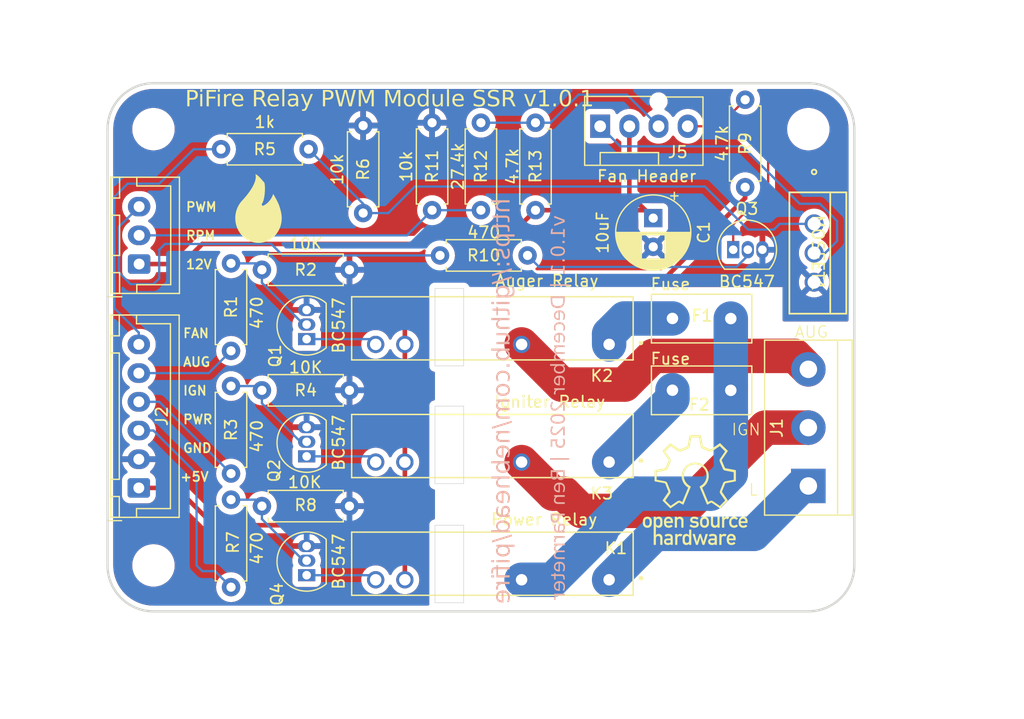
<source format=kicad_pcb>
(kicad_pcb (version 20240108) (generator "pcbnew") (generator_version "8.0")
  (layers (0 "F.Cu" signal) (31 "B.Cu" signal) (34 "B.Paste" user) (35 "F.Paste" user) (36 "B.SilkS" user "B.Silkscreen") (37 "F.SilkS" user "F.Silkscreen") (38 "B.Mask" user) (39 "F.Mask" user) (44 "Edge.Cuts" user))
  (net 0 "")
  (net 1 "PWR")
  (net 2 "Net-(F1-Pad2)")
  (net 3 "+5V")
  (net 4 "Net-(Q1-C)")
  (net 5 "AUG")
  (net 6 "GND")
  (net 7 "Net-(Q1-B)")
  (net 8 "R_AUG")
  (net 9 "Net-(F2-Pad2)")
  (net 10 "+12V")
  (net 11 "IGN")
  (net 12 "PWM")
  (net 13 "L")
  (net 14 "R_IGN")
  (net 15 "R_PWR")
  (net 16 "R_FAN")
  (net 17 "Net-(Q2-C)")
  (net 18 "TACH")
  (net 19 "Net-(Q4-C)")
  (net 20 "Net-(Q2-B)")
  (net 21 "Net-(Q3-B)")
  (net 22 "Net-(Q4-B)")
  (net 23 "F_GND")
  (net 24 "F_PWM")
  (net 25 "F_TACH")
  (net 26 "Net-(MOSFET1-G)")
  (footprint "Resistor_THT:R_Axial_DIN0207_L6.3mm_D2.5mm_P7.62mm_Horizontal" (layer "F.Cu") (at 62.25 28.44 -90)
    (property "Reference" "R13")
    (property "Value" "4.7k")
  )
  (footprint "G3MB-202PDC5:RELAY_G3MB-202PDC5" (layer "F.Cu") (at 58.5 66.85 180)
    (property "Reference" "K1")
    (property "Value" "Power Relay")
  )
  (footprint "Resistor_THT:R_Axial_DIN0207_L6.3mm_D2.5mm_P7.62mm_Horizontal" (layer "F.Cu") (at 53.94 40)
    (property "Reference" "R10")
    (property "Value" "470")
  )
  (footprint "Resistor_THT:R_Axial_DIN0207_L6.3mm_D2.5mm_P7.62mm_Horizontal" (layer "F.Cu") (at 38.44 61.8325)
    (property "Reference" "R8")
    (property "Value" "10K")
  )
  (footprint "MountingHole:MountingHole_3.2mm_M3" (layer "F.Cu") (at 86 29)
    (property "Reference" "H2" (hide yes))
    (property "Value" "MH")
  )
  (footprint "Package_TO_SOT_THT:TO-92L_Inline" (layer "F.Cu") (at 42.3325 67.8525 90)
    (property "Reference" "Q4")
    (property "Value" "BC547")
  )
  (footprint "Resistor_THT:R_Axial_DIN0207_L6.3mm_D2.5mm_P7.62mm_Horizontal" (layer "F.Cu") (at 38.44 41.25)
    (property "Reference" "R2")
    (property "Value" "10K")
  )
  (footprint "Fuse:Fuse_Littelfuse_395Series" (layer "F.Cu") (at 79.25 51.75 180)
    (property "Reference" "F2")
    (property "Value" "Fuse")
  )
  (footprint "Resistor_THT:R_Axial_DIN0207_L6.3mm_D2.5mm_P7.62mm_Horizontal" (layer "F.Cu") (at 53.25 36.06 90)
    (property "Reference" "R11")
    (property "Value" "10k")
  )
  (footprint "G3MB-202PDC5:RELAY_G3MB-202PDC5" (layer "F.Cu") (at 58.5 46.35 180)
    (property "Reference" "K2")
    (property "Value" "Auger Relay")
  )
  (footprint "Connector:FanPinHeader_1x04_P2.54mm_Vertical" (layer "F.Cu") (at 67.88 28.75)
    (property "Reference" "J5")
    (property "Value" "Fan Header")
  )
  (footprint "Resistor_THT:R_Axial_DIN0207_L6.3mm_D2.5mm_P7.62mm_Horizontal" (layer "F.Cu") (at 38.44 51.75)
    (property "Reference" "R4")
    (property "Value" "10K")
  )
  (footprint "Resistor_THT:R_Axial_DIN0207_L6.3mm_D2.5mm_P7.62mm_Horizontal" (layer "F.Cu") (at 35.75 51.38 -90)
    (property "Reference" "R3")
    (property "Value" "470")
  )
  (footprint "Resistor_THT:R_Axial_DIN0207_L6.3mm_D2.5mm_P7.62mm_Horizontal" (layer "F.Cu") (at 57.5 36.06 90)
    (property "Reference" "R12")
    (property "Value" "27.4k")
  )
  (footprint "MountingHole:MountingHole_3.2mm_M3" (layer "F.Cu") (at 86 67)
    (property "Reference" "H4" (hide yes))
    (property "Value" "MH")
  )
  (footprint "Resistor_THT:R_Axial_DIN0207_L6.3mm_D2.5mm_P7.62mm_Horizontal" (layer "F.Cu") (at 42.5 30.75 180)
    (property "Reference" "R5")
    (property "Value" "1k")
  )
  (footprint "Connector_JST:JST_XH_B6B-XH-A_1x06_P2.50mm_Vertical" (layer "F.Cu") (at 27.725 60.25 90)
    (property "Reference" "J2")
    (property "Value" "Relay Header" (hide yes))
  )
  (footprint "TerminalBlock:TerminalBlock_bornier-3_P5.08mm" (layer "F.Cu") (at 86 60.08 90)
    (property "Reference" "J1")
    (property "Value" "AC Terminal")
  )
  (footprint "G3MB-202PDC5:RELAY_G3MB-202PDC5" (layer "F.Cu") (at 58.5 56.6 180)
    (property "Reference" "K3")
    (property "Value" "Igniter Relay")
  )
  (footprint "Connector_JST:JST_XH_B3B-XH-A_1x03_P2.50mm_Vertical" (layer "F.Cu") (at 27.75 40.75 90)
    (property "Reference" "J3" (hide yes))
    (property "Value" "PWM Fan Input" (hide yes))
  )
  (footprint "Resistor_THT:R_Axial_DIN0207_L6.3mm_D2.5mm_P7.62mm_Horizontal" (layer "F.Cu") (at 35.75 61.2725 -90)
    (property "Reference" "R7")
    (property "Value" "470")
  )
  (footprint "Resistor_THT:R_Axial_DIN0207_L6.3mm_D2.5mm_P7.62mm_Horizontal" (layer "F.Cu") (at 47.25 36.31 90)
    (property "Reference" "R6")
    (property "Value" "10k")
  )
  (footprint "PSMN4R3-30PL:TO-220AB_SOT78_NEX" (layer "F.Cu") (at 86.5 37.25 -90)
    (property "Reference" "MOSFET1")
    (property "Value" "PSMN4R3-30PL_127")
  )
  (footprint "Package_TO_SOT_THT:TO-92L_Inline" (layer "F.Cu") (at 79.46 39.5)
    (property "Reference" "Q3")
    (property "Value" "BC547")
  )
  (footprint "Package_TO_SOT_THT:TO-92L_Inline" (layer "F.Cu") (at 42.3325 57.5 90)
    (property "Reference" "Q2")
    (property "Value" "BC547")
  )
  (footprint "Resistor_THT:R_Axial_DIN0207_L6.3mm_D2.5mm_P7.62mm_Horizontal" (layer "F.Cu") (at 80.5 34.06 90)
    (property "Reference" "R9")
    (property "Value" "4.7k")
  )
  (footprint "MountingHole:MountingHole_3.2mm_M3" (layer "F.Cu") (at 29 29)
    (property "Reference" "H1" (hide yes))
    (property "Value" "MH" (hide yes))
  )
  (footprint "Resistor_THT:R_Axial_DIN0207_L6.3mm_D2.5mm_P7.62mm_Horizontal" (layer "F.Cu") (at 35.75 40.69 -90)
    (property "Reference" "R1")
    (property "Value" "470")
  )
  (footprint "Fuse:Fuse_Littelfuse_395Series" (layer "F.Cu") (at 79.25 45.5 180)
    (property "Reference" "F1")
    (property "Value" "Fuse")
  )
  (footprint "Capacitor_THT:CP_Radial_D6.3mm_P2.50mm" (layer "F.Cu") (at 72.5 36.75 -90)
    (property "Reference" "C1")
    (property "Value" "10uF")
  )
  (footprint "Package_TO_SOT_THT:TO-92L_Inline" (layer "F.Cu") (at 42.3325 47.29 90)
    (property "Reference" "Q1")
    (property "Value" "BC547")
  )
  (footprint "MountingHole:MountingHole_3.2mm_M3" (layer "F.Cu") (at 29 67)
    (property "Reference" "H3" (hide yes))
    (property "Value" "MH" (hide yes))
  )
  (gr_poly (pts (xy 76.976875 62.75) (xy 76.990238 62.750546) (xy 77.003258 62.751439) (xy 77.01594 62.752669) (xy 77.028287 62.754221) (xy 77.040305 62.756083) (xy 77.051999 62.758242) (xy 77.063371 62.760686) (xy 77.074428 62.763402) (xy 77.085173 62.766377) (xy 77.095611 62.769599) (xy 77.105747 62.773055) (xy 77.115584 62.776731) (xy 77.125128 62.780616) (xy 77.134382 62.784697) (xy 77.143352 62.78896) (xy 77.160457 62.797985) (xy 77.176476 62.807589) (xy 77.191447 62.817671) (xy 77.205405 62.828128) (xy 77.218386 62.83886) (xy 77.230425 62.849764) (xy 77.24156 62.860738) (xy 77.251825 62.871682) (xy 77.265025 62.886802) (xy 77.277233 62.902064) (xy 77.28847 62.917655) (xy 77.298753 62.933762) (xy 77.308103 62.950571) (xy 77.316538 62.96827) (xy 77.324079 62.987045) (xy 77.330743 63.007082) (xy 77.336552 63.02857) (xy 77.341523 63.051695) (xy 77.345677 63.076643) (xy 77.349032 63.103601) (xy 77.351608 63.132756) (xy 77.353424 63.164295) (xy 77.354499 63.198405) (xy 77.354854 63.235273) (xy 77.354499 63.272449) (xy 77.353424 63.306831) (xy 77.351608 63.338609) (xy 77.349032 63.367971) (xy 77.345677 63.395106) (xy 77.341523 63.420204) (xy 77.336552 63.443454) (xy 77.330743 63.465044) (xy 77.324079 63.485164) (xy 77.316538 63.504003) (xy 77.308103 63.521749) (xy 77.298753 63.538592) (xy 77.28847 63.554722) (xy 77.277233 63.570326) (xy 77.265025 63.585594) (xy 77.251825 63.600716) (xy 77.24156 63.611658) (xy 77.230425 63.622629) (xy 77.218386 63.633528) (xy 77.205405 63.644252) (xy 77.191447 63.654702) (xy 77.176476 63.664774) (xy 77.160457 63.674369) (xy 77.143352 63.683384) (xy 77.125128 63.691718) (xy 77.105746 63.69927) (xy 77.085173 63.705938) (xy 77.063371 63.711622) (xy 77.040305 63.716218) (xy 77.01594 63.719627) (xy 76.990238 63.721747) (xy 76.963164 63.722476) (xy 76.949463 63.722292) (xy 76.936109 63.721747) (xy 76.923098 63.720855) (xy 76.910424 63.719627) (xy 76.898084 63.718078) (xy 76.886072 63.716218) (xy 76.874385 63.714062) (xy 76.863019 63.711622) (xy 76.851967 63.70891) (xy 76.841227 63.705939) (xy 76.830794 63.702721) (xy 76.820662 63.69927) (xy 76.810829 63.695598) (xy 76.801288 63.691718) (xy 76.792036 63.687643) (xy 76.783069 63.683384) (xy 76.765969 63.674369) (xy 76.749953 63.664775) (xy 76.734984 63.654702) (xy 76.721028 63.644253) (xy 76.708048 63.633528) (xy 76.696009 63.622629) (xy 76.684875 63.611658) (xy 76.67461 63.600716) (xy 76.661409 63.585595) (xy 76.649197 63.570328) (xy 76.637955 63.554726) (xy 76.627665 63.5386) (xy 76.618308 63.521759) (xy 76.609863 63.504016) (xy 76.602313 63.485181) (xy 76.595638 63.465063) (xy 76.58982 63.443475) (xy 76.584839 63.420227) (xy 76.580677 63.395129) (xy 76.577314 63.367993) (xy 76.574731 63.338628) (xy 76.57291 63.306846) (xy 76.571831 63.272458) (xy 76.571475 63.235273) (xy 76.762663 63.235273) (xy 76.762798 63.260119) (xy 76.763217 63.282759) (xy 76.763938 63.303361) (xy 76.764981 63.322093) (xy 76.766365 63.339121) (xy 76.76811 63.354614) (xy 76.770234 63.36874) (xy 76.772757 63.381667) (xy 76.775697 63.393561) (xy 76.779075 63.404592) (xy 76.782909 63.414926) (xy 76.787219 63.424731) (xy 76.792024 63.434175) (xy 76.797343 63.443427) (xy 76.803195 63.452653) (xy 76.8096 63.462021) (xy 76.815218 63.469297) (xy 76.821548 63.476321) (xy 76.828553 63.483062) (xy 76.836191 63.489492) (xy 76.844426 63.49558) (xy 76.853217 63.501296) (xy 76.862525 63.50661) (xy 76.872313 63.511492) (xy 76.88254 63.515911) (xy 76.893167 63.519839) (xy 76.904157 63.523245) (xy 76.915469 63.526099) (xy 76.927065 63.528371) (xy 76.938905 63.530031) (xy 76.950951 63.531049) (xy 76.963164 63.531395) (xy 76.975394 63.531048) (xy 76.987454 63.530029) (xy 76.999303 63.528366) (xy 77.010906 63.526092) (xy 77.022221 63.523234) (xy 77.033213 63.519825) (xy 77.043841 63.515894) (xy 77.054068 63.511472) (xy 77.063856 63.506588) (xy 77.073165 63.501272) (xy 77.081958 63.495556) (xy 77.090196 63.48947) (xy 77.097841 63.483043) (xy 77.104855 63.476305) (xy 77.111199 63.469288) (xy 77.114107 63.465684) (xy 77.116834 63.462021) (xy 77.123238 63.452653) (xy 77.129086 63.44343) (xy 77.1344 63.434188) (xy 77.139198 63.42476) (xy 77.1435 63.414982) (xy 77.147325 63.404689) (xy 77.150694 63.393716) (xy 77.153625 63.381898) (xy 77.156137 63.36907) (xy 77.158252 63.355067) (xy 77.159987 63.339723) (xy 77.161364 63.322874) (xy 77.1624 63.304355) (xy 77.163116 63.284) (xy 77.163666 63.237125) (xy 77.163531 63.212278) (xy 77.163116 63.189634) (xy 77.1624 63.169028) (xy 77.161364 63.150291) (xy 77.159987 63.133256) (xy 77.158252 63.117756) (xy 77.156137 63.103623) (xy 77.153625 63.090691) (xy 77.150694 63.078792) (xy 77.147325 63.067759) (xy 77.1435 63.057425) (xy 77.139198 63.047622) (xy 77.1344 63.038183) (xy 77.129086 63.02894) (xy 77.123238 63.019727) (xy 77.116834 63.010377) (xy 77.111199 63.003101) (xy 77.104855 62.996077) (xy 77.097841 62.989335) (xy 77.090196 62.982905) (xy 77.081958 62.976817) (xy 77.073165 62.971102) (xy 77.063856 62.965788) (xy 77.054068 62.960906) (xy 77.043841 62.956486) (xy 77.033213 62.952558) (xy 77.022221 62.949152) (xy 77.010906 62.946298) (xy 76.999303 62.944026) (xy 76.987454 62.942367) (xy 76.975394 62.941349) (xy 76.963164 62.941003) (xy 76.950951 62.941349) (xy 76.938905 62.942369) (xy 76.927065 62.944031) (xy 76.915469 62.946306) (xy 76.904157 62.949163) (xy 76.893167 62.952572) (xy 76.88254 62.956503) (xy 76.872313 62.960926) (xy 76.862525 62.96581) (xy 76.853217 62.971125) (xy 76.844426 62.976841) (xy 76.836191 62.982928) (xy 76.828553 62.989355) (xy 76.821548 62.996092) (xy 76.815218 63.00311) (xy 76.812317 63.006714) (xy 76.8096 63.010377) (xy 76.803195 63.019727) (xy 76.797343 63.028937) (xy 76.792024 63.038171) (xy 76.787219 63.047593) (xy 76.782909 63.057369) (xy 76.779075 63.067662) (xy 76.775697 63.078637) (xy 76.772757 63.09046) (xy 76.770234 63.103294) (xy 76.76811 63.117303) (xy 76.766365 63.132654) (xy 76.764981 63.149509) (xy 76.763938 63.168034) (xy 76.763217 63.188393) (xy 76.762663 63.235273) (xy 76.571475 63.235273) (xy 76.571831 63.198406) (xy 76.57291 63.164298) (xy 76.574731 63.132761) (xy 76.577314 63.103608) (xy 76.580677 63.076653) (xy 76.584839 63.051709) (xy 76.58982 63.028587) (xy 76.595638 63.007102) (xy 76.602313 62.987066) (xy 76.609863 62.968293) (xy 76.618308 62.950594) (xy 76.627665 62.933784) (xy 76.637955 62.917674) (xy 76.649197 62.902079) (xy 76.661409 62.88681) (xy 76.67461 62.871682) (xy 76.684875 62.860738) (xy 76.696009 62.849764) (xy 76.708048 62.83886) (xy 76.721028 62.828129) (xy 76.734985 62.817671) (xy 76.749953 62.80759) (xy 76.765969 62.797985) (xy 76.783069 62.78896) (xy 76.801288 62.780616) (xy 76.820662 62.773055) (xy 76.841227 62.766378) (xy 76.863019 62.760686) (xy 76.886073 62.756083) (xy 76.910424 62.752669) (xy 76.93611 62.750546) (xy 76.963164 62.749815)) (stroke (width -0.000001)) (fill solid) (layer "F.SilkS"))
  (gr_poly (pts (xy 76.298902 64.927177) (xy 76.302659 64.927177) (xy 76.518135 64.261909) (xy 76.65683 64.261909) (xy 76.872306 64.927177) (xy 76.876169 64.927177) (xy 77.057832 64.261909) (xy 77.260291 64.261909) (xy 76.956761 65.212028) (xy 76.78801 65.212028) (xy 76.589361 64.546706) (xy 76.585604 64.546706) (xy 76.386955 65.212028) (xy 76.218309 65.212028) (xy 75.914726 64.261909) (xy 76.11708 64.261909)) (stroke (width -0.000001)) (fill solid) (layer "F.SilkS"))
  (gr_poly (pts (xy 77.709131 63.32703) (xy 77.709366 63.33899) (xy 77.710063 63.350628) (xy 77.711213 63.361941) (xy 77.712806 63.372925) (xy 77.714833 63.383576) (xy 77.717285 63.39389) (xy 77.72015 63.403863) (xy 77.723421 63.413491) (xy 77.727087 63.422772) (xy 77.731138 63.4317) (xy 77.735566 63.440273) (xy 77.74036 63.448485) (xy 77.74551 63.456335) (xy 77.751008 63.463817) (xy 77.756844 63.470928) (xy 77.763007 63.477663) (xy 77.769488 63.484021) (xy 77.776278 63.489995) (xy 77.783368 63.495584) (xy 77.790746 63.500782) (xy 77.798405 63.505586) (xy 77.806333 63.509992) (xy 77.814522 63.513997) (xy 77.822962 63.517596) (xy 77.831643 63.520787) (xy 77.840556 63.523564) (xy 77.849692 63.525924) (xy 77.859039 63.527864) (xy 77.868589 63.529379) (xy 77.878333 63.530466) (xy 77.88826 63.531122) (xy 77.898361 63.531341) (xy 77.908303 63.531122) (xy 77.918082 63.530466) (xy 77.927686 63.529379) (xy 77.937106 63.527864) (xy 77.946333 63.525924) (xy 77.955356 63.523564) (xy 77.964165 63.520787) (xy 77.97275 63.517596) (xy 77.981102 63.513997) (xy 77.98921 63.509992) (xy 77.997064 63.505586) (xy 78.004656 63.500782) (xy 78.011973 63.495584) (xy 78.019008 63.489995) (xy 78.025749 63.484021) (xy 78.032187 63.477663) (xy 78.038312 63.470928) (xy 78.044113 63.463817) (xy 78.049582 63.456335) (xy 78.054708 63.448485) (xy 78.059481 63.440273) (xy 78.06389 63.4317) (xy 78.067928 63.422772) (xy 78.071582 63.413491) (xy 78.074843 63.403863) (xy 78.077703 63.39389) (xy 78.080149 63.383576) (xy 78.082173 63.372925) (xy 78.083764 63.361941) (xy 78.084913 63.350628) (xy 78.08561 63.33899) (xy 78.085845 63.32703) (xy 78.085845 62.761085) (xy 78.276927 62.761085) (xy 78.276927 63.711311) (xy 78.085845 63.711311) (xy 78.085845 63.610028) (xy 78.082141 63.610028) (xy 78.070593 63.623639) (xy 78.058448 63.636373) (xy 78.045725 63.64823) (xy 78.032443 63.659209) (xy 78.018623 63.669311) (xy 78.004283 63.678535) (xy 77.989443 63.686882) (xy 77.974124 63.69435) (xy 77.958345 63.700941) (xy 77.942125 63.706653) (xy 77.925485 63.711487) (xy 77.908443 63.715442) (xy 77.89102 63.718519) (xy 77.873236 63.720717) (xy 77.855109 63.722036) (xy 77.83666 63.722475) (xy 77.822557 63.722141) (xy 77.808377 63.721139) (xy 77.779928 63.717143) (xy 77.751589 63.710507) (xy 77.737545 63.706205) (xy 77.723633 63.701249) (xy 77.709884 63.695644) (xy 77.696335 63.68939) (xy 77.683018 63.68249) (xy 77.66997 63.674947) (xy 77.657223 63.666764) (xy 77.644812 63.657941) (xy 77.632772 63.648483) (xy 77.621137 63.638391) (xy 77.609941 63.627668) (xy 77.599219 63.616316) (xy 77.589004 63.604337) (xy 77.579331 63.591735) (xy 77.570236 63.57851) (xy 77.56175 63.564667) (xy 77.553911 63.550206) (xy 77.54675 63.535131) (xy 77.540304 63.519444) (xy 77.534605 63.503148) (xy 77.529689 63.486244) (xy 77.52559 63.468735) (xy 77.522342 63.450624) (xy 77.51998 63.431912) (xy 77.518537 63.412604) (xy 77.518049 63.392699) (xy 77.518049 62.761085) (xy 77.709131 62.761085)) (stroke (width -0.000001)) (fill solid) (layer "F.SilkS"))
  (gr_poly (pts (xy 79.305529 64.251038) (xy 79.324924 64.252391) (xy 79.344098 64.254631) (xy 79.363022 64.257746) (xy 79.381669 64.261725) (xy 79.40001 64.266555) (xy 79.418018 64.272224) (xy 79.435664 64.27872) (xy 79.45292 64.286032) (xy 79.469758 64.294147) (xy 79.48615 64.303053) (xy 79.502068 64.312738) (xy 79.517483 64.32319) (xy 79.532368 64.334398) (xy 79.546694 64.346349) (xy 79.560433 64.35903) (xy 79.573558 64.372432) (xy 79.586039 64.38654) (xy 79.59785 64.401343) (xy 79.608961 64.41683) (xy 79.619345 64.432988) (xy 79.628974 64.449805) (xy 79.637819 64.467269) (xy 79.645852 64.485368) (xy 79.653046 64.504091) (xy 79.659372 64.523424) (xy 79.664801 64.543357) (xy 79.669307 64.563877) (xy 79.67286 64.584971) (xy 79.675433 64.606629) (xy 79.676997 64.628839) (xy 79.677525 64.651587) (xy 79.677525 64.80912) (xy 79.08544 64.80912) (xy 79.085718 64.82347) (xy 79.086545 64.837371) (xy 79.087909 64.850821) (xy 79.089801 64.86382) (xy 79.092208 64.876369) (xy 79.09512 64.888466) (xy 79.098526 64.900111) (xy 79.102415 64.911304) (xy 79.106776 64.922044) (xy 79.111598 64.932332) (xy 79.116871 64.942166) (xy 79.122582 64.951547) (xy 79.128722 64.960473) (xy 79.135279 64.968946) (xy 79.142243 64.976963) (xy 79.149602 64.984526) (xy 79.157345 64.991633) (xy 79.165462 64.998284) (xy 79.173942 65.004479) (xy 79.182773 65.010217) (xy 79.191945 65.015498) (xy 79.201447 65.020322) (xy 79.211267 65.024689) (xy 79.221395 65.028597) (xy 79.23182 65.032047) (xy 79.242531 65.035038) (xy 79.253517 65.03757) (xy 79.264767 65.039643) (xy 79.27627 65.041255) (xy 79.288015 65.042407) (xy 79.299992 65.043099) (xy 79.312188 65.04333) (xy 79.325931 65.042937) (xy 79.339768 65.04177) (xy 79.353657 65.03984) (xy 79.367557 65.037161) (xy 79.381427 65.033747) (xy 79.395225 65.029611) (xy 79.40891 65.024766) (xy 79.42244 65.019226) (xy 79.435774 65.013004) (xy 79.448871 65.006112) (xy 79.461689 64.998566) (xy 79.474187 64.990377) (xy 79.486324 64.981559) (xy 79.498057 64.972126) (xy 79.509347 64.96209) (xy 79.52015 64.951466) (xy 79.658845 65.069576) (xy 79.64095 65.089214) (xy 79.622431 65.107385) (xy 79.60332 65.124119) (xy 79.58365 65.139441) (xy 79.563454 65.15338) (xy 79.542764 65.165963) (xy 79.521614 65.177217) (xy 79.500036 65.18717) (xy 79.478063 65.19585) (xy 79.455728 65.203283) (xy 79.433063 65.209497) (xy 79.410102 65.21452) (xy 79.386876 65.218379) (xy 79.36342 65.221102) (xy 79.339766 65.222715) (xy 79.315946 65.223247) (xy 79.279084 65.222098) (xy 79.241856 65.218456) (xy 79.204639 65.212023) (xy 79.167814 65.202504) (xy 79.131758 65.189602) (xy 79.114137 65.181789) (xy 79.09685 65.17302) (xy 79.079945 65.163256) (xy 79.06347 65.152462) (xy 79.04747 65.1406) (xy 79.031995 65.127633) (xy 79.017091 65.113523) (xy 79.002805 65.098235) (xy 78.989185 65.08173) (xy 78.976278 65.063972) (xy 78.964131 65.044923) (xy 78.952793 65.024548) (xy 78.942309 65.002808) (xy 78.932728 64.979667) (xy 78.924097 64.955087) (xy 78.916463 64.929032) (xy 78.909874 64.901464) (xy 78.904377 64.872347) (xy 78.900019 64.841643) (xy 78.896847 64.809315) (xy 78.894909 64.775327) (xy 78.894253 64.739641) (xy 78.894855 64.705759) (xy 78.896634 64.673315) (xy 78.898668 64.651639) (xy 79.08544 64.651639) (xy 79.486443 64.651639) (xy 79.485698 64.638309) (xy 79.484511 64.625375) (xy 79.48289 64.61284) (xy 79.480844 64.600704) (xy 79.478382 64.588971) (xy 79.475512 64.577642) (xy 79.472243 64.566717) (xy 79.468584 64.5562) (xy 79.464542 64.546092) (xy 79.460127 64.536395) (xy 79.455347 64.52711) (xy 79.450211 64.518239) (xy 79.444727 64.509783) (xy 79.438905 64.501746) (xy 79.432752 64.494127) (xy 79.426277 64.48693) (xy 79.419489 64.480156) (xy 79.412396 64.473805) (xy 79.405008 64.467882) (xy 79.397332 64.462386) (xy 79.389378 64.45732) (xy 79.381153 64.452685) (xy 79.372667 64.448483) (xy 79.363928 64.444717) (xy 79.354944 64.441387) (xy 79.345725 64.438495) (xy 79.336279 64.436043) (xy 79.326614 64.434034) (xy 79.316739 64.432468) (xy 79.306663 64.431347) (xy 79.296394 64.430673) (xy 79.285941 64.430448) (xy 79.275483 64.430673) (xy 79.2652 64.431347) (xy 79.2551 64.432468) (xy 79.245193 64.434034) (xy 79.23549 64.436043) (xy 79.225999 64.438495) (xy 79.216731 64.441387) (xy 79.207695 64.444716) (xy 79.198901 64.448483) (xy 79.190357 64.452685) (xy 79.182075 64.457319) (xy 79.174063 64.462386) (xy 79.166331 64.467881) (xy 79.158889 64.473805) (xy 79.151746 64.480155) (xy 79.144912 64.48693) (xy 79.138397 64.494127) (xy 79.13221 64.501745) (xy 79.126361 64.509783) (xy 79.120859 64.518238) (xy 79.115714 64.527109) (xy 79.110936 64.536395) (xy 79.106534 64.546092) (xy 79.102519 64.5562) (xy 79.098898 64.566717) (xy 79.095683 64.577641) (xy 79.092883 64.588971) (xy 79.090507 64.600704) (xy 79.088565 64.612839) (xy 79.087067 64.625375) (xy 79.086022 64.638309) (xy 79.08544 64.651639) (xy 78.898668 64.651639) (xy 78.899546 64.642283) (xy 78.90355 64.612641) (xy 78.908602 64.584365) (xy 78.91466 64.55743) (xy 78.921682 64.531814) (xy 78.929625 64.507492) (xy 78.938447 64.484441) (xy 78.948104 64.462638) (xy 78.958555 64.442058) (xy 78.969756 64.422678) (xy 78.981666 64.404474) (xy 78.994242 64.387422) (xy 79.00744 64.3715) (xy 79.02122 64.356683) (xy 79.035537 64.342947) (xy 79.05035 64.330269) (xy 79.065617 64.318625) (xy 79.081293 64.307991) (xy 79.097338 64.298345) (xy 79.113707 64.289661) (xy 79.13036 64.281917) (xy 79.147253 64.275088) (xy 79.164344 64.269152) (xy 79.18159 64.264084) (xy 79.198948 64.25986) (xy 79.216377 64.256458) (xy 79.251274 64.252021) (xy 79.285941 64.250584)) (stroke (width -0.000001)) (fill solid) (layer "F.SilkS"))
  (gr_poly (pts (xy 79.549249 62.750016) (xy 79.56251 62.750616) (xy 79.575595 62.751607) (xy 79.588504 62.75298) (xy 79.613793 62.756842) (xy 79.638372 62.76214) (xy 79.662239 62.76881) (xy 79.685391 62.776791) (xy 79.707824 62.786017) (xy 79.729535 62.796427) (xy 79.750521 62.807958) (xy 79.77078 62.820547) (xy 79.790307 62.834129) (xy 79.809099 62.848644) (xy 79.827154 62.864027) (xy 79.844469 62.880215) (xy 79.861039 62.897146) (xy 79.876862 62.914756) (xy 79.736315 63.040327) (xy 79.727303 63.029637) (xy 79.717819 63.019378) (xy 79.707878 63.009586) (xy 79.697492 63.000296) (xy 79.686677 62.991545) (xy 79.675446 62.983367) (xy 79.663813 62.975799) (xy 79.651794 62.968877) (xy 79.639401 62.962635) (xy 79.626648 62.95711) (xy 79.613551 62.952337) (xy 79.600122 62.948351) (xy 79.586377 62.94519) (xy 79.572329 62.942887) (xy 79.557992 62.94148) (xy 79.543381 62.941003) (xy 79.514964 62.942042) (xy 79.488082 62.945192) (xy 79.475229 62.947573) (xy 79.462775 62.950499) (xy 79.450725 62.953977) (xy 79.439085 62.95801) (xy 79.42786 62.962607) (xy 79.417054 62.967772) (xy 79.406673 62.973511) (xy 79.396722 62.97983) (xy 79.387206 62.986735) (xy 79.37813 62.994232) (xy 79.3695 63.002327) (xy 79.361321 63.011025) (xy 79.353597 63.020332) (xy 79.346335 63.030254) (xy 79.339538 63.040798) (xy 79.333213 63.051968) (xy 79.327364 63.06377) (xy 79.321997 63.076211) (xy 79.317116 63.089297) (xy 79.312727 63.103032) (xy 79.308835 63.117423) (xy 79.305446 63.132476) (xy 79.302564 63.148197) (xy 79.300194 63.164591) (xy 79.297012 63.199423) (xy 79.295943 63.237019) (xy 79.296211 63.256006) (xy 79.297013 63.274308) (xy 79.298343 63.291929) (xy 79.300196 63.308874) (xy 79.302567 63.32515) (xy 79.30545 63.340761) (xy 79.308841 63.355713) (xy 79.312735 63.370012) (xy 79.317125 63.383663) (xy 79.322007 63.396672) (xy 79.327376 63.409043) (xy 79.333227 63.420783) (xy 79.339554 63.431897) (xy 79.346352 63.442391) (xy 79.353616 63.452269) (xy 79.361341 63.461537) (xy 79.369522 63.470202) (xy 79.378153 63.478268) (xy 79.387229 63.48574) (xy 79.396745 63.492625) (xy 79.406697 63.498928) (xy 79.417077 63.504654) (xy 79.427883 63.509808) (xy 79.439108 63.514397) (xy 79.450747 63.518426) (xy 79.462795 63.521899) (xy 79.475247 63.524823) (xy 79.488097 63.527203) (xy 79.501341 63.529045) (xy 79.514973 63.530354) (xy 79.528988 63.531135) (xy 79.543381 63.531394) (xy 79.55072 63.531274) (xy 79.557992 63.530917) (xy 79.565194 63.530327) (xy 79.572327 63.529509) (xy 79.586372 63.527207) (xy 79.600115 63.524045) (xy 79.61354 63.52006) (xy 79.626634 63.515287) (xy 79.639383 63.509762) (xy 79.651774 63.50352) (xy 79.663792 63.496598) (xy 79.675423 63.48903) (xy 79.686653 63.480852) (xy 79.69747 63.472101) (xy 79.707858 63.462811) (xy 79.717804 63.453019) (xy 79.727294 63.44276) (xy 79.736315 63.432069) (xy 79.876862 63.55764) (xy 79.861048 63.575223) (xy 79.844486 63.592131) (xy 79.827178 63.6083) (xy 79.809129 63.623668) (xy 79.79034 63.638171) (xy 79.770816 63.651746) (xy 79.75056 63.664328) (xy 79.729574 63.675856) (xy 79.707862 63.686264) (xy 79.685427 63.695491) (xy 79.662273 63.703472) (xy 79.638401 63.710144) (xy 79.613817 63.715444) (xy 79.588522 63.719308) (xy 79.562519 63.721673) (xy 79.535813 63.722475) (xy 79.494844 63.720834) (xy 79.454349 63.715843) (xy 79.414628 63.707399) (xy 79.375979 63.695401) (xy 79.357151 63.688037) (xy 79.338703 63.679746) (xy 79.320672 63.670516) (xy 79.303097 63.660333) (xy 79.286015 63.649185) (xy 79.269462 63.637059) (xy 79.253477 63.623943) (xy 79.238097 63.609822) (xy 79.22336 63.594686) (xy 79.209302 63.578521) (xy 79.195961 63.561314) (xy 79.183374 63.543052) (xy 79.17158 63.523724) (xy 79.160614 63.503315) (xy 79.150516 63.481813) (xy 79.141322 63.459206) (xy 79.133069 63.435481) (xy 79.125795 63.410624) (xy 79.119538 63.384624) (xy 79.114334 63.357467) (xy 79.110222 63.329141) (xy 79.107239 63.299633) (xy 79.105421 63.268929) (xy 79.104807 63.237019) (xy 79.105421 63.204958) (xy 79.107239 63.174114) (xy 79.110222 63.144474) (xy 79.114334 63.116024) (xy 79.119538 63.088751) (xy 79.125795 63.062642) (xy 79.133069 63.037685) (xy 79.141322 63.013866) (xy 79.150516 62.991172) (xy 79.160614 62.96959) (xy 79.17158 62.949107) (xy 79.183374 62.929711) (xy 79.195961 62.911387) (xy 79.209302 62.894124) (xy 79.22336 62.877908) (xy 79.238097 62.862726) (xy 79.253477 62.848564) (xy 79.269462 62.835411) (xy 79.286015 62.823253) (xy 79.303097 62.812077) (xy 79.320672 62.80187) (xy 79.338703 62.792618) (xy 79.357151 62.78431) (xy 79.375979 62.776931) (xy 79.395151 62.770469) (xy 79.414628 62.764911) (xy 79.434373 62.760244) (xy 79.454349 62.756455) (xy 79.474519 62.75353) (xy 79.494844 62.751457) (xy 79.535813 62.749815)) (stroke (width -0.000001)) (fill solid) (layer "F.SilkS"))
  (gr_poly (pts (xy 77.687398 64.251579) (xy 77.728596 64.254479) (xy 77.767825 64.259448) (xy 77.786661 64.262744) (xy 77.804956 64.2666) (xy 77.822694 64.27103) (xy 77.839859 64.276048) (xy 77.856435 64.281667) (xy 77.872406 64.287903) (xy 77.887755 64.294768) (xy 77.902467 64.302277) (xy 77.916524 64.310445) (xy 77.929912 64.319284) (xy 77.942613 64.32881) (xy 77.954613 64.339036) (xy 77.965893 64.349976) (xy 77.976439 64.361644) (xy 77.986234 64.374055) (xy 77.995263 64.387222) (xy 78.003508 64.40116) (xy 78.010954 64.415882) (xy 78.017584 64.431403) (xy 78.023383 64.447736) (xy 78.028334 64.464896) (xy 78.032421 64.482897) (xy 78.035628 64.501752) (xy 78.037939 64.521476) (xy 78.039337 64.542083) (xy 78.039807 64.563587) (xy 78.039807 65.212028) (xy 77.848566 65.212028) (xy 77.848566 65.127679) (xy 77.844862 65.127679) (xy 77.837163 65.139575) (xy 77.828792 65.150642) (xy 77.819696 65.160889) (xy 77.80982 65.170324) (xy 77.799109 65.178956) (xy 77.787508 65.186793) (xy 77.774963 65.193843) (xy 77.761419 65.200116) (xy 77.746821 65.205618) (xy 77.731115 65.21036) (xy 77.714246 65.214349) (xy 77.69616 65.217594) (xy 77.676802 65.220103) (xy 77.656116 65.221884) (xy 77.63405 65.222947) (xy 77.610547 65.223299) (xy 77.590952 65.222934) (xy 77.57188 65.221849) (xy 77.553337 65.220059) (xy 77.535329 65.217582) (xy 77.517863 65.214431) (xy 77.500946 65.210624) (xy 77.484585 65.206175) (xy 77.468784 65.201102) (xy 77.453552 65.195419) (xy 77.438895 65.189142) (xy 77.424819 65.182287) (xy 77.411331 65.17487) (xy 77.398437 65.166907) (xy 77.386144 65.158413) (xy 77.374458 65.149404) (xy 77.363386 65.139896) (xy 77.352934 65.129905) (xy 77.34311 65.119447) (xy 77.333919 65.108537) (xy 77.325368 65.097191) (xy 77.317463 65.085425) (xy 77.310212 65.073255) (xy 77.30362 65.060696) (xy 77.297695 65.047764) (xy 77.292442 65.034476) (xy 77.287868 65.020846) (xy 77.28398 65.006891) (xy 77.280784 64.992626) (xy 77.278287 64.978068) (xy 77.276496 64.963231) (xy 77.275416 64.948133) (xy 77.275055 64.932787) (xy 77.275258 64.92342) (xy 77.455077 64.92342) (xy 77.455677 64.935257) (xy 77.457506 64.946849) (xy 77.460603 64.958125) (xy 77.46501 64.969012) (xy 77.467717 64.974287) (xy 77.470768 64.979439) (xy 77.474166 64.984458) (xy 77.477918 64.989335) (xy 77.482027 64.994062) (xy 77.4865 64.998628) (xy 77.491342 65.003026) (xy 77.496557 65.007247) (xy 77.502151 65.011281) (xy 77.508129 65.015119) (xy 77.514496 65.018754) (xy 77.521257 65.022174) (xy 77.528417 65.025373) (xy 77.535981 65.02834) (xy 77.543955 65.031068) (xy 77.552344 65.033546) (xy 77.570385 65.037719) (xy 77.590147 65.040788) (xy 77.611669 65.042682) (xy 77.634994 65.04333) (xy 77.663641 65.043104) (xy 77.689904 65.042317) (xy 77.713855 65.0408) (xy 77.735569 65.038386) (xy 77.74561 65.03679) (xy 77.75512 65.034906) (xy 77.764107 65.032715) (xy 77.772582 65.030194) (xy 77.780553 65.027324) (xy 77.788029 65.024082) (xy 77.795021 65.020448) (xy 77.801536 65.016401) (xy 77.807585 65.011921) (xy 77.813176 65.006985) (xy 77.81832 65.001574) (xy 77.823024 64.995665) (xy 77.827299 64.989239) (xy 77.831153 64.982275) (xy 77.834597 64.97475) (xy 77.837639 64.966645) (xy 77.840288 64.957939) (xy 77.842554 64.948609) (xy 77.844445 64.938637) (xy 77.845973 64.928) (xy 77.847144 64.916677) (xy 77.84797 64.904648) (xy 77.848458 64.891892) (xy 77.848619 64.878387) (xy 77.848618 64.878387) (xy 77.848618 64.809014) (xy 77.620018 64.809014) (xy 77.609652 64.809145) (xy 77.599635 64.809537) (xy 77.589967 64.810184) (xy 77.580646 64.811085) (xy 77.571671 64.812233) (xy 77.56304 64.813627) (xy 77.554753 64.815262) (xy 77.546807 64.817134) (xy 77.539202 64.81924) (xy 77.531936 64.821576) (xy 77.525007 64.824137) (xy 77.518414 64.826921) (xy 77.512157 64.829923) (xy 77.506233 64.83314) (xy 77.500641 64.836567) (xy 77.49538 64.840202) (xy 77.490448 64.844039) (xy 77.485845 64.848077) (xy 77.481568 64.85231) (xy 77.477616 64.856735) (xy 77.473989 64.861347) (xy 77.470684 64.866145) (xy 77.4677 64.871122) (xy 77.465036 64.876277) (xy 77.462691 64.881604) (xy 77.460663 64.887101) (xy 77.45895 64.892763) (xy 77.457552 64.898586) (xy 77.456467 64.904567) (xy 77.455694 64.910703) (xy 77.455231 64.916988) (xy 77.455077 64.92342) (xy 77.275258 64.92342) (xy 77.275362 64.918628) (xy 77.276284 64.90462) (xy 77.277819 64.890782) (xy 77.279967 64.877133) (xy 77.282726 64.863695) (xy 77.286094 64.850485) (xy 77.290072 64.837524) (xy 77.294658 64.824832) (xy 77.29985 64.812427) (xy 77.305649 64.80033) (xy 77.312052 64.78856) (xy 77.319059 64.777137) (xy 77.326668 64.76608) (xy 77.334879 64.755408) (xy 77.34369 64.745143) (xy 77.3531 64.735302) (xy 77.363109 64.725906) (xy 77.373715 64.716974) (xy 77.384917 64.708525) (xy 77.396714 64.700581) (xy 77.409105 64.693159) (xy 77.422089 64.68628) (xy 77.435665 64.679963) (xy 77.449831 64.674227) (xy 77.464587 64.669094) (xy 77.479932 64.664581) (xy 77.495864 64.660708) (xy 77.512383 64.657496) (xy 77.529486 64.654964) (xy 77.547175 64.65313) (xy 77.565446 64.652016) (xy 77.5843 64.65164) (xy 77.848566 64.65164) (xy 77.848566 64.552316) (xy 77.84788 64.536132) (xy 77.847017 64.528537) (xy 77.845802 64.521267) (xy 77.844232 64.514318) (xy 77.842302 64.507685) (xy 77.840009 64.501362) (xy 77.837349 64.495346) (xy 77.834319 64.489631) (xy 77.830914 64.484213) (xy 77.827131 64.479087) (xy 77.822966 64.474248) (xy 77.818415 64.469691) (xy 77.813474 64.465412) (xy 77.80814 64.461406) (xy 77.802409 64.457668) (xy 77.796277 64.454194) (xy 77.789741 64.450978) (xy 77.775439 64.445303) (xy 77.759472 64.440606) (xy 77.741812 64.436848) (xy 77.722426 64.433991) (xy 77.701286 64.431998) (xy 77.678361 64.43083) (xy 77.653621 64.430449) (xy 77.635604 64.430674) (xy 77.61876 64.431364) (xy 77.603033 64.432546) (xy 77.588363 64.434242) (xy 77.581407 64.43529) (xy 77.574694 64.436477) (xy 77.568216 64.437804) (xy 77.561967 64.439275) (xy 77.555939 64.440894) (xy 77.550125 64.442662) (xy 77.544517 64.444584) (xy 77.539109 64.446661) (xy 77.533893 64.448898) (xy 77.528863 64.451297) (xy 77.52401 64.453862) (xy 77.519327 64.456595) (xy 77.514808 64.459499) (xy 77.510445 64.462578) (xy 77.506231 64.465834) (xy 77.502158 64.469271) (xy 77.49822 64.472891) (xy 77.494409 64.476699) (xy 77.490718 64.480696) (xy 77.48714 64.484885) (xy 77.483667 64.489271) (xy 77.480293 64.493855) (xy 77.47701 64.498642) (xy 77.47381 64.503633) (xy 77.323844 64.389333) (xy 77.337922 64.371084) (xy 77.352757 64.354294) (xy 77.368357 64.338923) (xy 77.38473 64.324933) (xy 77.401883 64.312285) (xy 77.419825 64.30094) (xy 77.438564 64.290859) (xy 77.458107 64.282004) (xy 77.478462 64.274336) (xy 77.499638 64.267816) (xy 77.521642 64.262406) (xy 77.544482 64.258066) (xy 77.568165 64.254758) (xy 77.592701 64.252443) (xy 77.618097 64.251083) (xy 77.64436 64.250638)) (stroke (width -0.000001)) (fill solid) (layer "F.SilkS"))
  (gr_poly (pts (xy 73.846239 64.251579) (xy 73.887443 64.254479) (xy 73.926677 64.259448) (xy 73.945514 64.262744) (xy 73.96381 64.2666) (xy 73.981549 64.27103) (xy 73.998715 64.276048) (xy 74.015291 64.281667) (xy 74.031262 64.287903) (xy 74.04661 64.294768) (xy 74.061321 64.302277) (xy 74.075378 64.310445) (xy 74.088764 64.319284) (xy 74.101464 64.32881) (xy 74.113462 64.339036) (xy 74.124741 64.349976) (xy 74.135286 64.361644) (xy 74.145079 64.374055) (xy 74.154106 64.387222) (xy 74.162349 64.40116) (xy 74.169794 64.415882) (xy 74.176422 64.431403) (xy 74.18222 64.447736) (xy 74.18717 64.464896) (xy 74.191255 64.482897) (xy 74.194462 64.501752) (xy 74.196772 64.521476) (xy 74.198169 64.542083) (xy 74.198639 64.563587) (xy 74.198639 65.212028) (xy 74.007451 65.212028) (xy 74.007451 65.127679) (xy 74.003694 65.127679) (xy 73.996005 65.139575) (xy 73.987644 65.150642) (xy 73.978558 65.160889) (xy 73.968691 65.170324) (xy 73.957988 65.178956) (xy 73.946394 65.186793) (xy 73.933856 65.193843) (xy 73.920317 65.200116) (xy 73.905724 65.205618) (xy 73.890021 65.21036) (xy 73.873154 65.214349) (xy 73.855067 65.217594) (xy 73.835706 65.220103) (xy 73.815017 65.221884) (xy 73.792944 65.222947) (xy 73.769432 65.223299) (xy 73.749838 65.222934) (xy 73.730766 65.221849) (xy 73.712223 65.220059) (xy 73.694217 65.217582) (xy 73.676752 65.214431) (xy 73.659837 65.210624) (xy 73.643477 65.206175) (xy 73.627678 65.201102) (xy 73.612448 65.195419) (xy 73.597793 65.189142) (xy 73.583719 65.182287) (xy 73.570233 65.17487) (xy 73.557341 65.166907) (xy 73.545051 65.158413) (xy 73.533367 65.149404) (xy 73.522298 65.139896) (xy 73.511849 65.129905) (xy 73.502027 65.119447) (xy 73.492838 65.108537) (xy 73.48429 65.097191) (xy 73.476388 65.085425) (xy 73.469138 65.073255) (xy 73.462549 65.060696) (xy 73.456625 65.047764) (xy 73.451374 65.034476) (xy 73.446802 65.020846) (xy 73.442915 65.006891) (xy 73.439721 64.992626) (xy 73.437225 64.978068) (xy 73.435434 64.963231) (xy 73.434355 64.948133) (xy 73.433993 64.932787) (xy 73.434197 64.92342) (xy 73.613857 64.92342) (xy 73.614457 64.935257) (xy 73.616286 64.946849) (xy 73.619383 64.958125) (xy 73.623791 64.969012) (xy 73.626498 64.974287) (xy 73.629549 64.979439) (xy 73.632948 64.984458) (xy 73.6367 64.989335) (xy 73.640811 64.994062) (xy 73.645285 64.998628) (xy 73.650127 65.003026) (xy 73.655344 65.007247) (xy 73.660939 65.011281) (xy 73.666918 65.015119) (xy 73.673287 65.018754) (xy 73.680049 65.022174) (xy 73.687212 65.025373) (xy 73.694778 65.02834) (xy 73.702755 65.031068) (xy 73.711146 65.033546) (xy 73.729194 65.037719) (xy 73.748962 65.040788) (xy 73.770493 65.042682) (xy 73.793827 65.04333) (xy 73.822474 65.043104) (xy 73.848736 65.042317) (xy 73.872687 65.0408) (xy 73.894401 65.038386) (xy 73.904443 65.03679) (xy 73.913952 65.034906) (xy 73.92294 65.032715) (xy 73.931414 65.030194) (xy 73.939385 65.027324) (xy 73.946862 65.024082) (xy 73.953853 65.020448) (xy 73.960369 65.016401) (xy 73.966417 65.011921) (xy 73.972009 65.006985) (xy 73.977152 65.001574) (xy 73.981856 64.995665) (xy 73.986131 64.989239) (xy 73.989986 64.982275) (xy 73.993429 64.97475) (xy 73.996471 64.966645) (xy 73.99912 64.957939) (xy 74.001386 64.948609) (xy 74.003278 64.938637) (xy 74.004805 64.928) (xy 74.005977 64.916677) (xy 74.006802 64.904648) (xy 74.00729 64.891892) (xy 74.007451 64.878387) (xy 74.007451 64.809014) (xy 73.778851 64.809014) (xy 73.76848 64.809145) (xy 73.758459 64.809537) (xy 73.748786 64.810184) (xy 73.739461 64.811085) (xy 73.730483 64.812233) (xy 73.721849 64.813627) (xy 73.713558 64.815262) (xy 73.70561 64.817134) (xy 73.698001 64.81924) (xy 73.690733 64.821576) (xy 73.683802 64.824137) (xy 73.677207 64.826921) (xy 73.670948 64.829923) (xy 73.665022 64.83314) (xy 73.659429 64.836567) (xy 73.654166 64.840202) (xy 73.649234 64.844039) (xy 73.644629 64.848077) (xy 73.640351 64.85231) (xy 73.636399 64.856735) (xy 73.632771 64.861347) (xy 73.629465 64.866145) (xy 73.626481 64.871122) (xy 73.623817 64.876277) (xy 73.621471 64.881604) (xy 73.619443 64.887101) (xy 73.61773 64.892763) (xy 73.616332 64.898586) (xy 73.615247 64.904567) (xy 73.614474 64.910703) (xy 73.614011 64.916988) (xy 73.613857 64.92342) (xy 73.434197 64.92342) (xy 73.434301 64.918628) (xy 73.435222 64.90462) (xy 73.436756 64.890782) (xy 73.438901 64.877133) (xy 73.441657 64.863695) (xy 73.445024 64.850485) (xy 73.448998 64.837524) (xy 73.453581 64.824832) (xy 73.45877 64.812427) (xy 73.464564 64.80033) (xy 73.470964 64.78856) (xy 73.477966 64.777137) (xy 73.485572 64.76608) (xy 73.493779 64.755408) (xy 73.502586 64.745143) (xy 73.511992 64.735302) (xy 73.521998 64.725906) (xy 73.5326 64.716974) (xy 73.543799 64.708525) (xy 73.555593 64.700581) (xy 73.567982 64.693159) (xy 73.580963 64.68628) (xy 73.594537 64.679963) (xy 73.608703 64.674227) (xy 73.623458 64.669094) (xy 73.638803 64.664581) (xy 73.654735 64.660708) (xy 73.671255 64.657496) (xy 73.688361 64.654964) (xy 73.706052 64.65313) (xy 73.724327 64.652016) (xy 73.743185 64.65164) (xy 74.007451 64.65164) (xy 74.007451 64.552316) (xy 74.006765 64.536132) (xy 74.005902 64.528537) (xy 74.004687 64.521267) (xy 74.003117 64.514318) (xy 74.001188 64.507685) (xy 73.998895 64.501362) (xy 73.996235 64.495346) (xy 73.993205 64.489631) (xy 73.989801 64.484213) (xy 73.986018 64.479087) (xy 73.981854 64.474248) (xy 73.977304 64.469691) (xy 73.972364 64.465412) (xy 73.967031 64.461406) (xy 73.961301 64.457668) (xy 73.955171 64.454194) (xy 73.948636 64.450978) (xy 73.934337 64.445303) (xy 73.918375 64.440606) (xy 73.900719 64.436848) (xy 73.88134 64.433991) (xy 73.860207 64.431998) (xy 73.83729 64.43083) (xy 73.812559 64.430449) (xy 73.794541 64.430674) (xy 73.777694 64.431364) (xy 73.761961 64.432546) (xy 73.747285 64.434242) (xy 73.740325 64.43529) (xy 73.733607 64.436477) (xy 73.727125 64.437804) (xy 73.720872 64.439275) (xy 73.714839 64.440894) (xy 73.70902 64.442662) (xy 73.703407 64.444584) (xy 73.697994 64.446661) (xy 73.692774 64.448898) (xy 73.687738 64.451297) (xy 73.68288 64.453862) (xy 73.678193 64.456595) (xy 73.673669 64.459499) (xy 73.669302 64.462578) (xy 73.665084 64.465834) (xy 73.661007 64.469271) (xy 73.657066 64.472891) (xy 73.653252 64.476699) (xy 73.649558 64.480696) (xy 73.645977 64.484885) (xy 73.642502 64.489271) (xy 73.639127 64.493855) (xy 73.635842 64.498642) (xy 73.632642 64.503633) (xy 73.48273 64.389333) (xy 73.496806 64.371084) (xy 73.511638 64.354294) (xy 73.527233 64.338923) (xy 73.543599 64.324933) (xy 73.560746 64.312285) (xy 73.57868 64.30094) (xy 73.597411 64.290859) (xy 73.616946 64.282004) (xy 73.637294 64.274336) (xy 73.658464 64.267816) (xy 73.680463 64.262406) (xy 73.7033 64.258066) (xy 73.726983 64.254758) (xy 73.751521 64.252443) (xy 73.776921 64.251083) (xy 73.803193 64.250638)) (stroke (width -0.000001)) (fill solid) (layer "F.SilkS"))
  (gr_poly (pts (xy 75.812439 65.212028) (xy 75.621304 65.212028) (xy 75.621304 65.112703) (xy 75.609737 65.124741) (xy 75.597538 65.136264) (xy 75.584734 65.147236) (xy 75.571353 65.157621) (xy 75.557422 65.167382) (xy 75.542969 65.176485) (xy 75.528021 65.184892) (xy 75.512606 65.192567) (xy 75.496752 65.199475) (xy 75.480485 65.205579) (xy 75.463834 65.210843) (xy 75.446825 65.21523) (xy 75.429487 65.218706) (xy 75.411847 65.221233) (xy 75.393932 65.222776) (xy 75.37577 65.223299) (xy 75.36497 65.223146) (xy 75.354355 65.222692) (xy 75.343927 65.221942) (xy 75.333685 65.220904) (xy 75.323629 65.219583) (xy 75.313758 65.217985) (xy 75.304071 65.216116) (xy 75.294569 65.213984) (xy 75.285251 65.211593) (xy 75.276117 65.20895) (xy 75.267166 65.206061) (xy 75.258398 65.202933) (xy 75.249813 65.199572) (xy 75.24141 65.195983) (xy 75.22515 65.188149) (xy 75.209614 65.17948) (xy 75.194801 65.170025) (xy 75.180707 65.159835) (xy 75.167329 65.148959) (xy 75.154665 65.137446) (xy 75.142711 65.125345) (xy 75.131465 65.112707) (xy 75.120923 65.09958) (xy 75.111515 65.086952) (xy 75.102953 65.074196) (xy 75.095204 65.061052) (xy 75.088236 65.047257) (xy 75.082015 65.032552) (xy 75.076508 65.016676) (xy 75.071682 64.999367) (xy 75.067504 64.980365) (xy 75.063942 64.959409) (xy 75.060961 64.936238) (xy 75.05853 64.910592) (xy 75.056615 64.882209) (xy 75.054201 64.81619) (xy 75.053455 64.736095) (xy 75.24459 64.736095) (xy 75.244739 64.763811) (xy 75.245344 64.791309) (xy 75.24664 64.818374) (xy 75.248864 64.844788) (xy 75.252253 64.870335) (xy 75.254457 64.882716) (xy 75.257041 64.894799) (xy 75.260034 64.906556) (xy 75.263466 64.917961) (xy 75.267365 64.928987) (xy 75.271762 64.939606) (xy 75.276687 64.949791) (xy 75.282168 64.959516) (xy 75.288235 64.968753) (xy 75.294917 64.977475) (xy 75.302245 64.985655) (xy 75.310248 64.993266) (xy 75.318955 65.00028) (xy 75.328395 65.006672) (xy 75.338599 65.012413) (xy 75.349595 65.017476) (xy 75.361413 65.021835) (xy 75.374084 65.025462) (xy 75.387635 65.02833) (xy 75.402098 65.030412) (xy 75.4175 65.031681) (xy 75.433873 65.032111) (xy 75.450077 65.031655) (xy 75.465322 65.03031) (xy 75.479637 65.028107) (xy 75.49305 65.02508) (xy 75.505592 65.021259) (xy 75.517292 65.016678) (xy 75.528178 65.011368) (xy 75.53828 65.005362) (xy 75.547626 64.998692) (xy 75.556247 64.99139) (xy 75.564171 64.983488) (xy 75.571428 64.975019) (xy 75.578046 64.966015) (xy 75.584055 64.956508) (xy 75.589484 64.94653) (xy 75.594362 64.936113) (xy 75.598719 64.925291) (xy 75.602583 64.914094) (xy 75.60895 64.890706) (xy 75.613697 64.866209) (xy 75.617058 64.84086) (xy 75.619266 64.814916) (xy 75.620553 64.788635) (xy 75.621304 64.736095) (xy 75.621155 64.710238) (xy 75.620553 64.684158) (xy 75.619266 64.658114) (xy 75.617058 64.632369) (xy 75.613697 64.607183) (xy 75.611511 64.594881) (xy 75.60895 64.582817) (xy 75.605983 64.571024) (xy 75.602583 64.559533) (xy 75.598719 64.548378) (xy 75.594362 64.537592) (xy 75.589484 64.527206) (xy 75.584055 64.517254) (xy 75.578046 64.507768) (xy 75.571428 64.498781) (xy 75.564171 64.490325) (xy 75.556247 64.482433) (xy 75.547626 64.475138) (xy 75.53828 64.468472) (xy 75.528178 64.462469) (xy 75.517292 64.45716) (xy 75.505592 64.452578) (xy 75.49305 64.448756) (xy 75.479637 64.445727) (xy 75.465322 64.443522) (xy 75.450077 64.442176) (xy 75.433873 64.44172) (xy 75.4175 64.442149) (xy 75.402098 64.443419) (xy 75.387635 64.445502) (xy 75.374084 64.44837) (xy 75.361413 64.451996) (xy 75.349595 64.456353) (xy 75.338599 64.461412) (xy 75.328395 64.467148) (xy 75.318955 64.473531) (xy 75.310248 64.480536) (xy 75.302245 64.488133) (xy 75.294917 64.496297) (xy 75.288235 64.504998) (xy 75.282168 64.514211) (xy 75.276687 64.523907) (xy 75.271762 64.534059) (xy 75.267365 64.54464) (xy 75.263466 64.555621) (xy 75.257041 64.578678) (xy 75.252253 64.603009) (xy 75.248864 64.628395) (xy 75.24664 64.654616) (xy 75.245344 64.681453) (xy 75.24459 64.736095) (xy 75.053455 64.736095) (xy 75.053636 64.694447) (xy 75.054201 64.656542) (xy 75.055183 64.622123) (xy 75.056615 64.590932) (xy 75.05853 64.562709) (xy 75.060961 64.537197) (xy 75.063942 64.514138) (xy 75.067504 64.493274) (xy 75.071682 64.474345) (xy 75.074012 64.465526) (xy 75.076508 64.457094) (xy 75.079174 64.449017) (xy 75.082015 64.441263) (xy 75.085034 64.433798) (xy 75.088236 64.426592) (xy 75.095204 64.412825) (xy 75.102953 64.399702) (xy 75.111515 64.386965) (xy 75.120923 64.374357) (xy 75.131465 64.361212) (xy 75.142711 64.348561) (xy 75.154665 64.336451) (xy 75.167329 64.324933) (xy 75.180707 64.314054) (xy 75.194801 64.303865) (xy 75.209614 64.294413) (xy 75.22515 64.285748) (xy 75.24141 64.277919) (xy 75.258398 64.270975) (xy 75.276117 64.264965) (xy 75.294569 64.259938) (xy 75.313758 64.255943) (xy 75.333685 64.253028) (xy 75.354355 64.251244) (xy 75.37577 64.250638) (xy 75.393808 64.251159) (xy 75.411385 64.252702) (xy 75.428521 64.255233) (xy 75.44524 64.25872) (xy 75.461563 64.263129) (xy 75.477513 64.268428) (xy 75.493111 64.274583) (xy 75.50838 64.281561) (xy 75.52334 64.28933) (xy 75.538016 64.297857) (xy 75.552427 64.307109) (xy 75.566598 64.317053) (xy 75.580548 64.327655) (xy 75.594302 64.338883) (xy 75.607879 64.350705) (xy 75.621304 64.363086) (xy 75.621304 63.877628) (xy 75.812439 63.877628)) (stroke (width -0.000001)) (fill solid) (layer "F.SilkS"))
  (gr_poly (pts (xy 38.319561 35.054304) (xy 38.312472 35.10235) (xy 38.31005 35.151632) (xy 38.31205 35.202011) (xy 38.318223 35.25335) (xy 38.328326 35.30551) (xy 38.342112 35.358353) (xy 38.359334 35.41174) (xy 38.379746 35.465533) (xy 38.403104 35.519594) (xy 38.429159 35.573785) (xy 38.457667 35.627966) (xy 38.521056 35.735748) (xy 38.591301 35.841834) (xy 38.666434 35.945117) (xy 38.744486 36.044489) (xy 38.823489 36.138845) (xy 38.901474 36.227077) (xy 38.976473 36.308079) (xy 39.046516 36.380744) (xy 39.163863 36.496633) (xy 39.211785 36.544748) (xy 39.257276 36.59502) (xy 39.300245 36.647363) (xy 39.340602 36.701688) (xy 39.378255 36.757909) (xy 39.413112 36.815938) (xy 39.445083 36.875688) (xy 39.474076 36.937071) (xy 39.5 37) (xy 39.522763 37.064387) (xy 39.542275 37.130144) (xy 39.558443 37.197185) (xy 39.571178 37.265422) (xy 39.580387 37.334767) (xy 39.585979 37.405134) (xy 39.587864 37.476434) (xy 39.58598 37.547751) (xy 39.58039 37.618131) (xy 39.571184 37.687488) (xy 39.558454 37.755734) (xy 39.54229 37.822782) (xy 39.522783 37.888545) (xy 39.500025 37.952936) (xy 39.474106 38.015868) (xy 39.445117 38.077255) (xy 39.413149 38.137008) (xy 39.378292 38.195041) (xy 39.340639 38.251267) (xy 39.30028 38.305599) (xy 39.257306 38.35795) (xy 39.211808 38.408232) (xy 39.163876 38.456359) (xy 39.113602 38.502244) (xy 39.061076 38.545799) (xy 39.006391 38.586938) (xy 38.949636 38.625573) (xy 38.890902 38.661617) (xy 38.830281 38.694984) (xy 38.767863 38.725587) (xy 38.703739 38.753337) (xy 38.638001 38.778149) (xy 38.570739 38.799935) (xy 38.502045 38.818608) (xy 38.432008 38.834081) (xy 38.360721 38.846268) (xy 38.288273 38.85508) (xy 38.214757 38.860431) (xy 38.140262 38.862234) (xy 38.065777 38.860431) (xy 37.992269 38.85508) (xy 37.91983 38.846268) (xy 37.84855 38.834081) (xy 37.778521 38.818608) (xy 37.709833 38.799935) (xy 37.642577 38.778149) (xy 37.576844 38.753337) (xy 37.512726 38.725587) (xy 37.450313 38.694984) (xy 37.389696 38.661617) (xy 37.330966 38.625573) (xy 37.274215 38.586938) (xy 37.219532 38.545799) (xy 37.16701 38.502244) (xy 37.116738 38.456359) (xy 37.068809 38.408232) (xy 37.023312 38.35795) (xy 36.98034 38.305599) (xy 36.939982 38.251267) (xy 36.90233 38.195041) (xy 36.867475 38.137008) (xy 36.835508 38.077255) (xy 36.806519 38.015868) (xy 36.780601 37.952936) (xy 36.757843 37.888545) (xy 36.738336 37.822782) (xy 36.722173 37.755734) (xy 36.709442 37.687488) (xy 36.700237 37.618131) (xy 36.694647 37.547751) (xy 36.692763 37.476434) (xy 36.693374 37.440124) (xy 36.695193 37.402956) (xy 36.6982 37.36497) (xy 36.702376 37.326201) (xy 36.7077 37.286689) (xy 36.714152 37.246472) (xy 36.721713 37.205587) (xy 36.730363 37.164072) (xy 36.750849 37.079305) (xy 36.775451 36.992474) (xy 36.804009 36.903882) (xy 36.836364 36.813835) (xy 36.854021 36.768826) (xy 36.872763 36.724453) (xy 36.89254 36.680627) (xy 36.913305 36.637261) (xy 36.935009 36.594265) (xy 36.957604 36.551553) (xy 37.005275 36.466622) (xy 37.055932 36.381761) (xy 37.109189 36.296264) (xy 37.221962 36.120535) (xy 37.24835 36.183658) (xy 37.27697 36.243299) (xy 37.307578 36.299519) (xy 37.339931 36.352379) (xy 37.373786 36.401942) (xy 37.408897 36.448267) (xy 37.445023 36.491416) (xy 37.481919 36.53145) (xy 37.519342 36.568431) (xy 37.557048 36.602419) (xy 37.594793 36.633476) (xy 37.632335 36.661663) (xy 37.669429 36.687041) (xy 37.705831 36.709671) (xy 37.741299 36.729615) (xy 37.775588 36.746934) (xy 37.808455 36.761689) (xy 37.839656 36.773941) (xy 37.868949 36.783751) (xy 37.896088 36.791181) (xy 37.920831 36.796291) (xy 37.942933 36.799143) (xy 37.962152 36.799799) (xy 37.978244 36.798318) (xy 37.990965 36.794764) (xy 38.000071 36.789195) (xy 38.005319 36.781675) (xy 38.006466 36.772264) (xy 38.003267 36.761023) (xy 37.99548 36.748014) (xy 37.982859 36.733297) (xy 37.965163 36.716934) (xy 37.943707 36.696436) (xy 37.92341 36.672359) (xy 37.904256 36.644945) (xy 37.886229 36.614435) (xy 37.869315 36.58107) (xy 37.853498 36.545093) (xy 37.825093 36.466266) (xy 37.800889 36.379886) (xy 37.780763 36.287885) (xy 37.764592 36.192194) (xy 37.752251 36.094746) (xy 37.743616 35.997473) (xy 37.738565 35.902306) (xy 37.736972 35.811177) (xy 37.738715 35.726019) (xy 37.743669 35.648764) (xy 37.751711 35.581344) (xy 37.762717 35.525689) (xy 37.776563 35.483734) (xy 37.847082 35.412966) (xy 37.915805 35.341983) (xy 37.983466 35.272501) (xy 38.017128 35.238858) (xy 38.0508 35.206233) (xy 38.084574 35.174842) (xy 38.118542 35.144898) (xy 38.152796 35.116615) (xy 38.187427 35.090208) (xy 38.222528 35.065893) (xy 38.258189 35.043882) (xy 38.294504 35.024391) (xy 38.312935 35.015657) (xy 38.331563 35.007633)) (fill solid) (layer "F.SilkS"))
  (gr_poly (pts (xy 73.840296 62.750268) (xy 73.859692 62.751621) (xy 73.878866 62.753861) (xy 73.897791 62.756977) (xy 73.916439 62.760956) (xy 73.934782 62.765786) (xy 73.952792 62.771455) (xy 73.970439 62.777952) (xy 73.987697 62.785264) (xy 74.004537 62.79338) (xy 74.020931 62.802287) (xy 74.036851 62.811974) (xy 74.052269 62.822427) (xy 74.067156 62.833637) (xy 74.081485 62.84559) (xy 74.095227 62.858274) (xy 74.108354 62.871678) (xy 74.120838 62.885789) (xy 74.132651 62.900596) (xy 74.143765 62.916086) (xy 74.154151 62.932248) (xy 74.163782 62.949069) (xy 74.172629 62.966538) (xy 74.180664 62.984643) (xy 74.187859 63.003371) (xy 74.194187 63.022711) (xy 74.199618 63.042651) (xy 74.204124 63.063178) (xy 74.207678 63.084281) (xy 74.210252 63.105947) (xy 74.211817 63.128165) (xy 74.212345 63.150923) (xy 74.212345 63.30835) (xy 73.620154 63.30835) (xy 73.620432 63.322709) (xy 73.621259 63.336619) (xy 73.622624 63.350077) (xy 73.624517 63.363085) (xy 73.626925 63.37564) (xy 73.629839 63.387744) (xy 73.633246 63.399395) (xy 73.637137 63.410594) (xy 73.6415 63.42134) (xy 73.646324 63.431632) (xy 73.651599 63.441471) (xy 73.657313 63.450856) (xy 73.663455 63.459786) (xy 73.670014 63.468262) (xy 73.67698 63.476282) (xy 73.684342 63.483847) (xy 73.692088 63.490956) (xy 73.700207 63.49761) (xy 73.708689 63.503806) (xy 73.717523 63.509546) (xy 73.726697 63.514829) (xy 73.736201 63.519654) (xy 73.746023 63.524021) (xy 73.756153 63.52793) (xy 73.76658 63.531381) (xy 73.777293 63.534372) (xy 73.78828 63.536904) (xy 73.799531 63.538977) (xy 73.811035 63.54059) (xy 73.822781 63.541742) (xy 73.834758 63.542434) (xy 73.846955 63.542664) (xy 73.860716 63.542271) (xy 73.874567 63.5411) (xy 73.888468 63.539166) (xy 73.902376 63.536481) (xy 73.916251 63.533061) (xy 73.930052 63.528918) (xy 73.943738 63.524067) (xy 73.957266 63.518521) (xy 73.970597 63.512295) (xy 73.983689 63.505401) (xy 73.996501 63.497854) (xy 74.008991 63.489667) (xy 74.021119 63.480855) (xy 74.032844 63.47143) (xy 74.044124 63.461408) (xy 74.054917 63.450801) (xy 74.193612 63.568806) (xy 74.175717 63.588443) (xy 74.157198 63.606615) (xy 74.138086 63.623348) (xy 74.118416 63.63867) (xy 74.098219 63.652609) (xy 74.077528 63.665192) (xy 74.056376 63.676446) (xy 74.034796 63.686399) (xy 74.01282 63.695079) (xy 73.990481 63.702512) (xy 73.967812 63.708726) (xy 73.944846 63.713749) (xy 73.921614 63.717608) (xy 73.898151 63.72033) (xy 73.874488 63.721944) (xy 73.850659 63.722475) (xy 73.813807 63.721327) (xy 73.776586 63.717685) (xy 73.739377 63.711253) (xy 73.702558 63.701735) (xy 73.666507 63.688834) (xy 73.648888 63.681022) (xy 73.631604 63.672254) (xy 73.614701 63.662493) (xy 73.598227 63.6517) (xy 73.582229 63.63984) (xy 73.566755 63.626875) (xy 73.551851 63.612768) (xy 73.537566 63.597483) (xy 73.523947 63.580981) (xy 73.511041 63.563227) (xy 73.498895 63.544183) (xy 73.487557 63.523812) (xy 73.477074 63.502077) (xy 73.467494 63.478941) (xy 73.458863 63.454367) (xy 73.451229 63.428318) (xy 73.44464 63.400757) (xy 73.439143 63.371647) (xy 73.434785 63.340951) (xy 73.431613 63.308632) (xy 73.429676 63.274653) (xy 73.429019 63.238976) (xy 73.429621 63.205095) (xy 73.4314 63.172649) (xy 73.433433 63.150976) (xy 73.620154 63.150976) (xy 74.02121 63.150976) (xy 74.02046 63.137637) (xy 74.019269 63.124695) (xy 74.017645 63.112152) (xy 74.015596 63.100011) (xy 74.013131 63.088273) (xy 74.010259 63.076939) (xy 74.006989 63.066012) (xy 74.003328 63.055493) (xy 73.999285 63.045383) (xy 73.99487 63.035685) (xy 73.99009 63.0264) (xy 73.984954 63.017529) (xy 73.979471 63.009075) (xy 73.973649 63.001039) (xy 73.967497 62.993422) (xy 73.961023 62.986227) (xy 73.954237 62.979455) (xy 73.947146 62.973108) (xy 73.939759 62.967187) (xy 73.932085 62.961695) (xy 73.924132 62.956632) (xy 73.915909 62.952) (xy 73.907424 62.947802) (xy 73.898687 62.944039) (xy 73.889705 62.940712) (xy 73.880487 62.937823) (xy 73.871042 62.935374) (xy 73.861378 62.933366) (xy 73.851505 62.931802) (xy 73.841429 62.930683) (xy 73.831161 62.93001) (xy 73.820708 62.929785) (xy 73.81025 62.93001) (xy 73.799966 62.930683) (xy 73.789866 62.931802) (xy 73.77996 62.933366) (xy 73.770257 62.935374) (xy 73.760766 62.937823) (xy 73.751497 62.940712) (xy 73.742461 62.944039) (xy 73.733666 62.947802) (xy 73.725122 62.952) (xy 73.716839 62.956632) (xy 73.708827 62.961695) (xy 73.701094 62.967187) (xy 73.693651 62.973108) (xy 73.686507 62.979455) (xy 73.679672 62.986227) (xy 73.673155 62.993422) (xy 73.666967 63.001038) (xy 73.661116 63.009075) (xy 73.655612 63.017529) (xy 73.650466 63.026399) (xy 73.645685 63.035685) (xy 73.641281 63.045383) (xy 73.637263 63.055492) (xy 73.633639 63.066012) (xy 73.630421 63.076939) (xy 73.627618 63.088273) (xy 73.625238 63.100011) (xy 73.623292 63.112152) (xy 73.62179 63.124694) (xy 73.620741 63.137636) (xy 73.620154 63.150976) (xy 73.433433 63.150976) (xy 73.434311 63.141616) (xy 73.438314 63.111972) (xy 73.443365 63.083693) (xy 73.449422 63.056756) (xy 73.456443 63.031136) (xy 73.464384 63.006811) (xy 73.473204 62.983757) (xy 73.48286 62.961949) (xy 73.493309 62.941365) (xy 73.504508 62.92198) (xy 73.516417 62.903771) (xy 73.528991 62.886715) (xy 73.542188 62.870788) (xy 73.555966 62.855966) (xy 73.570283 62.842225) (xy 73.585095 62.829542) (xy 73.60036 62.817893) (xy 73.616036 62.807255) (xy 73.63208 62.797604) (xy 73.64845 62.788916) (xy 73.665103 62.781167) (xy 73.681997 62.774335) (xy 73.699089 62.768395) (xy 73.716336 62.763324) (xy 73.733697 62.759097) (xy 73.751128 62.755692) (xy 73.786032 62.751252) (xy 73.820708 62.749815)) (stroke (width -0.000001)) (fill solid) (layer "F.SilkS"))
  (gr_poly (pts (xy 74.865153 64.250964) (xy 74.879118 64.251933) (xy 74.892795 64.253527) (xy 74.906195 64.255731) (xy 74.919331 64.258527) (xy 74.932212 64.2619) (xy 74.944851 64.265833) (xy 74.957259 64.270309) (xy 74.969447 64.275313) (xy 74.981425 64.280827) (xy 74.993206 64.286835) (xy 75.0048 64.293322) (xy 75.01622 64.300269) (xy 75.027475 64.307662) (xy 75.038578 64.315483) (xy 75.049539 64.323716) (xy 74.910898 64.488657) (xy 74.90261 64.482558) (xy 74.894587 64.476932) (xy 74.886783 64.47177) (xy 74.879155 64.467058) (xy 74.871659 64.462788) (xy 74.86425 64.458947) (xy 74.856885 64.455524) (xy 74.849521 64.452509) (xy 74.842112 64.44989) (xy 74.834615 64.447656) (xy 74.826987 64.445796) (xy 74.819182 64.444299) (xy 74.811158 64.443154) (xy 74.80287 64.44235) (xy 74.794274 64.441876) (xy 74.785326 64.441721) (xy 74.767798 64.442429) (xy 74.750445 64.444572) (xy 74.7334 64.448177) (xy 74.716793 64.45327) (xy 74.708696 64.456384) (xy 74.700757 64.45988) (xy 74.692995 64.463762) (xy 74.685424 64.468032) (xy 74.678062 64.472696) (xy 74.670926 64.477755) (xy 74.664031 64.483213) (xy 74.657394 64.489074) (xy 74.651031 64.495341) (xy 74.64496 64.502018) (xy 74.639196 64.509107) (xy 74.633756 64.516612) (xy 74.628656 64.524537) (xy 74.623914 64.532885) (xy 74.619545 64.541659) (xy 74.615565 64.550863) (xy 74.611993 64.5605) (xy 74.608843 64.570574) (xy 74.606132 64.581087) (xy 74.603878 64.592044) (xy 74.602095 64.603447) (xy 74.600802 64.6153) (xy 74.600014 64.627606) (xy 74.599747 64.640369) (xy 74.599747 65.212028) (xy 74.408612 65.212028) (xy 74.408612 64.261909) (xy 74.599747 64.261909) (xy 74.599747 64.363086) (xy 74.603504 64.363086) (xy 74.615051 64.349475) (xy 74.627198 64.336741) (xy 74.639928 64.324884) (xy 74.653224 64.313905) (xy 74.66707 64.303803) (xy 74.681448 64.294578) (xy 74.696344 64.286232) (xy 74.711739 64.278763) (xy 74.727617 64.272173) (xy 74.743961 64.26646) (xy 74.760756 64.261626) (xy 74.777983 64.257671) (xy 74.795627 64.254594) (xy 74.81367 64.252396) (xy 74.832097 64.251077) (xy 74.85089 64.250638)) (stroke (width -0.000001)) (fill solid) (layer "F.SilkS"))
  (gr_poly (pts (xy 72 62.75) (xy 72.013355 62.750546) (xy 72.026367 62.751439) (xy 72.039042 62.752669) (xy 72.051383 62.754221) (xy 72.063396 62.756083) (xy 72.075084 62.758242) (xy 72.086453 62.760686) (xy 72.097506 62.763402) (xy 72.108248 62.766377) (xy 72.118684 62.769599) (xy 72.128818 62.773055) (xy 72.138654 62.776731) (xy 72.148197 62.780616) (xy 72.157451 62.784697) (xy 72.166421 62.78896) (xy 72.183526 62.797985) (xy 72.199547 62.807589) (xy 72.214519 62.817671) (xy 72.22848 62.828128) (xy 72.241463 62.83886) (xy 72.253505 62.849764) (xy 72.264641 62.860738) (xy 72.274907 62.871682) (xy 72.288107 62.886802) (xy 72.300317 62.902064) (xy 72.311556 62.917655) (xy 72.321843 62.933762) (xy 72.331197 62.950571) (xy 72.339637 62.96827) (xy 72.347182 62.987045) (xy 72.353852 63.007082) (xy 72.359665 63.02857) (xy 72.364641 63.051695) (xy 72.368799 63.076643) (xy 72.372158 63.103601) (xy 72.374738 63.132756) (xy 72.376556 63.164295) (xy 72.377633 63.198405) (xy 72.377988 63.235273) (xy 72.377633 63.272449) (xy 72.376556 63.306831) (xy 72.374738 63.338609) (xy 72.372158 63.367971) (xy 72.368799 63.395106) (xy 72.364641 63.420204) (xy 72.359665 63.443454) (xy 72.353852 63.465044) (xy 72.347182 63.485164) (xy 72.339637 63.504003) (xy 72.331197 63.521749) (xy 72.321843 63.538592) (xy 72.311556 63.554722) (xy 72.300317 63.570326) (xy 72.288107 63.585594) (xy 72.274907 63.600716) (xy 72.264641 63.611658) (xy 72.253505 63.622629) (xy 72.241463 63.633528) (xy 72.22848 63.644252) (xy 72.214519 63.654702) (xy 72.199547 63.664774) (xy 72.183526 63.674369) (xy 72.166421 63.683384) (xy 72.148197 63.691718) (xy 72.128818 63.69927) (xy 72.108248 63.705938) (xy 72.086453 63.711622) (xy 72.063396 63.716218) (xy 72.039042 63.719627) (xy 72.013355 63.721747) (xy 71.986299 63.722476) (xy 71.972593 63.722292) (xy 71.959234 63.721747) (xy 71.946218 63.720855) (xy 71.933539 63.719627) (xy 71.921194 63.718078) (xy 71.909178 63.716218) (xy 71.897486 63.714062) (xy 71.886115 63.711622) (xy 71.875059 63.70891) (xy 71.864314 63.705939) (xy 71.853876 63.702721) (xy 71.84374 63.69927) (xy 71.833903 63.695598) (xy 71.824358 63.691718) (xy 71.815102 63.687643) (xy 71.806131 63.683384) (xy 71.789024 63.674369) (xy 71.773002 63.664775) (xy 71.758028 63.654702) (xy 71.744067 63.644253) (xy 71.731083 63.633528) (xy 71.719041 63.622629) (xy 71.707905 63.611658) (xy 71.697639 63.600716) (xy 71.684439 63.585595) (xy 71.67223 63.570328) (xy 71.660994 63.554726) (xy 71.650711 63.5386) (xy 71.641361 63.521759) (xy 71.632925 63.504016) (xy 71.625385 63.485181) (xy 71.61872 63.465063) (xy 71.612912 63.443475) (xy 71.60794 63.420227) (xy 71.603787 63.395129) (xy 71.600432 63.367993) (xy 71.597856 63.338628) (xy 71.59604 63.306846) (xy 71.594964 63.272458) (xy 71.59461 63.235273) (xy 71.785745 63.235273) (xy 71.78588 63.260119) (xy 71.786299 63.282759) (xy 71.78702 63.303361) (xy 71.788063 63.322093) (xy 71.789446 63.339121) (xy 71.791189 63.354614) (xy 71.793312 63.36874) (xy 71.795832 63.381667) (xy 71.79877 63.393561) (xy 71.802144 63.404592) (xy 71.805974 63.414926) (xy 71.810279 63.424731) (xy 71.815078 63.434175) (xy 71.82039 63.443427) (xy 71.826234 63.452653) (xy 71.832629 63.462021) (xy 71.838265 63.469297) (xy 71.844608 63.476321) (xy 71.851622 63.483062) (xy 71.859267 63.489492) (xy 71.867505 63.49558) (xy 71.876298 63.501296) (xy 71.885607 63.50661) (xy 71.895395 63.511492) (xy 71.905622 63.515911) (xy 71.91625 63.519839) (xy 71.927242 63.523245) (xy 71.938558 63.526099) (xy 71.95016 63.528371) (xy 71.962009 63.530031) (xy 71.974069 63.531049) (xy 71.986299 63.531395) (xy 71.99852 63.531048) (xy 72.010571 63.530029) (xy 72.022414 63.528366) (xy 72.034011 63.526092) (xy 72.045322 63.523234) (xy 72.056311 63.519825) (xy 72.066937 63.515894) (xy 72.077164 63.511472) (xy 72.086952 63.506588) (xy 72.096263 63.501272) (xy 72.105059 63.495556) (xy 72.113302 63.48947) (xy 72.120952 63.483043) (xy 72.127973 63.476305) (xy 72.134324 63.469288) (xy 72.137238 63.465684) (xy 72.139969 63.462021) (xy 72.146364 63.452653) (xy 72.152206 63.44343) (xy 72.157515 63.434188) (xy 72.162311 63.42476) (xy 72.166611 63.414982) (xy 72.170437 63.404689) (xy 72.173807 63.393716) (xy 72.17674 63.381898) (xy 72.179255 63.36907) (xy 72.181373 63.355067) (xy 72.183112 63.339723) (xy 72.184491 63.322874) (xy 72.18553 63.304355) (xy 72.186249 63.284) (xy 72.1868 63.237125) (xy 72.186666 63.212278) (xy 72.186249 63.189634) (xy 72.18553 63.169028) (xy 72.184491 63.150291) (xy 72.183112 63.133256) (xy 72.181373 63.117756) (xy 72.179255 63.103623) (xy 72.17674 63.090691) (xy 72.173807 63.078792) (xy 72.170437 63.067759) (xy 72.166611 63.057425) (xy 72.162311 63.047622) (xy 72.157515 63.038183) (xy 72.152206 63.02894) (xy 72.146364 63.019727) (xy 72.139969 63.010377) (xy 72.134324 63.003101) (xy 72.127973 62.996077) (xy 72.120952 62.989335) (xy 72.113302 62.982905) (xy 72.105059 62.976817) (xy 72.096263 62.971102) (xy 72.086952 62.965788) (xy 72.077164 62.960906) (xy 72.066937 62.956486) (xy 72.056311 62.952558) (xy 72.045322 62.949152) (xy 72.034011 62.946298) (xy 72.022414 62.944026) (xy 72.010571 62.942367) (xy 71.99852 62.941349) (xy 71.986299 62.941003) (xy 71.974069 62.941349) (xy 71.962009 62.942369) (xy 71.95016 62.944031) (xy 71.938558 62.946306) (xy 71.927242 62.949163) (xy 71.91625 62.952572) (xy 71.905622 62.956503) (xy 71.895395 62.960926) (xy 71.885607 62.96581) (xy 71.876298 62.971125) (xy 71.867505 62.976841) (xy 71.859267 62.982928) (xy 71.851622 62.989355) (xy 71.844608 62.996092) (xy 71.838265 63.00311) (xy 71.835356 63.006714) (xy 71.832629 63.010377) (xy 71.826234 63.019727) (xy 71.82039 63.028937) (xy 71.815078 63.038171) (xy 71.810279 63.047593) (xy 71.805974 63.057369) (xy 71.802144 63.067662) (xy 71.79877 63.078637) (xy 71.795832 63.09046) (xy 71.793312 63.103294) (xy 71.791189 63.117303) (xy 71.789446 63.132654) (xy 71.788063 63.149509) (xy 71.78702 63.168034) (xy 71.786299 63.188393) (xy 71.785745 63.235273) (xy 71.59461 63.235273) (xy 71.594964 63.198406) (xy 71.59604 63.164298) (xy 71.597856 63.132761) (xy 71.600432 63.103608) (xy 71.603787 63.076653) (xy 71.60794 63.051709) (xy 71.612912 63.028587) (xy 71.61872 63.007102) (xy 71.625385 62.987066) (xy 71.632925 62.968293) (xy 71.641361 62.950594) (xy 71.650711 62.933784) (xy 71.660994 62.917674) (xy 71.67223 62.902079) (xy 71.684439 62.88681) (xy 71.697639 62.871682) (xy 71.707905 62.860738) (xy 71.719041 62.849764) (xy 71.731083 62.83886) (xy 71.744067 62.828129) (xy 71.758028 62.817671) (xy 71.773002 62.80759) (xy 71.789024 62.797985) (xy 71.806131 62.78896) (xy 71.824358 62.780616) (xy 71.84374 62.773055) (xy 71.864314 62.766378) (xy 71.886115 62.760686) (xy 71.909178 62.756083) (xy 71.933539 62.752669) (xy 71.959234 62.750546) (xy 71.986299 62.749815)) (stroke (width -0.000001)) (fill solid) (layer "F.SilkS"))
  (gr_poly (pts (xy 76.60149 55.64575) (xy 76.603504 55.6459) (xy 76.605509 55.646147) (xy 76.6075 55.646487) (xy 76.609476 55.64692) (xy 76.611432 55.647442) (xy 76.613367 55.64805) (xy 76.615277 55.648744) (xy 76.617159 55.649519) (xy 76.61901 55.650373) (xy 76.620827 55.651305) (xy 76.622607 55.652311) (xy 76.624348 55.653389) (xy 76.626045 55.654537) (xy 76.627697 55.655751) (xy 76.6293 55.657031) (xy 76.630851 55.658372) (xy 76.632348 55.659774) (xy 76.633786 55.661232) (xy 76.635164 55.662745) (xy 76.636478 55.664311) (xy 76.637726 55.665926) (xy 76.638904 55.667589) (xy 76.640009 55.669297) (xy 76.641038 55.671047) (xy 76.641989 55.672837) (xy 76.642859 55.674664) (xy 76.643643 55.676526) (xy 76.64434 55.678421) (xy 76.644947 55.680346) (xy 76.64546 55.682299) (xy 76.645876 55.684276) (xy 76.813358 56.584018) (xy 76.813781 56.586012) (xy 76.814295 56.588012) (xy 76.815582 56.59202) (xy 76.817198 56.596015) (xy 76.81912 56.599972) (xy 76.821324 56.603864) (xy 76.82379 56.607664) (xy 76.826493 56.611348) (xy 76.829411 56.614889) (xy 76.832523 56.61826) (xy 76.835804 56.621436) (xy 76.839234 56.62439) (xy 76.842788 56.627097) (xy 76.846446 56.629529) (xy 76.850183 56.631662) (xy 76.852075 56.632608) (xy 76.853978 56.633469) (xy 76.85589 56.634242) (xy 76.857808 56.634924) (xy 77.460846 56.88178) (xy 77.464592 56.88343) (xy 77.468565 56.884807) (xy 77.47273 56.885916) (xy 77.477052 56.886757) (xy 77.481496 56.887334) (xy 77.486026 56.887649) (xy 77.490609 56.887704) (xy 77.495208 56.887502) (xy 77.49979 56.887045) (xy 77.504318 56.886336) (xy 77.508759 56.885376) (xy 77.513077 56.884169) (xy 77.517237 56.882717) (xy 77.521204 56.881021) (xy 77.524943 56.879086) (xy 77.52842 56.876912) (xy 78.280101 56.36108) (xy 78.281794 56.359977) (xy 78.283538 56.35896) (xy 78.285327 56.358029) (xy 78.28716 56.357182) (xy 78.28903 56.356421) (xy 78.290936 56.355743) (xy 78.292872 56.35515) (xy 78.294836 56.354641) (xy 78.296823 56.354215) (xy 78.29883 56.353872) (xy 78.302886 56.353434) (xy 78.306974 56.353324) (xy 78.311064 56.35354) (xy 78.315125 56.354078) (xy 78.319126 56.354935) (xy 78.323037 56.356109) (xy 78.324948 56.356814) (xy 78.326826 56.357598) (xy 78.328666 56.358459) (xy 78.330464 56.359398) (xy 78.332217 56.360413) (xy 78.33392 56.361506) (xy 78.33557 56.362675) (xy 78.337163 56.36392) (xy 78.338695 56.36524) (xy 78.340162 56.366637) (xy 78.973204 56.999679) (xy 78.9746 57.001146) (xy 78.97592 57.002679) (xy 78.977164 57.004272) (xy 78.978331 57.005923) (xy 78.979421 57.007627) (xy 78.980434 57.009381) (xy 78.982228 57.013023) (xy 78.98371 57.016816) (xy 78.984878 57.020731) (xy 78.985729 57.024737) (xy 78.986261 57.028803) (xy 78.986472 57.032897) (xy 78.98636 57.036991) (xy 78.985922 57.041051) (xy 78.985155 57.045049) (xy 78.984058 57.048953) (xy 78.983385 57.050859) (xy 78.982628 57.052731) (xy 78.981787 57.054564) (xy 78.980863 57.056355) (xy 78.979854 57.058099) (xy 78.97876 57.059792) (xy 78.471924 57.798509) (xy 78.469744 57.802) (xy 78.467809 57.805746) (xy 78.466122 57.809711) (xy 78.464684 57.813862) (xy 78.463498 57.818164) (xy 78.462566 57.822584) (xy 78.46189 57.827088) (xy 78.461473 57.831641) (xy 78.461316 57.83621) (xy 78.461421 57.84076) (xy 78.461791 57.845257) (xy 78.462428 57.849668) (xy 78.463335 57.853959) (xy 78.464512 57.858094) (xy 78.465964 57.862041) (xy 78.46769 57.865766) (xy 78.734338 58.487854) (xy 78.735861 58.491674) (xy 78.737733 58.495459) (xy 78.739929 58.499186) (xy 78.74242 58.502834) (xy 78.745182 58.506378) (xy 78.748188 58.509798) (xy 78.75141 58.51307) (xy 78.754824 58.516171) (xy 78.758402 58.51908) (xy 78.762117 58.521773) (xy 78.765944 58.524228) (xy 78.769856 58.526423) (xy 78.773827 58.528334) (xy 78.77783 58.52994) (xy 78.781838 58.531218) (xy 78.785826 58.532145) (xy 79.655723 58.693911) (xy 79.657696 58.694337) (xy 79.659644 58.694859) (xy 79.661564 58.695473) (xy 79.663455 58.696177) (xy 79.665314 58.696968) (xy 79.667138 58.697843) (xy 79.668924 58.698799) (xy 79.670671 58.699832) (xy 79.674035 58.702122) (xy 79.677211 58.704689) (xy 79.680177 58.70751) (xy 79.682915 58.71056) (xy 79.685405 58.713817) (xy 79.687625 58.717257) (xy 79.689557 58.720857) (xy 79.690409 58.722709) (xy 79.691181 58.724592) (xy 79.691871 58.726504) (xy 79.692477 58.72844) (xy 79.692995 58.730399) (xy 79.693424 58.732377) (xy 79.69376 58.734372) (xy 79.694003 58.73638) (xy 79.694148 58.738399) (xy 79.694193 58.740425) (xy 79.694087 59.635722) (xy 79.694037 59.637744) (xy 79.693887 59.639759) (xy 79.69364 59.641765) (xy 79.693298 59.643759) (xy 79.692864 59.645736) (xy 79.692341 59.647696) (xy 79.691731 59.649633) (xy 79.691036 59.651546) (xy 79.69026 59.653432) (xy 79.689404 59.655287) (xy 79.68847 59.657107) (xy 79.687463 59.658892) (xy 79.686383 59.660636) (xy 79.685234 59.662338) (xy 79.684018 59.663993) (xy 79.682737 59.6656) (xy 79.681394 59.667155) (xy 79.679992 59.668655) (xy 79.678533 59.670097) (xy 79.677019 59.671477) (xy 79.675453 59.672794) (xy 79.673838 59.674044) (xy 79.672175 59.675223) (xy 79.670469 59.67633) (xy 79.66872 59.67736) (xy 79.666931 59.678311) (xy 79.665106 59.679179) (xy 79.663246 59.679963) (xy 79.661354 59.680658) (xy 79.659433 59.681261) (xy 79.657485 59.681771) (xy 79.655512 59.682183) (xy 78.806993 59.840086) (xy 78.804995 59.840495) (xy 78.802993 59.840997) (xy 78.80099 59.841589) (xy 78.798989 59.842268) (xy 78.795007 59.843873) (xy 78.79107 59.845791) (xy 78.787205 59.847998) (xy 78.783437 59.850471) (xy 78.779792 59.853186) (xy 78.776294 59.85612) (xy 78.772969 59.85925) (xy 78.769842 59.862553) (xy 78.766939 59.866006) (xy 78.764286 59.869584) (xy 78.761906 59.873266) (xy 78.759827 59.877027) (xy 78.758072 59.880844) (xy 78.757325 59.882767) (xy 78.756668 59.884695) (xy 78.491768 60.546418) (xy 78.490129 60.550181) (xy 78.488763 60.554168) (xy 78.487667 60.558342) (xy 78.486837 60.562669) (xy 78.486273 60.567115) (xy 78.48597 60.571645) (xy 78.485926 60.576225) (xy 78.486139 60.58082) (xy 78.486605 60.585396) (xy 78.487322 60.589918) (xy 78.488287 60.594352) (xy 78.489498 60.598664) (xy 78.490952 60.602818) (xy 78.492645 60.60678) (xy 78.494576 60.610517) (xy 78.496742 60.613992) (xy 78.978759 61.316355) (xy 78.979862 61.318049) (xy 78.980879 61.319793) (xy 78.981811 61.321584) (xy 78.982657 61.323418) (xy 78.983419 61.325291) (xy 78.984096 61.3272) (xy 78.984689 61.329139) (xy 78.985198 61.331107) (xy 78.985624 61.333098) (xy 78.985967 61.335108) (xy 78.986405 61.339173) (xy 78.986515 61.343271) (xy 78.9863 61.347371) (xy 78.985762 61.351442) (xy 78.984905 61.355452) (xy 78.98373 61.359372) (xy 78.983025 61.361288) (xy 78.982242 61.363169) (xy 78.981381 61.365013) (xy 78.980442 61.366814) (xy 78.979427 61.368569) (xy 78.978334 61.370275) (xy 78.977165 61.371927) (xy 78.97592 61.373521) (xy 78.9746 61.375054) (xy 78.973203 61.376522) (xy 78.340055 62.009563) (xy 78.338597 62.01095) (xy 78.337073 62.012262) (xy 78.335487 62.013498) (xy 78.333843 62.01466) (xy 78.332145 62.015745) (xy 78.330397 62.016754) (xy 78.326764 62.018543) (xy 78.322977 62.020023) (xy 78.319066 62.021191) (xy 78.315062 62.022045) (xy 78.310997 62.022581) (xy 78.306902 62.022798) (xy 78.302807 62.022691) (xy 78.298745 62.02226) (xy 78.294745 62.0215) (xy 78.290839 62.020408) (xy 78.288931 62.019738) (xy 78.287058 62.018983) (xy 78.285224 62.018144) (xy 78.283433 62.017221) (xy 78.281689 62.016213) (xy 78.279995 62.01512) (xy 77.590014 61.541569) (xy 77.586546 61.53941) (xy 77.582831 61.537516) (xy 77.578904 61.53589) (xy 77.574798 61.534531) (xy 77.570546 61.533439) (xy 77.566183 61.532617) (xy 77.561743 61.532063) (xy 77.557259 61.531779) (xy 77.552765 61.531766) (xy 77.548295 61.532023) (xy 77.543883 61.532552) (xy 77.539562 61.533354) (xy 77.535366 61.534428) (xy 77.531329 61.535775) (xy 77.527486 61.537397) (xy 77.523869 61.539294) (xy 77.219598 61.701747) (xy 77.217778 61.702613) (xy 77.215944 61.703373) (xy 77.214098 61.70403) (xy 77.212242 61.704585) (xy 77.210381 61.705039) (xy 77.208518 61.705393) (xy 77.206656 61.705648) (xy 77.204797 61.705806) (xy 77.202945 61.705867) (xy 77.201104 61.705833) (xy 77.199276 61.705704) (xy 77.197464 61.705483) (xy 77.195673 61.70517) (xy 77.193904 61.704767) (xy 77.192161 61.704274) (xy 77.190447 61.703692) (xy 77.188766 61.703024) (xy 77.187121 61.702269) (xy 77.185514 61.70143) (xy 77.183949 61.700507) (xy 77.182429 61.699502) (xy 77.180957 61.698415) (xy 77.179537 61.697249) (xy 77.178172 61.696003) (xy 77.176864 61.694679) (xy 77.175617 61.693279) (xy 77.174434 61.691803) (xy 77.173318 61.690253) (xy 77.172273 61.68863) (xy 77.171301 61.686935) (xy 77.170407 61.685169) (xy 77.169592 61.683333) (xy 76.542264 60.167376) (xy 76.541539 60.16549) (xy 76.54091 60.163576) (xy 76.540375 60.161636) (xy 76.539935 60.159675) (xy 76.539586 60.157697) (xy 76.539329 60.155704) (xy 76.539162 60.1537) (xy 76.539084 60.151689) (xy 76.539094 60.149675) (xy 76.53919 60.147662) (xy 76.539371 60.145652) (xy 76.539636 60.143649) (xy 76.539983 60.141657) (xy 76.540412 60.13968) (xy 76.540922 60.137722) (xy 76.54151 60.135785) (xy 76.542176 60.133873) (xy 76.542919 60.131991) (xy 76.543738 60.130141) (xy 76.54463 60.128327) (xy 76.545595 60.126553) (xy 76.546632 60.124823) (xy 76.54774 60.12314) (xy 76.548917 60.121507) (xy 76.550162 60.119929) (xy 76.551474 60.118408) (xy 76.552851 60.116949) (xy 76.554293 60.115555) (xy 76.555798 60.11423) (xy 76.557365 60.112977) (xy 76.558992 60.1118) (xy 76.560679 60.110702) (xy 76.636826 60.064083) (xy 76.642307 60.060592) (xy 76.648159 60.056608) (xy 76.654271 60.052218) (xy 76.660533 60.047507) (xy 76.666835 60.042563) (xy 76.673066 60.037472) (xy 76.679116 60.032322) (xy 76.684875 60.0272) (xy 76.735283 59.992697) (xy 76.78339 59.955234) (xy 76.829066 59.914944) (xy 76.872178 59.871955) (xy 76.912597 59.8264) (xy 76.950189 59.778408) (xy 76.984824 59.728109) (xy 77.016371 59.675635) (xy 77.044699 59.621115) (xy 77.069675 59.564681) (xy 77.091169 59.506463) (xy 77.10905 59.446592) (xy 77.123186 59.385197) (xy 77.133445 59.32241) (xy 77.139697 59.258361) (xy 77.14181 59.19318) (xy 77.140522 59.142228) (xy 77.136699 59.091944) (xy 77.130402 59.042392) (xy 77.121695 58.993633) (xy 77.11064 58.945729) (xy 77.097298 58.898744) (xy 77.081732 58.852738) (xy 77.064004 58.807775) (xy 77.044176 58.763916) (xy 77.022312 58.721224) (xy 76.998471 58.679761) (xy 76.972718 58.639588) (xy 76.945114 58.600769) (xy 76.915722 58.563365) (xy 76.884603 58.527439) (xy 76.85182 58.493053) (xy 76.817436 58.460269) (xy 76.781511 58.429149) (xy 76.744109 58.399756) (xy 76.705292 58.372151) (xy 76.665121 58.346398) (xy 76.62366 58.322557) (xy 76.58097 58.300692) (xy 76.537114 58.280864) (xy 76.492154 58.263136) (xy 76.446151 58.24757) (xy 76.399169 58.234228) (xy 76.35127 58.223172) (xy 76.302515 58.214465) (xy 76.252966 58.208168) (xy 76.202687 58.204345) (xy 76.15174 58.203057) (xy 76.100792 58.204345) (xy 76.050512 58.208168) (xy 76.000963 58.214465) (xy 75.952207 58.223172) (xy 75.904306 58.234228) (xy 75.857323 58.24757) (xy 75.811319 58.263136) (xy 75.766357 58.280864) (xy 75.722498 58.300692) (xy 75.679807 58.322557) (xy 75.638343 58.346398) (xy 75.598171 58.372151) (xy 75.559351 58.399756) (xy 75.521947 58.429149) (xy 75.48602 58.460269) (xy 75.451632 58.493053) (xy 75.418847 58.527439) (xy 75.387726 58.563365) (xy 75.358331 58.600769) (xy 75.330725 58.639588) (xy 75.304969 58.679761) (xy 75.281127 58.721224) (xy 75.25926 58.763916) (xy 75.239431 58.807775) (xy 75.221701 58.852738) (xy 75.206134 58.898744) (xy 75.19279 58.945729) (xy 75.181733 58.993633) (xy 75.173025 59.042392) (xy 75.166728 59.091944) (xy 75.162904 59.142228) (xy 75.161616 59.19318) (xy 75.162147 59.225904) (xy 75.16373 59.258361) (xy 75.166347 59.290535) (xy 75.169983 59.32241) (xy 75.174621 59.353969) (xy 75.180245 59.385197) (xy 75.186838 59.416077) (xy 75.194384 59.446592) (xy 75.202866 59.476726) (xy 75.212268 59.506463) (xy 75.222573 59.535787) (xy 75.233765 59.564681) (xy 75.245828 59.59313) (xy 75.258745 59.621115) (xy 75.287075 59.675635) (xy 75.318624 59.728109) (xy 75.353261 59.778408) (xy 75.390853 59.8264) (xy 75.43127 59.871956) (xy 75.47438 59.914944) (xy 75.520051 59.955234) (xy 75.568152 59.992697) (xy 75.618551 60.0272) (xy 75.624343 60.032322) (xy 75.630414 60.037472) (xy 75.636658 60.042563) (xy 75.642966 60.047506) (xy 75.649233 60.052217) (xy 75.655349 60.056608) (xy 75.66121 60.060592) (xy 75.666706 60.064083) (xy 75.742853 60.110702) (xy 75.74455 60.1118) (xy 75.746186 60.112977) (xy 75.74776 60.11423) (xy 75.749272 60.115555) (xy 75.75072 60.116949) (xy 75.752103 60.118408) (xy 75.754667 60.121507) (xy 75.756957 60.124823) (xy 75.758963 60.128327) (xy 75.760674 60.131991) (xy 75.762082 60.135785) (xy 75.763176 60.13968) (xy 75.763948 60.143649) (xy 75.764387 60.147662) (xy 75.764485 60.151689) (xy 75.764232 60.155704) (xy 75.76397 60.157697) (xy 75.763617 60.159675) (xy 75.763172 60.161636) (xy 75.762633 60.163576) (xy 75.761998 60.16549) (xy 75.761268 60.167376) (xy 75.133888 61.68328) (xy 75.133073 61.685116) (xy 75.132178 61.686883) (xy 75.131206 61.688579) (xy 75.13016 61.690203) (xy 75.129043 61.691754) (xy 75.127859 61.693231) (xy 75.12661 61.694633) (xy 75.125301 61.695958) (xy 75.123934 61.697205) (xy 75.122512 61.698374) (xy 75.121039 61.699462) (xy 75.119517 61.700469) (xy 75.117951 61.701393) (xy 75.116342 61.702234) (xy 75.114695 61.70299) (xy 75.113013 61.70366) (xy 75.111298 61.704242) (xy 75.109554 61.704736) (xy 75.107785 61.70514) (xy 75.105992 61.705454) (xy 75.10418 61.705675) (xy 75.102353 61.705804) (xy 75.100511 61.705837) (xy 75.098661 61.705775) (xy 75.096803 61.705617) (xy 75.094942 61.70536) (xy 75.093081 61.705004) (xy 75.091222 61.704548) (xy 75.08937 61.70399) (xy 75.087527 61.70333) (xy 75.085697 61.702565) (xy 75.083882 61.701695) (xy 74.779611 61.539241) (xy 74.776003 61.537345) (xy 74.772166 61.535725) (xy 74.768133 61.53438) (xy 74.76394 61.533308) (xy 74.759621 61.53251) (xy 74.755208 61.531985) (xy 74.750737 61.53173) (xy 74.746241 61.531747) (xy 74.741754 61.532033) (xy 74.73731 61.532588) (xy 74.732944 61.53341) (xy 74.72869 61.534501) (xy 74.72458 61.535857) (xy 74.720651 61.537479) (xy 74.716934 61.539366) (xy 74.713465 61.541516) (xy 74.023538 62.015068) (xy 74.02184 62.016161) (xy 74.020091 62.017169) (xy 74.018297 62.018092) (xy 74.01646 62.018931) (xy 74.014584 62.019685) (xy 74.012674 62.020356) (xy 74.010733 62.020943) (xy 74.008765 62.021447) (xy 74.006774 62.021868) (xy 74.004763 62.022207) (xy 74.000699 62.022639) (xy 73.996604 62.022745) (xy 73.992509 62.022529) (xy 73.988444 62.021992) (xy 73.98444 62.021138) (xy 73.980528 62.01997) (xy 73.978616 62.019269) (xy 73.976739 62.01849) (xy 73.9749 62.017635) (xy 73.973103 62.016702) (xy 73.971352 62.015693) (xy 73.969652 62.014607) (xy 73.968005 62.013446) (xy 73.966415 62.012209) (xy 73.964887 62.010898) (xy 73.963424 62.009511) (xy 73.330276 61.376469) (xy 73.328885 61.375001) (xy 73.327569 61.373468) (xy 73.326328 61.371874) (xy 73.325163 61.370222) (xy 73.324074 61.368517) (xy 73.323062 61.366761) (xy 73.321267 61.363117) (xy 73.319783 61.359319) (xy 73.318612 61.3554) (xy 73.317757 61.351389) (xy 73.317219 61.347319) (xy 73.317003 61.343219) (xy 73.317112 61.339121) (xy 73.317546 61.335056) (xy 73.318311 61.331054) (xy 73.319408 61.327147) (xy 73.320082 61.325239) (xy 73.32084 61.323366) (xy 73.321682 61.321532) (xy 73.32261 61.319741) (xy 73.323622 61.317996) (xy 73.32472 61.316303) (xy 73.806685 60.61394) (xy 73.808869 60.610464) (xy 73.810814 60.606728) (xy 73.81252 60.602765) (xy 73.813982 60.598611) (xy 73.815199 60.5943) (xy 73.816168 60.589866) (xy 73.816888 60.585344) (xy 73.817355 60.580768) (xy 73.817567 60.576172) (xy 73.817521 60.571592) (xy 73.817216 60.567062) (xy 73.816649 60.562616) (xy 73.815818 60.558289) (xy 73.814719 60.554115) (xy 73.813352 60.550129) (xy 73.811712 60.546365) (xy 73.546811 59.884642) (xy 73.546159 59.882714) (xy 73.545415 59.880792) (xy 73.543664 59.876974) (xy 73.541584 59.873213) (xy 73.539201 59.869531) (xy 73.536541 59.865953) (xy 73.53363 59.8625) (xy 73.530494 59.859198) (xy 73.52716 59.856067) (xy 73.523652 59.853133) (xy 73.519997 59.850418) (xy 73.516221 59.847946) (xy 73.51235 59.845739) (xy 73.50841 59.843821) (xy 73.504427 59.842215) (xy 73.500426 59.840945) (xy 73.498428 59.840443) (xy 73.496435 59.840034) (xy 72.647916 59.68213) (xy 72.645938 59.681718) (xy 72.643986 59.681209) (xy 72.642061 59.680605) (xy 72.640166 59.67991) (xy 72.638304 59.679127) (xy 72.636476 59.678258) (xy 72.634687 59.677307) (xy 72.632937 59.676277) (xy 72.631229 59.675171) (xy 72.629566 59.673991) (xy 72.626385 59.671425) (xy 72.623414 59.668602) (xy 72.620671 59.665547) (xy 72.618176 59.662285) (xy 72.615951 59.658839) (xy 72.614013 59.655234) (xy 72.612383 59.651494) (xy 72.61169 59.649581) (xy 72.611082 59.647643) (xy 72.61056 59.645684) (xy 72.610127 59.643706) (xy 72.609786 59.641712) (xy 72.60954 59.639707) (xy 72.60939 59.637691) (xy 72.60934 59.635669) (xy 72.609295 58.880654) (xy 72.79984 58.880654) (xy 72.799893 59.537826) (xy 73.530725 59.673822) (xy 73.540979 59.676033) (xy 73.550781 59.678513) (xy 73.560154 59.681249) (xy 73.569121 59.684229) (xy 73.577706 59.68744) (xy 73.585931 59.690871) (xy 73.59382 59.694509) (xy 73.601395 59.698342) (xy 73.60868 59.702358) (xy 73.615699 59.706545) (xy 73.622473 59.71089) (xy 73.629026 59.715382) (xy 73.635381 59.720008) (xy 73.641562 59.724756) (xy 73.647591 59.729614) (xy 73.653492 59.73457) (xy 73.663774 59.744346) (xy 73.668803 59.749421) (xy 73.673749 59.754645) (xy 73.678604 59.760039) (xy 73.683361 59.765619) (xy 73.688015 59.771407) (xy 73.692557 59.777419) (xy 73.696982 59.783676) (xy 73.701282 59.790197) (xy 73.70545 59.796999) (xy 73.709481 59.804103) (xy 73.713366 59.811526) (xy 73.717099 59.819288) (xy 73.720673 59.827409) (xy 73.724082 59.835905) (xy 73.987555 60.494295) (xy 73.990449 60.50135) (xy 73.993068 60.50829) (xy 73.995426 60.515121) (xy 73.997534 60.521845) (xy 73.999406 60.528468) (xy 74.001055 60.534994) (xy 74.002493 60.541428) (xy 74.003734 60.547773) (xy 74.00479 60.554035) (xy 74.005673 60.560218) (xy 74.006398 60.566325) (xy 74.006977 60.572362) (xy 74.007747 60.584243) (xy 74.008086 60.595895) (xy 74.007307 60.613651) (xy 74.006601 60.622491) (xy 74.005645 60.631327) (xy 74.004407 60.640175) (xy 74.00286 60.64905) (xy 74.000971 60.65797) (xy 73.998713 60.666948) (xy 73.996055 60.676003) (xy 73.992967 60.685149) (xy 73.98942 60.694403) (xy 73.985382 60.70378) (xy 73.980826 60.713297) (xy 73.97572 60.722969) (xy 73.970036 60.732813) (xy 73.963742 60.742844) (xy 73.54914 61.347152) (xy 74.01396 61.811814) (xy 74.60541 61.405837) (xy 74.615056 61.399689) (xy 74.624574 61.394123) (xy 74.633971 61.389114) (xy 74.643256 61.384634) (xy 74.652435 61.380656) (xy 74.661517 61.377154) (xy 74.670509 61.3741) (xy 74.67942 61.371468) (xy 74.688257 61.36923) (xy 74.697028 61.367359) (xy 74.705741 61.365829) (xy 74.714404 61.364612) (xy 74.723024 61.363681) (xy 74.73161 61.363011) (xy 74.740168 61.362572) (xy 74.748708 61.36234) (xy 74.762687 61.362767) (xy 74.769776 61.363224) (xy 74.776936 61.363866) (xy 74.78417 61.364711) (xy 74.79148 61.365776) (xy 74.798869 61.367079) (xy 74.806341 61.368637) (xy 74.813897 61.370468) (xy 74.821541 61.372589) (xy 74.829276 61.375019) (xy 74.837104 61.377773) (xy 74.845029 61.380871) (xy 74.853053 61.384329) (xy 74.86118 61.388165) (xy 74.869411 61.392396) (xy 75.023028 61.47447) (xy 75.538595 60.228389) (xy 75.533944 60.22499) (xy 75.529388 60.221575) (xy 75.524913 60.218139) (xy 75.520504 60.214677) (xy 75.516147 60.211182) (xy 75.511828 60.20765) (xy 75.503246 60.200449) (xy 75.444531 60.159239) (xy 75.388499 60.114589) (xy 75.335305 60.066653) (xy 75.285099 60.015584) (xy 75.238034 59.961537) (xy 75.194262 59.904664) (xy 75.153936 59.845119) (xy 75.117206 59.783055) (xy 75.084226 59.718627) (xy 75.055146 59.651986) (xy 75.030121 59.583287) (xy 75.009301 59.512684) (xy 74.992838 59.44033) (xy 74.980885 59.366377) (xy 74.973594 59.290981) (xy 74.971116 59.214294) (xy 74.972671 59.15353) (xy 74.977247 59.093565) (xy 74.98477 59.034473) (xy 74.995165 58.976329) (xy 75.00836 58.919206) (xy 75.024278 58.863178) (xy 75.042848 58.808319) (xy 75.063993 58.754704) (xy 75.087641 58.702407) (xy 75.113718 58.651501) (xy 75.142148 58.602061) (xy 75.172858 58.554161) (xy 75.205775 58.507875) (xy 75.240823 58.463277) (xy 75.277929 58.420441) (xy 75.317019 58.379441) (xy 75.358019 58.340351) (xy 75.400854 58.303246) (xy 75.445451 58.268199) (xy 75.491735 58.235285) (xy 75.539632 58.204577) (xy 75.589068 58.17615) (xy 75.63997 58.150078) (xy 75.692263 58.126435) (xy 75.745873 58.105294) (xy 75.800725 58.086731) (xy 75.856747 58.070819) (xy 75.913863 58.057632) (xy 75.971999 58.047244) (xy 76.031083 58.039729) (xy 76.091039 58.035163) (xy 76.151793 58.033617) (xy 76.212552 58.035163) (xy 76.272511 58.039729) (xy 76.331598 58.047244) (xy 76.389738 58.057632) (xy 76.446856 58.070819) (xy 76.502879 58.086731) (xy 76.557733 58.105294) (xy 76.611343 58.126435) (xy 76.663636 58.150078) (xy 76.714537 58.17615) (xy 76.763973 58.204577) (xy 76.811869 58.235285) (xy 76.858151 58.268199) (xy 76.902745 58.303246) (xy 76.945577 58.340351) (xy 76.986573 58.379441) (xy 77.025659 58.420441) (xy 77.062761 58.463277) (xy 77.097804 58.507875) (xy 77.130715 58.554161) (xy 77.16142 58.602061) (xy 77.189844 58.651501) (xy 77.215914 58.702407) (xy 77.239555 58.754704) (xy 77.260693 58.808319) (xy 77.279255 58.863178) (xy 77.295166 58.919206) (xy 77.308351 58.976329) (xy 77.318738 59.034473) (xy 77.326252 59.093565) (xy 77.330818 59.15353) (xy 77.332363 59.214294) (xy 77.331745 59.252789) (xy 77.329904 59.290981) (xy 77.326858 59.328851) (xy 77.322627 59.36638) (xy 77.31723 59.403547) (xy 77.310686 59.440335) (xy 77.303014 59.476723) (xy 77.294233 59.512692) (xy 77.284362 59.548225) (xy 77.27342 59.5833) (xy 77.248399 59.652003) (xy 77.219324 59.718648) (xy 77.186346 59.783082) (xy 77.149619 59.84515) (xy 77.109294 59.9047) (xy 77.065525 59.961578) (xy 77.018462 60.015629) (xy 76.96826 60.066701) (xy 76.915071 60.114639) (xy 76.859046 60.159291) (xy 76.800339 60.200502) (xy 76.791691 60.20774) (xy 76.78735 60.211286) (xy 76.782983 60.214789) (xy 76.778575 60.218252) (xy 76.774116 60.22168) (xy 76.769592 60.225075) (xy 76.764991 60.228442) (xy 77.280611 61.47447) (xy 77.434228 61.392397) (xy 77.434281 61.392397) (xy 77.442394 61.388218) (xy 77.450404 61.384423) (xy 77.458316 61.380994) (xy 77.466137 61.377915) (xy 77.473871 61.37517) (xy 77.481523 61.372743) (xy 77.489099 61.370617) (xy 77.496604 61.368776) (xy 77.504043 61.367204) (xy 77.511421 61.365883) (xy 77.518745 61.364799) (xy 77.526019 61.363933) (xy 77.533248 61.363271) (xy 77.540437 61.362796) (xy 77.554719 61.36234) (xy 77.56317 61.362563) (xy 77.571659 61.362991) (xy 77.580192 61.363652) (xy 77.588775 61.364572) (xy 77.597415 61.365778) (xy 77.606116 61.367297) (xy 77.614886 61.369156) (xy 77.623729 61.371382) (xy 77.632653 61.374002) (xy 77.641663 61.377042) (xy 77.650764 61.380531) (xy 77.659963 61.384493) (xy 77.669267 61.388957) (xy 77.67868 61.393949) (xy 77.688208 61.399496) (xy 77.697859 61.405626) (xy 78.289679 61.811814) (xy 78.754393 61.347153) (xy 78.339843 60.743056) (xy 78.333496 60.733004) (xy 78.327769 60.723136) (xy 78.322632 60.713437) (xy 78.318052 60.703893) (xy 78.314001 60.694487) (xy 78.310445 60.685206) (xy 78.307355 60.676034) (xy 78.3047 60.666956) (xy 78.302449 60.657957) (xy 78.30057 60.649021) (xy 78.299033 60.640133) (xy 78.297807 60.631279) (xy 78.296861 60.622444) (xy 78.296164 60.613611) (xy 78.295685 60.604767) (xy 78.295394 60.595895) (xy 78.295683 60.584488) (xy 78.296393 60.572784) (xy 78.29764 60.560742) (xy 78.298501 60.554582) (xy 78.299541 60.548323) (xy 78.300773 60.54196) (xy 78.302213 60.535488) (xy 78.303875 60.528901) (xy 78.305774 60.522196) (xy 78.307925 60.515366) (xy 78.310341 60.508408) (xy 78.313038 60.501315) (xy 78.316031 60.494084) (xy 78.57908 59.837123) (xy 78.58247 59.828574) (xy 78.586027 59.820398) (xy 78.589745 59.812575) (xy 78.593617 59.805089) (xy 78.597638 59.79792) (xy 78.601801 59.79105) (xy 78.606099 59.784461) (xy 78.610526 59.778134) (xy 78.615076 59.772052) (xy 78.619742 59.766196) (xy 78.624519 59.760548) (xy 78.629399 59.755089) (xy 78.634377 59.749801) (xy 78.639445 59.744667) (xy 78.644598 59.739666) (xy 78.64983 59.734782) (xy 78.66172 59.724927) (xy 78.667892 59.720157) (xy 78.674245 59.71551) (xy 78.680799 59.710997) (xy 78.687576 59.706632) (xy 78.694596 59.702427) (xy 78.70188 59.698395) (xy 78.709451 59.694549) (xy 78.717328 59.6909) (xy 78.725534 59.687462) (xy 78.734089 59.684248) (xy 78.743015 59.681269) (xy 78.752332 59.678539) (xy 78.762062 59.67607) (xy 78.772226 59.673875) (xy 79.503641 59.537774) (xy 79.503641 58.880655) (xy 78.750743 58.740637) (xy 78.740714 58.738436) (xy 78.731132 58.735989) (xy 78.721973 58.733304) (xy 78.713212 58.730395) (xy 78.704826 58.72727) (xy 78.696791 58.723943) (xy 78.689084 58.720422) (xy 78.681679 58.716719) (xy 78.674555 58.712845) (xy 78.667686 58.708811) (xy 78.66105 58.704627) (xy 78.654621 58.700305) (xy 78.648378 58.695855) (xy 78.642295 58.691288) (xy 78.636348 58.686615) (xy 78.630515 58.681847) (xy 78.620286 58.67246) (xy 78.615276 58.667589) (xy 78.610343 58.662573) (xy 78.605492 58.657394) (xy 78.60073 58.652032) (xy 78.59606 58.646469) (xy 78.59149 58.640684) (xy 78.587023 58.63466) (xy 78.582667 58.628377) (xy 78.578425 58.621815) (xy 78.574304 58.614956) (xy 78.570308 58.60778) (xy 78.566444 58.600269) (xy 78.562716 58.592403) (xy 78.559131 58.584163) (xy 78.559078 58.584163) (xy 78.292484 57.962074) (xy 78.289495 57.955102) (xy 78.286772 57.94821) (xy 78.284305 57.941396) (xy 78.282082 57.934654) (xy 78.280093 57.92798) (xy 78.278328 57.92137) (xy 78.276775 57.914819) (xy 78.275425 57.908324) (xy 78.274266 57.90188) (xy 78.273289 57.895482) (xy 78.272481 57.889126) (xy 78.271834 57.882808) (xy 78.271336 57.876524) (xy 78.270976 57.870269) (xy 78.270629 57.857828) (xy 78.27138 57.840339) (xy 78.272066 57.831574) (xy 78.273001 57.822784) (xy 78.274214 57.81396) (xy 78.275738 57.805091) (xy 78.277602 57.796169) (xy 78.279837 57.787185) (xy 78.282474 57.778128) (xy 78.285543 57.768991) (xy 78.289076 57.759762) (xy 78.293102 57.750434) (xy 78.297653 57.740997) (xy 78.30276 57.731441) (xy 78.308452 57.721758) (xy 78.314762 57.711937) (xy 78.754234 57.071487) (xy 78.289573 56.60672) (xy 77.635947 57.055347) (xy 77.625833 57.06168) (xy 77.615918 57.067386) (xy 77.606188 57.072496) (xy 77.596625 57.077043) (xy 77.587214 57.081059) (xy 77.577939 57.084577) (xy 77.568784 57.087628) (xy 77.559734 57.090246) (xy 77.550771 57.092461) (xy 77.54188 57.094307) (xy 77.533046 57.095816) (xy 77.524251 57.097019) (xy 77.515481 57.09795) (xy 77.506719 57.09864) (xy 77.489156 57.099427) (xy 77.477399 57.099087) (xy 77.465507 57.09832) (xy 77.453424 57.097022) (xy 77.447294 57.096143) (xy 77.441094 57.095094) (xy 77.434819 57.093862) (xy 77.428462 57.092434) (xy 77.422015 57.090798) (xy 77.415471 57.088942) (xy 77.408824 57.086852) (xy 77.402066 57.084515) (xy 77.395191 57.08192) (xy 77.388191 57.079054) (xy 76.787269 56.833044) (xy 76.778672 56.82952) (xy 76.770467 56.825837) (xy 76.762636 56.822002) (xy 76.755158 56.818022) (xy 76.748013 56.813902) (xy 76.741182 56.809649) (xy 76.734644 56.80527) (xy 76.72838 56.800772) (xy 76.722369 56.796159) (xy 76.716592 56.79144) (xy 76.711029 56.78662) (xy 76.705659 56.781706) (xy 76.700464 56.776704) (xy 76.695423 56.771621) (xy 76.690515 56.766463) (xy 76.685722 56.761236) (xy 76.676132 56.749427) (xy 76.671496 56.74332) (xy 76.666981 56.737048) (xy 76.662596 56.730584) (xy 76.658352 56.723906) (xy 76.654259 56.716988) (xy 76.650328 56.709808) (xy 76.646568 56.70234) (xy 76.642991 56.694562) (xy 76.639606 56.686448) (xy 76.636423 56.677974) (xy 76.633454 56.669117) (xy 76.630707 56.659853) (xy 76.628195 56.650156) (xy 76.625926 56.640004) (xy 76.4803 55.857367) (xy 75.823181 55.857367) (xy 75.677448 56.640745) (xy 75.675226 56.650722) (xy 75.672754 56.660267) (xy 75.670043 56.669403) (xy 75.667104 56.678152) (xy 75.663946 56.686538) (xy 75.660581 56.694582) (xy 75.65702 56.702307) (xy 75.653272 56.709735) (xy 75.649349 56.71689) (xy 75.645261 56.723792) (xy 75.641018 56.730466) (xy 75.636632 56.736933) (xy 75.632113 56.743215) (xy 75.627472 56.749337) (xy 75.622718 56.755318) (xy 75.617864 56.761183) (xy 75.608234 56.771498) (xy 75.603223 56.776553) (xy 75.598056 56.78153) (xy 75.592713 56.786423) (xy 75.587177 56.791224) (xy 75.581427 56.795928) (xy 75.575445 56.800527) (xy 75.569212 56.805014) (xy 75.562708 56.809383) (xy 75.555916 56.813627) (xy 75.548815 56.817738) (xy 75.541388 56.821711) (xy 75.533614 56.825538) (xy 75.525475 56.829212) (xy 75.516952 56.832727) (xy 74.916136 57.07863) (xy 74.909053 57.081553) (xy 74.90209 57.084199) (xy 74.89524 57.086579) (xy 74.888499 57.088708) (xy 74.881861 57.090597) (xy 74.875322 57.092259) (xy 74.868876 57.093708) (xy 74.862518 57.094955) (xy 74.856244 57.096014) (xy 74.850047 57.096897) (xy 74.843923 57.097617) (xy 74.837867 57.098186) (xy 74.825938 57.098925) (xy 74.814219 57.099215) (xy 74.796536 57.098476) (xy 74.787741 57.097801) (xy 74.778952 57.096882) (xy 74.770152 57.095685) (xy 74.761322 57.094179) (xy 74.752445 57.092332) (xy 74.743502 57.090113) (xy 74.734475 57.08749) (xy 74.725347 57.08443) (xy 74.716099 57.080903) (xy 74.706713 57.076876) (xy 74.69717 57.072317) (xy 74.687454 57.067196) (xy 74.677546 57.061479) (xy 74.667428 57.055135) (xy 74.014013 56.606667) (xy 73.549299 57.071381) (xy 73.989354 57.712572) (xy 73.995541 57.722519) (xy 74.001126 57.732285) (xy 74.006138 57.741885) (xy 74.010606 57.751333) (xy 74.014561 57.760641) (xy 74.018033 57.769824) (xy 74.02105 57.778894) (xy 74.023644 57.787866) (xy 74.025843 57.796753) (xy 74.027677 57.805568) (xy 74.029176 57.814326) (xy 74.030371 57.82304) (xy 74.03129 57.831723) (xy 74.031963 57.840388) (xy 74.032421 57.84905) (xy 74.032693 57.857722) (xy 74.032337 57.870471) (xy 74.031444 57.883345) (xy 74.030766 57.889841) (xy 74.029919 57.896383) (xy 74.028889 57.902977) (xy 74.027665 57.909627) (xy 74.026236 57.916339) (xy 74.024589 57.923116) (xy 74.022712 57.929966) (xy 74.020593 57.936892) (xy 74.01822 57.943899) (xy 74.015582 57.950993) (xy 74.012667 57.958178) (xy 74.009462 57.965461) (xy 73.744349 58.584057) (xy 73.744244 58.584004) (xy 73.740677 58.592235) (xy 73.736966 58.600095) (xy 73.733116 58.607602) (xy 73.729134 58.614775) (xy 73.725023 58.621633) (xy 73.720791 58.628194) (xy 73.716443 58.634479) (xy 73.711984 58.640505) (xy 73.707421 58.646292) (xy 73.702758 58.651859) (xy 73.698002 58.657224) (xy 73.693158 58.662406) (xy 73.688232 58.667425) (xy 73.68323 58.672299) (xy 73.678156 58.677047) (xy 73.673018 58.681688) (xy 73.66119 58.691164) (xy 73.655078 58.695744) (xy 73.648803 58.700205) (xy 73.642343 58.704536) (xy 73.635675 58.708726) (xy 73.628776 58.712764) (xy 73.621622 58.716639) (xy 73.614193 58.720341) (xy 73.606464 58.723858) (xy 73.598412 58.72718) (xy 73.590016 58.730295) (xy 73.581252 58.733194) (xy 73.572098 58.735864) (xy 73.56253 58.738296) (xy 73.552527 58.740478) (xy 72.79984 58.880654) (xy 72.609295 58.880654) (xy 72.609287 58.740372) (xy 72.609337 58.738351) (xy 72.609486 58.736337) (xy 72.609732 58.734333) (xy 72.610072 58.732342) (xy 72.610503 58.730368) (xy 72.611024 58.728412) (xy 72.611631 58.726479) (xy 72.612323 58.72457) (xy 72.613097 58.722689) (xy 72.613949 58.72084) (xy 72.614879 58.719024) (xy 72.615884 58.717244) (xy 72.61696 58.715505) (xy 72.618106 58.713808) (xy 72.61932 58.712157) (xy 72.620598 58.710554) (xy 72.621938 58.709002) (xy 72.623339 58.707505) (xy 72.624796 58.706066) (xy 72.626309 58.704687) (xy 72.627875 58.703371) (xy 72.62949 58.702121) (xy 72.631153 58.70094) (xy 72.632861 58.699832) (xy 72.634612 58.698798) (xy 72.636404 58.697842) (xy 72.638233 58.696968) (xy 72.640098 58.696177) (xy 72.641996 58.695473) (xy 72.643924 58.694859) (xy 72.645881 58.694337) (xy 72.647863 58.693911) (xy 73.517707 58.532145) (xy 73.519707 58.531727) (xy 73.521713 58.531218) (xy 73.525736 58.52994) (xy 73.529751 58.528334) (xy 73.53373 58.526423) (xy 73.537647 58.524228) (xy 73.541477 58.521773) (xy 73.545193 58.51908) (xy 73.548769 58.516171) (xy 73.552179 58.51307) (xy 73.555397 58.509798) (xy 73.558396 58.506378) (xy 73.56115 58.502834) (xy 73.563633 58.499186) (xy 73.565819 58.495459) (xy 73.567682 58.491674) (xy 73.568484 58.489767) (xy 73.569195 58.487854) (xy 73.835895 57.865766) (xy 73.837613 57.862041) (xy 73.839056 57.858094) (xy 73.840227 57.853959) (xy 73.841128 57.849668) (xy 73.841762 57.845257) (xy 73.84213 57.84076) (xy 73.842236 57.83621) (xy 73.84208 57.831641) (xy 73.841666 57.827088) (xy 73.840995 57.822584) (xy 73.840071 57.818164) (xy 73.838894 57.813862) (xy 73.837468 57.809711) (xy 73.835795 57.805746) (xy 73.833876 57.802) (xy 73.831715 57.798509) (xy 73.324826 57.059792) (xy 73.323723 57.058099) (xy 73.322707 57.056355) (xy 73.321776 57.054564) (xy 73.32093 57.052731) (xy 73.32017 57.050859) (xy 73.319494 57.048953) (xy 73.318902 57.047014) (xy 73.318394 57.045049) (xy 73.31797 57.04306) (xy 73.317629 57.041051) (xy 73.317194 57.036991) (xy 73.317087 57.032897) (xy 73.317305 57.028803) (xy 73.317845 57.024737) (xy 73.318704 57.020731) (xy 73.319879 57.016816) (xy 73.320583 57.014902) (xy 73.321366 57.013023) (xy 73.322226 57.011181) (xy 73.323163 57.009381) (xy 73.324177 57.007627) (xy 73.325267 57.005923) (xy 73.326433 57.004272) (xy 73.327674 57.002679) (xy 73.328991 57.001146) (xy 73.330382 56.999679) (xy 73.963478 56.366637) (xy 73.96494 56.365241) (xy 73.966468 56.36392) (xy 73.968058 56.362675) (xy 73.969705 56.361506) (xy 73.971406 56.360413) (xy 73.973156 56.359398) (xy 73.976792 56.357598) (xy 73.980581 56.356109) (xy 73.984493 56.354935) (xy 73.988497 56.354078) (xy 73.992562 56.35354) (xy 73.996657 56.353325) (xy 74.000752 56.353434) (xy 74.004816 56.353872) (xy 74.008818 56.354641) (xy 74.012727 56.355744) (xy 74.014638 56.356421) (xy 74.016513 56.357182) (xy 74.01835 56.358029) (xy 74.020145 56.35896) (xy 74.021893 56.359978) (xy 74.023591 56.36108) (xy 74.775219 56.876912) (xy 74.778687 56.879086) (xy 74.782418 56.881022) (xy 74.786379 56.882717) (xy 74.790533 56.884169) (xy 74.794846 56.885376) (xy 74.799284 56.886336) (xy 74.803811 56.887045) (xy 74.808391 56.887502) (xy 74.812991 56.887704) (xy 74.817576 56.887649) (xy 74.822109 56.887334) (xy 74.826557 56.886757) (xy 74.830885 56.885916) (xy 74.835057 56.884807) (xy 74.839038 56.88343) (xy 74.842794 56.88178) (xy 75.445885 56.634924) (xy 75.449724 56.633469) (xy 75.453525 56.631662) (xy 75.457267 56.629529) (xy 75.460927 56.627097) (xy 75.464482 56.62439) (xy 75.467911 56.621436) (xy 75.471192 56.61826) (xy 75.474301 56.614889) (xy 75.477217 56.611348) (xy 75.479917 56.607664) (xy 75.482379 56.603864) (xy 75.48458 56.599972) (xy 75.486499 56.596015) (xy 75.488112 56.59202) (xy 75.489399 56.588012) (xy 75.490335 56.584018) (xy 75.657763 55.684276) (xy 75.65818 55.682299) (xy 75.658693 55.680346) (xy 75.659299 55.678421) (xy 75.659996 55.676526) (xy 75.660781 55.674664) (xy 75.66165 55.672837) (xy 75.6626 55.671047) (xy 75.66363 55.669297) (xy 75.664734 55.667589) (xy 75.665912 55.665926) (xy 75.668472 55.662745) (xy 75.671287 55.659774) (xy 75.674333 55.657031) (xy 75.677585 55.654537) (xy 75.681019 55.652311) (xy 75.684612 55.650373) (xy 75.686461 55.649519) (xy 75.68834 55.648744) (xy 75.690247 55.64805) (xy 75.692178 55.647442) (xy 75.694132 55.64692) (xy 75.696104 55.646487) (xy 75.698091 55.646147) (xy 75.700091 55.6459) (xy 75.702101 55.64575) (xy 75.704118 55.6457) (xy 76.599468 55.6457)) (stroke (width -0.000001)) (fill solid) (layer "F.SilkS"))
  (gr_poly (pts (xy 78.706303 64.250964) (xy 78.720255 64.251933) (xy 78.733923 64.253527) (xy 78.747318 64.255731) (xy 78.760452 64.258527) (xy 78.773334 64.2619) (xy 78.785975 64.265833) (xy 78.798387 64.270309) (xy 78.81058 64.275313) (xy 78.822565 64.280827) (xy 78.834352 64.286835) (xy 78.845953 64.293322) (xy 78.857378 64.300269) (xy 78.868638 64.307662) (xy 78.879744 64.315483) (xy 78.890707 64.323716) (xy 78.752012 64.488657) (xy 78.743725 64.482558) (xy 78.735703 64.476932) (xy 78.727902 64.47177) (xy 78.720277 64.467058) (xy 78.712783 64.462788) (xy 78.705378 64.458947) (xy 78.698017 64.455524) (xy 78.690655 64.452509) (xy 78.683248 64.44989) (xy 78.675753 64.447656) (xy 78.668124 64.445796) (xy 78.660319 64.444299) (xy 78.652292 64.443154) (xy 78.643999 64.44235) (xy 78.635397 64.441876) (xy 78.626441 64.441721) (xy 78.608905 64.442429) (xy 78.591547 64.444572) (xy 78.5745 64.448177) (xy 78.557894 64.45327) (xy 78.549797 64.456384) (xy 78.541861 64.45988) (xy 78.5341 64.463762) (xy 78.526532 64.468032) (xy 78.519173 64.472696) (xy 78.51204 64.477755) (xy 78.505148 64.483213) (xy 78.498515 64.489074) (xy 78.492156 64.495341) (xy 78.486088 64.502018) (xy 78.480328 64.509107) (xy 78.474892 64.516612) (xy 78.469797 64.524537) (xy 78.465058 64.532885) (xy 78.460693 64.541659) (xy 78.456717 64.550863) (xy 78.453148 64.5605) (xy 78.450001 64.570574) (xy 78.447293 64.581087) (xy 78.445041 64.592044) (xy 78.443261 64.603447) (xy 78.441968 64.6153) (xy 78.441181 64.627606) (xy 78.440915 64.640369) (xy 78.440915 65.212028) (xy 78.249833 65.212028) (xy 78.249833 64.261909) (xy 78.440915 64.261909) (xy 78.440915 64.363086) (xy 78.444725 64.363086) (xy 78.456271 64.349475) (xy 78.468416 64.336741) (xy 78.481143 64.324884) (xy 78.494436 64.313905) (xy 78.508278 64.303803) (xy 78.522652 64.294578) (xy 78.537543 64.286232) (xy 78.552933 64.278763) (xy 78.568806 64.272173) (xy 78.585146 64.26646) (xy 78.601935 64.261626) (xy 78.619159 64.257671) (xy 78.636799 64.254594) (xy 78.65484 64.252396) (xy 78.673265 64.251077) (xy 78.692057 64.250638)) (stroke (width -0.000001)) (fill solid) (layer "F.SilkS"))
  (gr_poly (pts (xy 78.943176 62.750142) (xy 78.957137 62.75111) (xy 78.970809 62.752705) (xy 78.984204 62.754908) (xy 78.997333 62.757705) (xy 79.010208 62.761078) (xy 79.022841 62.765011) (xy 79.035243 62.769487) (xy 79.047426 62.77449) (xy 79.059402 62.780005) (xy 79.071182 62.786013) (xy 79.082779 62.792499) (xy 79.094204 62.799447) (xy 79.105468 62.806839) (xy 79.116583 62.81466) (xy 79.127562 62.822893) (xy 78.988867 62.987835) (xy 78.980581 62.981754) (xy 78.972559 62.976145) (xy 78.964757 62.970996) (xy 78.957132 62.966297) (xy 78.949639 62.962037) (xy 78.942234 62.958204) (xy 78.934872 62.954789) (xy 78.92751 62.951779) (xy 78.920104 62.949164) (xy 78.912608 62.946933) (xy 78.90498 62.945076) (xy 78.897174 62.943581) (xy 78.889147 62.942437) (xy 78.880855 62.941633) (xy 78.872252 62.941159) (xy 78.863296 62.941003) (xy 78.84576 62.941711) (xy 78.828402 62.94385) (xy 78.811355 62.947451) (xy 78.794749 62.952538) (xy 78.786653 62.955649) (xy 78.778716 62.959142) (xy 78.770956 62.96302) (xy 78.763388 62.967287) (xy 78.756029 62.971948) (xy 78.748895 62.977004) (xy 78.742003 62.982459) (xy 78.73537 62.988318) (xy 78.729011 62.994582) (xy 78.722944 63.001257) (xy 78.717184 63.008345) (xy 78.711748 63.015849) (xy 78.706652 63.023774) (xy 78.701914 63.032122) (xy 78.697548 63.040897) (xy 78.693573 63.050102) (xy 78.690003 63.059741) (xy 78.686856 63.069818) (xy 78.684149 63.080335) (xy 78.681896 63.091297) (xy 78.680116 63.102706) (xy 78.678824 63.114566) (xy 78.678036 63.12688) (xy 78.67777 63.139653) (xy 78.67777 63.711205) (xy 78.486582 63.711205) (xy 78.486582 62.761086) (xy 78.67777 62.761086) (xy 78.67777 62.862263) (xy 78.681475 62.862263) (xy 78.693023 62.848653) (xy 78.705171 62.835919) (xy 78.717903 62.824062) (xy 78.731203 62.813082) (xy 78.745052 62.80298) (xy 78.759436 62.793756) (xy 78.774336 62.785409) (xy 78.789736 62.777941) (xy 78.805619 62.77135) (xy 78.821968 62.765638) (xy 78.838767 62.760804) (xy 78.855998 62.756848) (xy 78.873645 62.753772) (xy 78.891691 62.751574) (xy 78.91012 62.750255) (xy 78.928913 62.749815)) (stroke (width -0.000001)) (fill solid) (layer "F.SilkS"))
  (gr_poly (pts (xy 38.263096 37.673498) (xy 38.372961 37.68161) (xy 38.479002 37.694801) (xy 38.580662 37.712801) (xy 38.677386 37.735342) (xy 38.768617 37.762156) (xy 38.853799 37.792971) (xy 38.932376 37.82752) (xy 39.003792 37.865534) (xy 39.06749 37.906743) (xy 39.122914 37.950879) (xy 39.169508 37.997672) (xy 39.18932 38.02198) (xy 39.206717 38.046853) (xy 39.221627 38.072255) (xy 39.233982 38.098153) (xy 39.243713 38.124514) (xy 39.25075 38.151303) (xy 39.255023 38.178488) (xy 39.256463 38.206034) (xy 39.255023 38.233581) (xy 39.25075 38.260766) (xy 39.243713 38.287555) (xy 39.233982 38.313916) (xy 39.221627 38.339814) (xy 39.206717 38.365216) (xy 39.18932 38.390088) (xy 39.169508 38.414397) (xy 39.14735 38.438109) (xy 39.122914 38.46119) (xy 39.096271 38.483607) (xy 39.06749 38.505325) (xy 39.03664 38.526313) (xy 39.003792 38.546534) (xy 38.969014 38.565958) (xy 38.932376 38.584548) (xy 38.893948 38.602273) (xy 38.853799 38.619097) (xy 38.811999 38.634989) (xy 38.768617 38.649913) (xy 38.723723 38.663837) (xy 38.677386 38.676726) (xy 38.629676 38.688548) (xy 38.580662 38.699267) (xy 38.530414 38.708852) (xy 38.479002 38.717268) (xy 38.426494 38.724481) (xy 38.372961 38.730459) (xy 38.318471 38.735166) (xy 38.263096 38.73857) (xy 38.206903 38.740637) (xy 38.149962 38.741334) (xy 38.036829 38.73857) (xy 37.926964 38.730459) (xy 37.820923 38.717268) (xy 37.719262 38.699267) (xy 37.622538 38.676726) (xy 37.531307 38.649913) (xy 37.446125 38.619097) (xy 37.367548 38.584548) (xy 37.296133 38.546534) (xy 37.232435 38.505325) (xy 37.177011 38.46119) (xy 37.130416 38.414397) (xy 37.110604 38.390088) (xy 37.093208 38.365216) (xy 37.078298 38.339814) (xy 37.065942 38.313916) (xy 37.056211 38.287555) (xy 37.049175 38.260766) (xy 37.044902 38.233581) (xy 37.043462 38.206034) (xy 37.044902 38.178488) (xy 37.049175 38.151303) (xy 37.056211 38.124514) (xy 37.065942 38.098153) (xy 37.078298 38.072255) (xy 37.093208 38.046853) (xy 37.110604 38.02198) (xy 37.130416 37.997672) (xy 37.152575 37.97396) (xy 37.177011 37.950879) (xy 37.203654 37.928462) (xy 37.232435 37.906743) (xy 37.263284 37.885756) (xy 37.296133 37.865534) (xy 37.330911 37.846111) (xy 37.367548 37.82752) (xy 37.405976 37.809796) (xy 37.446125 37.792971) (xy 37.487925 37.77708) (xy 37.531307 37.762156) (xy 37.576201 37.748232) (xy 37.622538 37.735342) (xy 37.670248 37.723521) (xy 37.719262 37.712801) (xy 37.76951 37.703217) (xy 37.820923 37.694801) (xy 37.87343 37.687587) (xy 37.926964 37.68161) (xy 37.981453 37.676903) (xy 38.036829 37.673498) (xy 38.093022 37.671431) (xy 38.149962 37.670735)) (stroke (width 0) (color 255 255 255 1)) (fill solid) (layer "F.SilkS"))
  (gr_poly (pts (xy 72.999205 62.750475) (xy 73.019871 62.752263) (xy 73.039797 62.755182) (xy 73.058986 62.759183) (xy 73.077441 62.764217) (xy 73.095164 62.770233) (xy 73.112159 62.777183) (xy 73.128426 62.785018) (xy 73.143969 62.793687) (xy 73.15879 62.803141) (xy 73.172892 62.813331) (xy 73.186277 62.824208) (xy 73.198948 62.835721) (xy 73.210906 62.847821) (xy 73.222156 62.86046) (xy 73.232698 62.873587) (xy 73.242097 62.886214) (xy 73.250651 62.89897) (xy 73.258393 62.912115) (xy 73.265355 62.92591) (xy 73.268554 62.933134) (xy 73.271571 62.940617) (xy 73.27441 62.948394) (xy 73.277074 62.956496) (xy 73.279568 62.964957) (xy 73.281896 62.973808) (xy 73.286071 62.992814) (xy 73.289631 63.013776) (xy 73.29261 63.036954) (xy 73.29504 63.062609) (xy 73.296955 63.091002) (xy 73.298386 63.122395) (xy 73.299368 63.157047) (xy 73.299933 63.195221) (xy 73.300114 63.237177) (xy 73.299368 63.316665) (xy 73.296955 63.382235) (xy 73.29504 63.410445) (xy 73.29261 63.435949) (xy 73.289631 63.459003) (xy 73.286071 63.479867) (xy 73.281896 63.498797) (xy 73.277074 63.516051) (xy 73.271571 63.531886) (xy 73.265355 63.546562) (xy 73.258393 63.560334) (xy 73.250651 63.573461) (xy 73.242097 63.5862) (xy 73.232698 63.59881) (xy 73.222156 63.611937) (xy 73.210906 63.624575) (xy 73.198948 63.636676) (xy 73.186277 63.648189) (xy 73.172892 63.659066) (xy 73.15879 63.669256) (xy 73.143969 63.67871) (xy 73.128426 63.687379) (xy 73.112158 63.695213) (xy 73.103752 63.698802) (xy 73.095164 63.702164) (xy 73.086394 63.705292) (xy 73.077441 63.70818) (xy 73.068305 63.710823) (xy 73.058986 63.713214) (xy 73.049483 63.715347) (xy 73.039797 63.717215) (xy 73.029926 63.718813) (xy 73.01987 63.720134) (xy 73.00963 63.721172) (xy 72.999205 63.721922) (xy 72.988595 63.722376) (xy 72.977798 63.722529) (xy 72.959761 63.722007) (xy 72.942184 63.720464) (xy 72.925048 63.717933) (xy 72.908329 63.714447) (xy 72.892006 63.710038) (xy 72.876056 63.704739) (xy 72.860458 63.698584) (xy 72.845189 63.691606) (xy 72.830228 63.683836) (xy 72.815553 63.675309) (xy 72.801141 63.666058) (xy 72.786971 63.656114) (xy 72.77302 63.645512) (xy 72.759267 63.634283) (xy 72.745689 63.622462) (xy 72.732265 63.610081) (xy 72.731577 64.363085) (xy 72.743785 64.349474) (xy 72.756509 64.33674) (xy 72.769737 64.324883) (xy 72.78346 64.313904) (xy 72.797666 64.303802) (xy 72.812344 64.294577) (xy 72.827484 64.286231) (xy 72.843073 64.278762) (xy 72.859101 64.272172) (xy 72.875557 64.266459) (xy 72.89243 64.261625) (xy 72.90971 64.25767) (xy 72.927384 64.254593) (xy 72.945442 64.252395) (xy 72.963873 64.251077) (xy 72.982667 64.250637) (xy 72.996602 64.250971) (xy 73.010623 64.251973) (xy 73.024696 64.25364) (xy 73.038785 64.255969) (xy 73.052856 64.258959) (xy 73.066875 64.262606) (xy 73.080806 64.266908) (xy 73.094615 64.271863) (xy 73.108268 64.277469) (xy 73.12173 64.283723) (xy 73.134965 64.290623) (xy 73.14794 64.298165) (xy 73.16062 64.306349) (xy 73.17297 64.315171) (xy 73.184956 64.32463) (xy 73.196543 64.334722) (xy 73.207695 64.345445) (xy 73.21838 64.356797) (xy 73.228561 64.368776) (xy 73.238205 64.381379) (xy 73.247276 64.394603) (xy 73.25574 64.408447) (xy 73.263563 64.422907) (xy 73.270709 64.437982) (xy 73.277144 64.453669) (xy 73.282834 64.469966) (xy 73.287743 64.48687) (xy 73.291837 64.504378) (xy 73.295082 64.52249) (xy 73.297443 64.541201) (xy 73.298885 64.56051) (xy 73.299373 64.580414) (xy 73.299373 65.212027) (xy 73.108238 65.212027) (xy 73.108238 64.646084) (xy 73.108004 64.634114) (xy 73.107307 64.622468) (xy 73.106158 64.611148) (xy 73.104566 64.600158) (xy 73.102543 64.589502) (xy 73.100096 64.579185) (xy 73.097238 64.569208) (xy 73.093976 64.559577) (xy 73.090322 64.550295) (xy 73.086286 64.541366) (xy 73.081876 64.532794) (xy 73.077104 64.524581) (xy 73.071979 64.516733) (xy 73.066511 64.509253) (xy 73.060711 64.502144) (xy 73.054587 64.49541) (xy 73.048151 64.489056) (xy 73.041411 64.483084) (xy 73.034378 64.477499) (xy 73.027062 64.472304) (xy 73.019473 64.467503) (xy 73.011621 64.4631) (xy 73.003515 64.459099) (xy 72.995166 64.455502) (xy 72.986583 64.452315) (xy 72.977778 64.449541) (xy 72.968758 64.447183) (xy 72.959535 64.445245) (xy 72.950119 64.443732) (xy 72.940519 64.442646) (xy 72.930745 64.441992) (xy 72.920807 64.441773) (xy 72.910702 64.441992) (xy 72.90077 64.442646) (xy 72.891023 64.443732) (xy 72.88147 64.445245) (xy 72.87212 64.447183) (xy 72.862983 64.449541) (xy 72.854069 64.452315) (xy 72.845386 64.455503) (xy 72.836945 64.459099) (xy 72.828756 64.4631) (xy 72.820827 64.467503) (xy 72.813169 64.472304) (xy 72.805791 64.477499) (xy 72.798703 64.483084) (xy 72.791914 64.489056) (xy 72.785433 64.495411) (xy 72.779271 64.502144) (xy 72.773437 64.509253) (xy 72.767941 64.516734) (xy 72.762792 64.524582) (xy 72.758 64.532794) (xy 72.753574 64.541367) (xy 72.749524 64.550296) (xy 72.74586 64.559578) (xy 72.742591 64.569209) (xy 72.739726 64.579185) (xy 72.737276 64.589503) (xy 72.73525 64.600158) (xy 72.733658 64.611148) (xy 72.732508 64.622468) (xy 72.731812 64.634114) (xy 72.731577 64.646084) (xy 72.731577 65.212028) (xy 72.54039 65.212028) (xy 72.54039 63.237124) (xy 72.732265 63.237124) (xy 72.733016 63.289057) (xy 72.734303 63.315096) (xy 72.736511 63.340835) (xy 72.739872 63.366013) (xy 72.744619 63.390369) (xy 72.750986 63.413644) (xy 72.75485 63.424794) (xy 72.759207 63.435575) (xy 72.764085 63.445956) (xy 72.769514 63.455903) (xy 72.775523 63.465385) (xy 72.782141 63.474367) (xy 72.789397 63.482818) (xy 72.797322 63.490705) (xy 72.805942 63.497996) (xy 72.815289 63.504658) (xy 72.825391 63.510658) (xy 72.836277 63.515964) (xy 72.847976 63.520543) (xy 72.860519 63.524362) (xy 72.873932 63.52739) (xy 72.888247 63.529593) (xy 72.903492 63.530938) (xy 72.919696 63.531394) (xy 72.936069 63.530965) (xy 72.951471 63.529695) (xy 72.965934 63.527612) (xy 72.979485 63.524744) (xy 72.992156 63.521118) (xy 73.003974 63.516762) (xy 73.01497 63.511703) (xy 73.025174 63.505968) (xy 73.034614 63.499585) (xy 73.043321 63.492581) (xy 73.051324 63.484985) (xy 73.058651 63.476822) (xy 73.065334 63.468122) (xy 73.071401 63.458911) (xy 73.076882 63.449217) (xy 73.081806 63.439068) (xy 73.086204 63.42849) (xy 73.090103 63.417511) (xy 73.093535 63.406159) (xy 73.096528 63.394462) (xy 73.099112 63.382446) (xy 73.101316 63.370139) (xy 73.104704 63.344763) (xy 73.106929 63.318554) (xy 73.108225 63.291731) (xy 73.10883 63.264514) (xy 73.108979 63.237124) (xy 73.108225 63.181875) (xy 73.106929 63.154796) (xy 73.104704 63.12837) (xy 73.101316 63.102812) (xy 73.096528 63.07834) (xy 73.090103 63.055171) (xy 73.086204 63.044142) (xy 73.081806 63.033521) (xy 73.076882 63.023333) (xy 73.071401 63.013606) (xy 73.065334 63.004367) (xy 73.058651 62.995644) (xy 73.051324 62.987463) (xy 73.043321 62.979851) (xy 73.034614 62.972835) (xy 73.025174 62.966443) (xy 73.01497 62.960702) (xy 73.003974 62.955638) (xy 72.992156 62.951279) (xy 72.979485 62.947652) (xy 72.965934 62.944783) (xy 72.951471 62.942701) (xy 72.936069 62.941432) (xy 72.919696 62.941003) (xy 72.903497 62.941458) (xy 72.888256 62.942804) (xy 72.873945 62.945008) (xy 72.860534 62.948038) (xy 72.847994 62.951861) (xy 72.836297 62.956445) (xy 72.825412 62.961758) (xy 72.815311 62.967768) (xy 72.805965 62.974442) (xy 72.797345 62.981748) (xy 72.789421 62.989654) (xy 72.782164 62.998128) (xy 72.775545 63.007137) (xy 72.769536 63.016649) (xy 72.764106 63.026632) (xy 72.759226 63.037053) (xy 72.754869 63.047881) (xy 72.751003 63.059083) (xy 72.747601 63.070627) (xy 72.744633 63.08248) (xy 72.74207 63.094611) (xy 72.739882 63.106986) (xy 72.736519 63.132344) (xy 72.734308 63.158294) (xy 72.733018 63.18458) (xy 72.732415 63.210942) (xy 72.732265 63.237124) (xy 72.54039 63.237124) (xy 72.54039 62.761139) (xy 72.732265 62.761139) (xy 72.732265 62.860464) (xy 72.743841 62.848408) (xy 72.756046 62.836872) (xy 72.768855 62.825891) (xy 72.782238 62.815501) (xy 72.79617 62.805737) (xy 72.810623 62.796635) (xy 72.82557 62.78823) (xy 72.840983 62.780559) (xy 72.856834 62.773657) (xy 72.873098 62.76756) (xy 72.889746 62.762302) (xy 72.906751 62.757921) (xy 72.924087 62.754451) (xy 72.941724 62.751929) (xy 72.959637 62.750389) (xy 72.977799 62.749868)) (stroke (width -0.000001)) (fill solid) (layer "F.SilkS"))
  (gr_poly (pts (xy 80.33676 62.750268) (xy 80.356148 62.751621) (xy 80.375316 62.753861) (xy 80.394237 62.756977) (xy 80.412881 62.760956) (xy 80.431221 62.765786) (xy 80.449229 62.771455) (xy 80.466876 62.777952) (xy 80.484135 62.785264) (xy 80.500976 62.79338) (xy 80.517372 62.802287) (xy 80.533295 62.811974) (xy 80.548716 62.822427) (xy 80.563607 62.833637) (xy 80.57794 62.84559) (xy 80.591687 62.858274) (xy 80.604819 62.871678) (xy 80.617308 62.885789) (xy 80.629127 62.900596) (xy 80.640246 62.916086) (xy 80.650638 62.932248) (xy 80.660274 62.949069) (xy 80.669127 62.966538) (xy 80.677167 62.984643) (xy 80.684367 63.003371) (xy 80.690699 63.022711) (xy 80.696134 63.042651) (xy 80.700644 63.063178) (xy 80.704201 63.084281) (xy 80.706777 63.105947) (xy 80.708343 63.128165) (xy 80.708871 63.150923) (xy 80.708871 63.30835) (xy 80.11668 63.30835) (xy 80.116958 63.322709) (xy 80.117785 63.336619) (xy 80.11915 63.350077) (xy 80.121041 63.363085) (xy 80.123448 63.37564) (xy 80.12636 63.387744) (xy 80.129766 63.399395) (xy 80.133655 63.410594) (xy 80.138016 63.42134) (xy 80.142838 63.431632) (xy 80.148111 63.441471) (xy 80.153822 63.450856) (xy 80.159962 63.459786) (xy 80.16652 63.468262) (xy 80.173483 63.476282) (xy 80.180842 63.483847) (xy 80.188586 63.490956) (xy 80.196703 63.49761) (xy 80.205182 63.503806) (xy 80.214013 63.509546) (xy 80.223185 63.514829) (xy 80.232687 63.519654) (xy 80.242507 63.524021) (xy 80.252635 63.52793) (xy 80.263061 63.531381) (xy 80.273772 63.534372) (xy 80.284758 63.536904) (xy 80.296008 63.538977) (xy 80.307511 63.54059) (xy 80.319256 63.541742) (xy 80.331232 63.542434) (xy 80.343429 63.542664) (xy 80.357189 63.542271) (xy 80.371039 63.5411) (xy 80.384937 63.539166) (xy 80.398842 63.536481) (xy 80.412714 63.533061) (xy 80.426512 63.528918) (xy 80.440194 63.524067) (xy 80.45372 63.518521) (xy 80.467049 63.512295) (xy 80.480139 63.505401) (xy 80.492951 63.497854) (xy 80.505443 63.489667) (xy 80.517573 63.480855) (xy 80.529302 63.47143) (xy 80.540589 63.461408) (xy 80.551391 63.450801) (xy 80.690086 63.568806) (xy 80.672208 63.588443) (xy 80.653702 63.606615) (xy 80.6346 63.623348) (xy 80.614935 63.63867) (xy 80.594741 63.652609) (xy 80.574051 63.665192) (xy 80.552898 63.676446) (xy 80.531316 63.686399) (xy 80.509338 63.695079) (xy 80.486996 63.702512) (xy 80.464325 63.708726) (xy 80.441357 63.713749) (xy 80.418126 63.717608) (xy 80.394665 63.72033) (xy 80.371007 63.721944) (xy 80.347186 63.722475) (xy 80.310324 63.721327) (xy 80.273096 63.717685) (xy 80.235879 63.711253) (xy 80.199054 63.701735) (xy 80.162998 63.688834) (xy 80.145377 63.681022) (xy 80.12809 63.672254) (xy 80.111186 63.662493) (xy 80.09471 63.6517) (xy 80.078711 63.63984) (xy 80.063235 63.626875) (xy 80.048331 63.612768) (xy 80.034045 63.597483) (xy 80.020425 63.580981) (xy 80.007518 63.563227) (xy 79.995371 63.544183) (xy 79.984033 63.523812) (xy 79.973549 63.502077) (xy 79.963968 63.478941) (xy 79.955337 63.454367) (xy 79.947704 63.428318) (xy 79.941114 63.400757) (xy 79.935617 63.371647) (xy 79.931259 63.340951) (xy 79.928087 63.308632) (xy 79.926149 63.274653) (xy 79.925493 63.238976) (xy 79.926095 63.205095) (xy 79.927873 63.172649) (xy 79.929906 63.150976) (xy 80.11668 63.150976) (xy 80.517683 63.150976) (xy 80.516929 63.137637) (xy 80.515733 63.124695) (xy 80.514106 63.112152) (xy 80.512054 63.100011) (xy 80.509587 63.088273) (xy 80.506713 63.076939) (xy 80.503441 63.066012) (xy 80.499779 63.055493) (xy 80.495735 63.045383) (xy 80.491319 63.035685) (xy 80.486539 63.0264) (xy 80.481404 63.017529) (xy 80.475921 63.009075) (xy 80.4701 63.001039) (xy 80.463949 62.993422) (xy 80.457476 62.986227) (xy 80.450691 62.979455) (xy 80.443601 62.973108) (xy 80.436216 62.967187) (xy 80.428544 62.961695) (xy 80.420592 62.956632) (xy 80.412371 62.952) (xy 80.403888 62.947802) (xy 80.395152 62.944039) (xy 80.386172 62.940712) (xy 80.376955 62.937823) (xy 80.367511 62.935374) (xy 80.357849 62.933366) (xy 80.347976 62.931802) (xy 80.337901 62.930683) (xy 80.327633 62.93001) (xy 80.317181 62.929785) (xy 80.306723 62.93001) (xy 80.296439 62.930683) (xy 80.286339 62.931802) (xy 80.276433 62.933366) (xy 80.26673 62.935374) (xy 80.257239 62.937823) (xy 80.247971 62.940712) (xy 80.238935 62.944039) (xy 80.23014 62.947802) (xy 80.221597 62.952) (xy 80.213314 62.956632) (xy 80.205302 62.961695) (xy 80.197571 62.967187) (xy 80.190128 62.973108) (xy 80.182986 62.979455) (xy 80.176152 62.986227) (xy 80.169636 62.993422) (xy 80.163449 63.001038) (xy 80.1576 63.009075) (xy 80.152098 63.017529) (xy 80.146954 63.026399) (xy 80.142175 63.035685) (xy 80.137774 63.045383) (xy 80.133758 63.055492) (xy 80.130138 63.066012) (xy 80.126923 63.076939) (xy 80.124122 63.088273) (xy 80.121746 63.100011) (xy 80.119805 63.112152) (xy 80.118306 63.124694) (xy 80.117262 63.137636) (xy 80.11668 63.150976) (xy 79.929906 63.150976) (xy 79.930784 63.141616) (xy 79.934786 63.111972) (xy 79.939836 63.083693) (xy 79.945891 63.056756) (xy 79.95291 63.031136) (xy 79.96085 63.006811) (xy 79.969669 62.983757) (xy 79.979323 62.961949) (xy 79.98977 62.941365) (xy 80.000968 62.92198) (xy 80.012875 62.903771) (xy 80.025447 62.886715) (xy 80.038643 62.870788) (xy 80.05242 62.855966) (xy 80.066735 62.842225) (xy 80.081546 62.829542) (xy 80.096811 62.817893) (xy 80.112486 62.807255) (xy 80.12853 62.797604) (xy 80.1449 62.788916) (xy 80.161554 62.781167) (xy 80.178448 62.774335) (xy 80.195541 62.768395) (xy 80.21279 62.763324) (xy 80.230153 62.759097) (xy 80.247586 62.755692) (xy 80.282497 62.751252) (xy 80.317182 62.749815)) (stroke (width -0.000001)) (fill solid) (layer "F.SilkS"))
  (gr_poly (pts (xy 74.831699 62.75015) (xy 74.84572 62.751152) (xy 74.873882 62.755148) (xy 74.901972 62.761785) (xy 74.929712 62.771043) (xy 74.943365 62.77665) (xy 74.956827 62.782904) (xy 74.970062 62.789805) (xy 74.983037 62.797349) (xy 74.995717 62.805534) (xy 75.008068 62.814358) (xy 75.020053 62.823819) (xy 75.03164 62.833913) (xy 75.042793 62.844639) (xy 75.053477 62.855994) (xy 75.063658 62.867976) (xy 75.073302 62.880582) (xy 75.082373 62.893811) (xy 75.090837 62.907659) (xy 75.09866 62.922124) (xy 75.105806 62.937205) (xy 75.112241 62.952897) (xy 75.117931 62.9692) (xy 75.12284 62.986111) (xy 75.126934 63.003627) (xy 75.130179 63.021746) (xy 75.13254 63.040466) (xy 75.133982 63.059784) (xy 75.13447 63.079697) (xy 75.13447 63.711205) (xy 74.943335 63.711205) (xy 74.943335 63.145368) (xy 74.943101 63.133399) (xy 74.942404 63.121752) (xy 74.941255 63.110432) (xy 74.939664 63.099443) (xy 74.93764 63.088787) (xy 74.935193 63.078469) (xy 74.932335 63.068493) (xy 74.929073 63.058862) (xy 74.925419 63.04958) (xy 74.921383 63.040651) (xy 74.916973 63.032078) (xy 74.912201 63.023866) (xy 74.907076 63.016018) (xy 74.901609 63.008537) (xy 74.895808 63.001428) (xy 74.889684 62.994695) (xy 74.883248 62.98834) (xy 74.876508 62.982368) (xy 74.869475 62.976783) (xy 74.862159 62.971588) (xy 74.85457 62.966787) (xy 74.846718 62.962384) (xy 74.838612 62.958382) (xy 74.830263 62.954786) (xy 74.821681 62.951599) (xy 74.812875 62.948825) (xy 74.803855 62.946467) (xy 74.794632 62.944529) (xy 74.785216 62.943016) (xy 74.775616 62.94193) (xy 74.765842 62.941276) (xy 74.755904 62.941057) (xy 74.745799 62.941276) (xy 74.735867 62.94193) (xy 74.726119 62.943016) (xy 74.716565 62.944529) (xy 74.707214 62.946467) (xy 74.698075 62.948824) (xy 74.689159 62.951599) (xy 74.680475 62.954786) (xy 74.672032 62.958382) (xy 74.663841 62.962384) (xy 74.65591 62.966787) (xy 74.648249 62.971588) (xy 74.640869 62.976783) (xy 74.633778 62.982368) (xy 74.626987 62.98834) (xy 74.620504 62.994694) (xy 74.614339 63.001428) (xy 74.608503 63.008537) (xy 74.603004 63.016017) (xy 74.597853 63.023865) (xy 74.593058 63.032078) (xy 74.58863 63.04065) (xy 74.584578 63.049579) (xy 74.580912 63.058861) (xy 74.577641 63.068492) (xy 74.574775 63.078469) (xy 74.572324 63.088787) (xy 74.570297 63.099442) (xy 74.568703 63.110432) (xy 74.567553 63.121752) (xy 74.566856 63.133399) (xy 74.566621 63.145368) (xy 74.566621 63.711205) (xy 74.375486 63.711205) (xy 74.375486 62.761086) (xy 74.566621 62.761086) (xy 74.566621 62.862263) (xy 74.570431 62.862263) (xy 74.581969 62.848653) (xy 74.594107 62.835919) (xy 74.60683 62.824062) (xy 74.62012 62.813082) (xy 74.633961 62.80298) (xy 74.648335 62.793756) (xy 74.663227 62.785409) (xy 74.678619 62.777941) (xy 74.694495 62.77135) (xy 74.710838 62.765638) (xy 74.727631 62.760804) (xy 74.744858 62.756848) (xy 74.762501 62.753772) (xy 74.780544 62.751574) (xy 74.798971 62.750255) (xy 74.817764 62.749815)) (stroke (width -0.000001)) (fill solid) (layer "F.SilkS"))
  (gr_poly (pts (xy 37.899895 32.926997) (xy 37.92565 32.940565) (xy 37.976395 32.97085) (xy 38.026227 33.005055) (xy 38.075274 33.042847) (xy 38.123664 33.083891) (xy 38.171526 33.127855) (xy 38.218987 33.174406) (xy 38.266175 33.223209) (xy 38.31322 33.273932) (xy 38.360249 33.326241) (xy 38.454771 33.434284) (xy 38.550767 33.544671) (xy 38.649263 33.654734) (xy 38.668616 33.719937) (xy 38.683997 33.806443) (xy 38.695235 33.911246) (xy 38.702155 34.031344) (xy 38.704587 34.163731) (xy 38.702358 34.305403) (xy 38.695295 34.453355) (xy 38.683226 34.604584) (xy 38.665978 34.756085) (xy 38.643379 34.904853) (xy 38.615257 35.047884) (xy 38.58144 35.182174) (xy 38.541754 35.304719) (xy 38.496027 35.412513) (xy 38.470845 35.45994) (xy 38.444087 35.502552) (xy 38.415734 35.539975) (xy 38.385762 35.571833) (xy 38.361043 35.597276) (xy 38.343414 35.62016) (xy 38.332536 35.64039) (xy 38.328068 35.65787) (xy 38.329669 35.672506) (xy 38.337001 35.684202) (xy 38.349721 35.692863) (xy 38.367491 35.698394) (xy 38.38997 35.700701) (xy 38.416817 35.699686) (xy 38.447693 35.695257) (xy 38.482256 35.687317) (xy 38.520168 35.675771) (xy 38.561087 35.660524) (xy 38.604674 35.641481) (xy 38.650588 35.618546) (xy 38.698489 35.591626) (xy 38.748036 35.560623) (xy 38.79889 35.525444) (xy 38.85071 35.485993) (xy 38.903156 35.442175) (xy 38.955888 35.393895) (xy 39.008565 35.341057) (xy 39.060848 35.283567) (xy 39.112395 35.221329) (xy 39.162867 35.154248) (xy 39.211923 35.082229) (xy 39.259224 35.005177) (xy 39.304428 34.922997) (xy 39.347197 34.835593) (xy 39.387189 34.74287) (xy 39.424064 34.644734) (xy 39.581598 34.917878) (xy 39.655986 35.050796) (xy 39.726739 35.182734) (xy 39.793319 35.314785) (xy 39.855192 35.44804) (xy 39.884194 35.515461) (xy 39.911819 35.583592) (xy 39.937997 35.652571) (xy 39.962664 35.722534) (xy 40.007865 35.862527) (xy 40.047769 36.000264) (xy 40.082152 36.13527) (xy 40.110788 36.267071) (xy 40.133452 36.395193) (xy 40.149919 36.51916) (xy 40.155758 36.579438) (xy 40.159964 36.638499) (xy 40.162508 36.696284) (xy 40.163363 36.752734) (xy 40.160731 36.863604) (xy 40.152922 36.973019) (xy 40.140062 37.080844) (xy 40.122277 37.186942) (xy 40.099696 37.291178) (xy 40.072446 37.393417) (xy 40.040653 37.493524) (xy 40.004444 37.591364) (xy 39.963946 37.6868) (xy 39.919288 37.779698) (xy 39.870595 37.869922) (xy 39.817995 37.957336) (xy 39.761614 38.041807) (xy 39.701581 38.123197) (xy 39.638021 38.201372) (xy 39.571063 38.276196) (xy 39.500832 38.347535) (xy 39.427457 38.415252) (xy 39.351064 38.479212) (xy 39.27178 38.53928) (xy 39.189733 38.59532) (xy 39.10505 38.647198) (xy 39.017857 38.694777) (xy 38.928281 38.737923) (xy 38.836451 38.7765) (xy 38.742492 38.810372) (xy 38.646532 38.839404) (xy 38.548698 38.863462) (xy 38.449117 38.882409) (xy 38.347916 38.89611) (xy 38.245222 38.90443) (xy 38.141163 38.907234) (xy 38.037103 38.90443) (xy 37.934409 38.89611) (xy 37.833208 38.882409) (xy 37.733627 38.863462) (xy 37.635793 38.839404) (xy 37.539833 38.810372) (xy 37.445875 38.7765) (xy 37.354044 38.737923) (xy 37.264469 38.694777) (xy 37.177276 38.647198) (xy 37.092592 38.59532) (xy 37.010545 38.53928) (xy 36.931261 38.479212) (xy 36.854868 38.415252) (xy 36.781493 38.347535) (xy 36.711263 38.276196) (xy 36.644304 38.201372) (xy 36.580745 38.123197) (xy 36.520711 38.041807) (xy 36.464331 37.957336) (xy 36.411731 37.869922) (xy 36.363038 37.779698) (xy 36.318379 37.6868) (xy 36.277882 37.591364) (xy 36.241673 37.493524) (xy 36.20988 37.393417) (xy 36.182629 37.291178) (xy 36.160048 37.186942) (xy 36.142264 37.080844) (xy 36.129404 36.973019) (xy 36.121595 36.863604) (xy 36.118963 36.752734) (xy 36.121595 36.641872) (xy 36.129406 36.532466) (xy 36.142269 36.424649) (xy 36.160055 36.318559) (xy 36.182639 36.214329) (xy 36.209893 36.112096) (xy 36.241689 36.011994) (xy 36.277901 35.914159) (xy 36.3184 35.818727) (xy 36.36306 35.725832) (xy 36.411753 35.63561) (xy 36.464352 35.548197) (xy 36.52073 35.463727) (xy 36.580759 35.382337) (xy 36.644313 35.304161) (xy 36.711263 35.229334) (xy 36.87516 35.049168) (xy 37.077757 34.810272) (xy 37.186691 34.673102) (xy 37.29705 34.526413) (xy 37.406083 34.371925) (xy 37.511038 34.211359) (xy 37.609166 34.046436) (xy 37.697716 33.878877) (xy 37.73754 33.794647) (xy 37.773938 33.710403) (xy 37.806567 33.62636) (xy 37.835082 33.542734) (xy 37.85914 33.459739) (xy 37.878397 33.377592) (xy 37.892509 33.296506) (xy 37.901132 33.216697) (xy 37.903923 33.13838) (xy 37.900538 33.061771) (xy 37.890633 32.987083) (xy 37.873864 32.914533)) (fill solid) (layer "F.SilkS"))
  (gr_poly (pts (xy 76.097949 62.750509) (xy 76.127388 62.752251) (xy 76.155654 62.755114) (xy 76.1828 62.759064) (xy 76.208879 62.76407) (xy 76.233942 62.770097) (xy 76.258043 62.777113) (xy 76.281234 62.785084) (xy 76.303568 62.793979) (xy 76.325096 62.803763) (xy 76.345871 62.814404) (xy 76.365946 62.825868) (xy 76.385374 62.838124) (xy 76.404206 62.851136) (xy 76.422496 62.864874) (xy 76.440295 62.879303) (xy 76.322291 63.017892) (xy 76.308212 63.008269) (xy 76.294053 62.999067) (xy 76.279776 62.990312) (xy 76.265347 62.982032) (xy 76.250729 62.974255) (xy 76.235888 62.967009) (xy 76.220787 62.960321) (xy 76.205391 62.95422) (xy 76.189665 62.948732) (xy 76.173573 62.943886) (xy 76.157079 62.939709) (xy 76.140147 62.93623) (xy 76.122743 62.933475) (xy 76.104831 62.931473) (xy 76.086374 62.930252) (xy 76.067338 62.929838) (xy 76.056158 62.92998) (xy 76.045442 62.930402) (xy 76.035184 62.931099) (xy 76.025376 62.932063) (xy 76.016011 62.93329) (xy 76.007083 62.934773) (xy 75.998583 62.936507) (xy 75.990504 62.938485) (xy 75.98284 62.940703) (xy 75.975582 62.943154) (xy 75.968725 62.945831) (xy 75.962261 62.94873) (xy 75.956182 62.951845) (xy 75.950481 62.955169) (xy 75.945151 62.958696) (xy 75.940186 62.962422) (xy 75.935577 62.966339) (xy 75.931318 62.970443) (xy 75.927401 62.974726) (xy 75.923819 62.979184) (xy 75.920565 62.983811) (xy 75.917631 62.9886) (xy 75.915012 62.993545) (xy 75.912698 62.998642) (xy 75.910684 63.003883) (xy 75.908961 63.009264) (xy 75.907524 63.014777) (xy 75.906364 63.020418) (xy 75.905474 63.026181) (xy 75.904847 63.032059) (xy 75.904477 63.038047) (xy 75.904355 63.044138) (xy 75.904714 63.051859) (xy 75.905828 63.059531) (xy 75.907749 63.067104) (xy 75.910528 63.074529) (xy 75.914218 63.081757) (xy 75.918871 63.088738) (xy 75.92454 63.095424) (xy 75.927771 63.098641) (xy 75.931276 63.101765) (xy 75.935061 63.10479) (xy 75.939132 63.107711) (xy 75.943497 63.110521) (xy 75.948161 63.113213) (xy 75.953131 63.115783) (xy 75.958414 63.118223) (xy 75.969943 63.12269) (xy 75.982802 63.126565) (xy 75.997041 63.1298) (xy 76.012714 63.132345) (xy 76.029873 63.13415) (xy 76.1873 63.145315) (xy 76.20541 63.146857) (xy 76.222834 63.14901) (xy 76.23958 63.151763) (xy 76.255655 63.1551) (xy 76.271066 63.159009) (xy 76.285821 63.163475) (xy 76.299927 63.168485) (xy 76.313391 63.174025) (xy 76.32622 63.180081) (xy 76.338421 63.18664) (xy 76.350003 63.193687) (xy 76.360971 63.201209) (xy 76.371334 63.209192) (xy 76.381099 63.217622) (xy 76.390272 63.226486) (xy 76.398861 63.23577) (xy 76.406874 63.245459) (xy 76.414317 63.255541) (xy 76.421197 63.266002) (xy 76.427523 63.276827) (xy 76.433301 63.288003) (xy 76.438539 63.299516) (xy 76.443244 63.311353) (xy 76.447422 63.3235) (xy 76.451082 63.335942) (xy 76.45423 63.348666) (xy 76.459021 63.374906) (xy 76.461853 63.402109) (xy 76.462784 63.430166) (xy 76.462283 63.447332) (xy 76.460794 63.464032) (xy 76.45834 63.480259) (xy 76.454945 63.49601) (xy 76.450629 63.511278) (xy 76.445416 63.526059) (xy 76.43933 63.540347) (xy 76.432391 63.554138) (xy 76.424624 63.567427) (xy 76.41605 63.580207) (xy 76.406692 63.592475) (xy 76.396574 63.604224) (xy 76.385716 63.615451) (xy 76.374144 63.626149) (xy 76.361878 63.636313) (xy 76.348941 63.645939) (xy 76.335356 63.655022) (xy 76.321147 63.663555) (xy 76.290942 63.678956) (xy 76.258509 63.692099) (xy 76.224027 63.702945) (xy 76.187679 63.711452) (xy 76.149644 63.717579) (xy 76.110106 63.721285) (xy 76.069243 63.72253) (xy 76.040564 63.72187) (xy 76.012161 63.719889) (xy 75.984049 63.716585) (xy 75.956241 63.711954) (xy 75.928752 63.705995) (xy 75.901594 63.698704) (xy 75.874782 63.690079) (xy 75.84833 63.680117) (xy 75.82225 63.668815) (xy 75.796558 63.656172) (xy 75.771267 63.642183) (xy 75.746391 63.626848) (xy 75.721943 63.610162) (xy 75.697937 63.592124) (xy 75.674387 63.57273) (xy 75.651307 63.551979) (xy 75.78434 63.420852) (xy 75.799894 63.435509) (xy 75.815668 63.449238) (xy 75.831705 63.462035) (xy 75.84805 63.473899) (xy 75.864747 63.484827) (xy 75.88184 63.494817) (xy 75.899371 63.503867) (xy 75.917386 63.511974) (xy 75.935928 63.519136) (xy 75.955041 63.52535) (xy 75.974769 63.530615) (xy 75.995155 63.534928) (xy 76.016245 63.538286) (xy 76.03808 63.540688) (xy 76.060706 63.542131) (xy 76.084166 63.542612) (xy 76.094262 63.542492) (xy 76.104174 63.54213) (xy 76.113893 63.541528) (xy 76.123411 63.540686) (xy 76.132718 63.539604) (xy 76.141805 63.538282) (xy 76.150663 63.536721) (xy 76.159284 63.53492) (xy 76.167658 63.532882) (xy 76.175777 63.530604) (xy 76.183631 63.528089) (xy 76.191212 63.525336) (xy 76.19851 63.522346) (xy 76.205517 63.519119) (xy 76.212224 63.515655) (xy 76.218621 63.511954) (xy 76.2247 63.508017) (xy 76.230452 63.503845) (xy 76.235867 63.499437) (xy 76.240938 63.494794) (xy 76.245654 63.489916) (xy 76.250007 63.484804) (xy 76.253988 63.479457) (xy 76.257588 63.473876) (xy 76.260798 63.468062) (xy 76.26361 63.462015) (xy 76.266013 63.455735) (xy 76.267999 63.449222) (xy 76.26956 63.442477) (xy 76.270686 63.4355) (xy 76.271368 63.428292) (xy 76.271597 63.420852) (xy 76.27145 63.414663) (xy 76.271014 63.408742) (xy 76.270294 63.403084) (xy 76.269297 63.397682) (xy 76.268031 63.392531) (xy 76.266501 63.387626) (xy 76.264713 63.38296) (xy 76.262675 63.378527) (xy 76.260392 63.374322) (xy 76.257872 63.370339) (xy 76.255121 63.366572) (xy 76.252144 63.363016) (xy 76.24895 63.359664) (xy 76.245543 63.35651) (xy 76.241931 63.35355) (xy 76.238121 63.350777) (xy 76.234117 63.348185) (xy 76.229928 63.345769) (xy 76.221019 63.341441) (xy 76.211443 63.337745) (xy 76.201253 63.334636) (xy 76.190501 63.332066) (xy 76.179239 63.329991) (xy 76.167519 63.328363) (xy 76.155392 63.327136) (xy 75.986693 63.31216) (xy 75.957687 63.308758) (xy 75.929755 63.303481) (xy 75.916226 63.300146) (xy 75.903007 63.296348) (xy 75.890112 63.292091) (xy 75.877555 63.287376) (xy 75.865348 63.282204) (xy 75.853506 63.27658) (xy 75.842043 63.270503) (xy 75.830973 63.263977) (xy 75.820308 63.257004) (xy 75.810064 63.249585) (xy 75.800252 63.241723) (xy 75.790889 63.23342) (xy 75.781986 63.224678) (xy 75.773558 63.215499) (xy 75.765619 63.205885) (xy 75.758181 63.195839) (xy 75.75126 63.185361) (xy 75.744869 63.174456) (xy 75.739021 63.163123) (xy 75.73373 63.151366) (xy 75.729011 63.139187) (xy 75.724876 63.126588) (xy 75.721339 63.113571) (xy 75.718415 63.100137) (xy 75.716117 63.08629) (xy 75.714458 63.072031) (xy 75.713452 63.057362) (xy 75.713114 63.042285) (xy 75.713561 63.024462) (xy 75.714889 63.00719) (xy 75.717078 62.990468) (xy 75.720109 62.974299) (xy 75.723962 62.958683) (xy 75.728617 62.943621) (xy 75.734056 62.929115) (xy 75.740258 62.915165) (xy 75.747204 62.901772) (xy 75.754874 62.888937) (xy 75.76325 62.876662) (xy 75.77231 62.864947) (xy 75.782036 62.853794) (xy 75.792408 62.843203) (xy 75.803406 62.833176) (xy 75.815012 62.823713) (xy 75.827205 62.814816) (xy 75.839966 62.806485) (xy 75.853275 62.798722) (xy 75.867113 62.791528) (xy 75.88146 62.784903) (xy 75.896296 62.778849) (xy 75.92736 62.768457) (xy 75.960147 62.76036) (xy 75.994502 62.754566) (xy 76.030267 62.751084) (xy 76.067286 62.749921)) (stroke (width -0.000001)) (fill solid) (layer "F.SilkS"))
  (gr_rect (start 53.5 53.125) (end 56 59.875) (stroke (width 0.05)) (fill none) (layer "Edge.Cuts"))
  (gr_line (start 90 29) (end 90 67) (stroke (width 0.2)) (layer "Edge.Cuts"))
  (gr_line (start 29 25) (end 86 25) (stroke (width 0.2)) (layer "Edge.Cuts"))
  (gr_rect (start 53.5 63.5) (end 56 70.25) (stroke (width 0.05)) (fill none) (layer "Edge.Cuts"))
  (gr_rect (start 53.5 42.875) (end 56 49.625) (stroke (width 0.05)) (fill none) (layer "Edge.Cuts"))
  (gr_arc (start 86 25) (mid 88.828427 26.171573) (end 90 29) (stroke (width 0.2)) (layer "Edge.Cuts"))
  (gr_line (start 86 71) (end 29 71) (stroke (width 0.2)) (layer "Edge.Cuts"))
  (gr_arc (start 25 29) (mid 26.171573 26.171573) (end 29 25) (stroke (width 0.2)) (layer "Edge.Cuts"))
  (gr_arc (start 90 67) (mid 88.828427 69.828427) (end 86 71) (stroke (width 0.2)) (layer "Edge.Cuts"))
  (gr_arc (start 29 71) (mid 26.171573 69.828427) (end 25 67) (stroke (width 0.2)) (layer "Edge.Cuts"))
  (gr_line (start 25 67) (end 25 29) (stroke (width 0.2)) (layer "Edge.Cuts"))
  (gr_text "https://github.com/nebhead/pifire" (at 60.25 35 90) (layer "B.SilkS") (effects (font (size 1.5 1.5) (thickness 0.1)) (justify left bottom mirror)))
  (gr_text "v1.0.1 | December 2025 | Ben Parmeter" (at 65 36.5 90) (layer "B.SilkS") (effects (font (size 1.2 1.2) (thickness 0.1)) (justify left bottom mirror)))
  (gr_text "AUG" (at 84.75 47.25 0) (layer "F.SilkS") (effects (font (size 1 1) (thickness 0.1)) (justify left bottom)))
  (gr_text "RPM" (at 31.75 38.75 0) (layer "F.SilkS") (effects (font (size 0.8 0.8)) (justify left bottom)))
  (gr_text "L" (at 80.75 61 0) (layer "F.SilkS") (effects (font (size 1 1) (thickness 0.1)) (justify left bottom)))
  (gr_text "+5V" (at 31.25 59.75 0) (layer "F.SilkS") (effects (font (size 0.8 0.8)) (justify left bottom)))
  (gr_text "AUG" (at 31.5 49.75 0) (layer "F.SilkS") (effects (font (size 0.8 0.8)) (justify left bottom)))
  (gr_text "FAN" (at 31.5 47.25 0) (layer "F.SilkS") (effects (font (size 0.8 0.8)) (justify left bottom)))
  (gr_text "IGN\n" (at 79.25 55.75 0) (layer "F.SilkS") (effects (font (size 1 1) (thickness 0.1)) (justify left bottom)))
  (gr_text "GND" (at 31.5 57.25 0) (layer "F.SilkS") (effects (font (size 0.8 0.8)) (justify left bottom)))
  (gr_text "PiFire Relay PWM Module SSR v1.0.1" (at 31.75 27.25 0) (layer "F.SilkS") (effects (font (size 1.4 1.4) (thickness 0.1)) (justify left bottom)))
  (gr_text "PWM" (at 31.75 36.25 0) (layer "F.SilkS") (effects (font (size 0.8 0.8)) (justify left bottom)))
  (gr_text "PWR" (at 31.5 54.75 0) (layer "F.SilkS") (effects (font (size 0.8 0.8)) (justify left bottom)))
  (gr_text "IGN" (at 31.5 52.25 0) (layer "F.SilkS") (effects (font (size 0.8 0.8)) (justify left bottom)))
  (gr_text "12V" (at 31.75 41.25 0) (layer "F.SilkS") (effects (font (size 0.8 0.8)) (justify left bottom)))
  (segment (start 63.75 68.25) (end 68 64) (width 3) (layer "B.Cu") (net 1))
  (segment (start 61.04 68.25) (end 63.75 68.25) (width 3) (layer "B.Cu") (net 1))
  (segment (start 79.25 59) (end 79.25 51.75) (width 3) (layer "B.Cu") (net 1))
  (segment (start 68 63.75) (end 71 60.75) (width 3) (layer "B.Cu") (net 1))
  (segment (start 79.25 51.75) (end 79.25 45.5) (width 3) (layer "B.Cu") (net 1))
  (segment (start 71 60.75) (end 77.5 60.75) (width 3) (layer "B.Cu") (net 1))
  (segment (start 77.5 60.75) (end 79.25 59) (width 3) (layer "B.Cu") (net 1))
  (segment (start 68 64) (end 68 63.75) (width 3) (layer "B.Cu") (net 1))
  (segment (start 68.66 47.75) (end 68.66 46.84) (width 3) (layer "B.Cu") (net 2))
  (segment (start 68.66 46.84) (end 70.01 45.49) (width 3) (layer "B.Cu") (net 2))
  (segment (start 70.01 45.49) (end 74.17 45.49) (width 3) (layer "B.Cu") (net 2))
  (segment (start 80.5 35) (end 80.5 34.06) (width 0.4) (layer "F.Cu") (net 3))
  (segment (start 50.88 44.37) (end 53.25 42) (width 0.4) (layer "F.Cu") (net 3))
  (segment (start 48.4275 63.5) (end 50.88 65.9525) (width 0.4) (layer "F.Cu") (net 3))
  (segment (start 50.88 65.9525) (end 50.88 68.25) (width 0.4) (layer "F.Cu") (net 3))
  (segment (start 50.88 61.0475) (end 50.88 58) (width 0.4) (layer "F.Cu") (net 3))
  (segment (start 48.4275 63.5) (end 50.88 61.0475) (width 0.4) (layer "F.Cu") (net 3))
  (segment (start 50.88 47.75) (end 50.88 44.37) (width 0.4) (layer "F.Cu") (net 3))
  (segment (start 34.25 63.5) (end 31 60.25) (width 0.4) (layer "F.Cu") (net 3))
  (segment (start 73.5 42) (end 80.5 35) (width 0.4) (layer "F.Cu") (net 3))
  (segment (start 31 60.25) (end 27.725 60.25) (width 0.4) (layer "F.Cu") (net 3))
  (segment (start 48.4275 63.5) (end 34.25 63.5) (width 0.4) (layer "F.Cu") (net 3))
  (segment (start 53.25 42) (end 73.5 42) (width 0.4) (layer "F.Cu") (net 3))
  (segment (start 50.88 58) (end 50.88 47.75) (width 0.4) (layer "F.Cu") (net 3))
  (segment (start 47.88 47.29) (end 48.34 47.75) (width 0.2) (layer "B.Cu") (net 4))
  (segment (start 42.3325 47.29) (end 47.88 47.29) (width 0.2) (layer "B.Cu") (net 4))
  (segment (start 61.04 47.75) (end 64.54 51.25) (width 3) (layer "F.Cu") (net 5))
  (segment (start 72.5 48.75) (end 84.83 48.75) (width 3) (layer "F.Cu") (net 5))
  (segment (start 84.83 48.75) (end 86 49.92) (width 3) (layer "F.Cu") (net 5))
  (segment (start 64.54 51.25) (end 70 51.25) (width 3) (layer "F.Cu") (net 5))
  (segment (start 70 51.25) (end 72.5 48.75) (width 3) (layer "F.Cu") (net 5))
  (segment (start 37.88 40.69) (end 38.44 41.25) (width 0.2) (layer "B.Cu") (net 7))
  (segment (start 38.44 42.38137) (end 42.07863 46.02) (width 0.2) (layer "B.Cu") (net 7))
  (segment (start 42.07863 46.02) (end 42.3325 46.02) (width 0.2) (layer "B.Cu") (net 7))
  (segment (start 38.44 41.25) (end 38.44 42.38137) (width 0.2) (layer "B.Cu") (net 7))
  (segment (start 35.75 40.69) (end 37.88 40.69) (width 0.2) (layer "B.Cu") (net 7))
  (segment (start 33.81 50.25) (end 35.75 48.31) (width 0.2) (layer "B.Cu") (net 8))
  (segment (start 27.725 50.25) (end 33.81 50.25) (width 0.2) (layer "B.Cu") (net 8))
  (segment (start 68.66 58) (end 68.66 57.25) (width 0.2) (layer "F.Cu") (net 9))
  (segment (start 68.66 58) (end 68.68 58) (width 0.2) (layer "B.Cu") (net 9))
  (segment (start 68.66 58) (end 68.66 57.25) (width 0.2) (layer "B.Cu") (net 9))
  (segment (start 74.17 51.74) (end 74.17 52.49) (width 3) (layer "B.Cu") (net 9))
  (segment (start 74.17 52.49) (end 68.66 58) (width 3) (layer "B.Cu") (net 9))
  (segment (start 31.5 40.75) (end 27.75 40.75) (width 0.4) (layer "F.Cu") (net 10))
  (segment (start 70.42 34.67) (end 70.42 28.75) (width 0.4) (layer "F.Cu") (net 10))
  (segment (start 71.81 36.06) (end 72.5 36.75) (width 0.4) (layer "F.Cu") (net 10))
  (segment (start 62.25 36.06) (end 60.06 38.25) (width 0.4) (layer "F.Cu") (net 10))
  (segment (start 62.25 36.06) (end 71.81 36.06) (width 0.4) (layer "F.Cu") (net 10))
  (segment (start 52 39) (end 33.25 39) (width 0.4) (layer "F.Cu") (net 10))
  (segment (start 52.75 38.25) (end 52 39) (width 0.4) (layer "F.Cu") (net 10))
  (segment (start 72.5 36.75) (end 70.42 34.67) (width 0.4) (layer "F.Cu") (net 10))
  (segment (start 33.25 39) (end 31.5 40.75) (width 0.4) (layer "F.Cu") (net 10))
  (segment (start 60.06 38.25) (end 52.75 38.25) (width 0.4) (layer "F.Cu") (net 10))
  (segment (start 61.04 58) (end 63.79 60.75) (width 3) (layer "F.Cu") (net 11))
  (segment (start 64.75 60.75) (end 66.25 62.25) (width 3) (layer "F.Cu") (net 11))
  (segment (start 75 62.25) (end 82.25 55) (width 3) (layer "F.Cu") (net 11))
  (segment (start 82.25 55) (end 86 55) (width 3) (layer "F.Cu") (net 11))
  (segment (start 66.25 62.25) (end 75 62.25) (width 3) (layer "F.Cu") (net 11))
  (segment (start 63.79 60.75) (end 64.75 60.75) (width 3) (layer "F.Cu") (net 11))
  (segment (start 26 41.5) (end 26 37.5) (width 0.2) (layer "B.Cu") (net 12))
  (segment (start 26 37.5) (end 27.75 35.75) (width 0.2) (layer "B.Cu") (net 12))
  (segment (start 30 39) (end 29.5 39.5) (width 0.2) (layer "B.Cu") (net 12))
  (segment (start 40.25 40) (end 39.25 39) (width 0.2) (layer "B.Cu") (net 12))
  (segment (start 27 42.5) (end 26 41.5) (width 0.2) (layer "B.Cu") (net 12))
  (segment (start 53.94 40) (end 40.25 40) (width 0.2) (layer "B.Cu") (net 12))
  (segment (start 29 42.5) (end 27 42.5) (width 0.2) (layer "B.Cu") (net 12))
  (segment (start 39.25 39) (end 30 39) (width 0.2) (layer "B.Cu") (net 12))
  (segment (start 29.5 42) (end 29 42.5) (width 0.2) (layer "B.Cu") (net 12))
  (segment (start 29.5 39.5) (end 29.5 42) (width 0.2) (layer "B.Cu") (net 12))
  (segment (start 81.25 64.25) (end 85.42 60.08) (width 3) (layer "B.Cu") (net 13))
  (segment (start 68.66 68.25) (end 72.66 64.25) (width 3) (layer "B.Cu") (net 13))
  (segment (start 85.42 60.08) (end 86 60.08) (width 3) (layer "B.Cu") (net 13))
  (segment (start 72.66 64.25) (end 81.25 64.25) (width 3) (layer "B.Cu") (net 13))
  (segment (start 29.5 52.75) (end 35.75 59) (width 0.2) (layer "B.Cu") (net 14))
  (segment (start 27.725 52.75) (end 29.5 52.75) (width 0.2) (layer "B.Cu") (net 14))
  (segment (start 33.25 67.5) (end 34.3575 67.5) (width 0.2) (layer "B.Cu") (net 15))
  (segment (start 34.3575 67.5) (end 35.75 68.8925) (width 0.2) (layer "B.Cu") (net 15))
  (segment (start 32.75 59) (end 32.75 67) (width 0.2) (layer "B.Cu") (net 15))
  (segment (start 29 55.25) (end 32.75 59) (width 0.2) (layer "B.Cu") (net 15))
  (segment (start 27.725 55.25) (end 29 55.25) (width 0.2) (layer "B.Cu") (net 15))
  (segment (start 32.75 67) (end 33.25 67.5) (width 0.2) (layer "B.Cu") (net 15))
  (segment (start 34.88 30.75) (end 32.5 30.75) (width 0.2) (layer "B.Cu") (net 16))
  (segment (start 26.75 33.75) (end 25.6 34.9) (width 0.2) (layer "B.Cu") (net 16))
  (segment (start 25.6 44.6) (end 27.725 46.725) (width 0.2) (layer "B.Cu") (net 16))
  (segment (start 32.5 30.75) (end 29.5 33.75) (width 0.2) (layer "B.Cu") (net 16))
  (segment (start 27.725 46.725) (end 27.725 47.75) (width 0.2) (layer "B.Cu") (net 16))
  (segment (start 29.5 33.75) (end 26.75 33.75) (width 0.2) (layer "B.Cu") (net 16))
  (segment (start 25.6 34.9) (end 25.6 44.6) (width 0.2) (layer "B.Cu") (net 16))
  (segment (start 47.84 57.5) (end 48.34 58) (width 0.2) (layer "B.Cu") (net 17))
  (segment (start 42.3325 57.5) (end 47.84 57.5) (width 0.2) (layer "B.Cu") (net 17))
  (segment (start 53.25 36.06) (end 57.5 36.06) (width 0.2) (layer "B.Cu") (net 18))
  (segment (start 53.25 36.06) (end 51.06 38.25) (width 0.2) (layer "B.Cu") (net 18))
  (segment (start 51.06 38.25) (end 27.75 38.25) (width 0.2) (layer "B.Cu") (net 18))
  (segment (start 47.9425 67.8525) (end 48.34 68.25) (width 0.2) (layer "B.Cu") (net 19))
  (segment (start 42.3325 67.8525) (end 47.9425 67.8525) (width 0.2) (layer "B.Cu") (net 19))
  (segment (start 35.75 51.38) (end 38.07 51.38) (width 0.2) (layer "B.Cu") (net 20))
  (segment (start 38.44 52.88137) (end 41.78863 56.23) (width 0.2) (layer "B.Cu") (net 20))
  (segment (start 38.07 51.38) (end 38.44 51.75) (width 0.2) (layer "B.Cu") (net 20))
  (segment (start 38.44 51.75) (end 38.44 52.88137) (width 0.2) (layer "B.Cu") (net 20))
  (segment (start 41.78863 56.23) (end 42.3325 56.23) (width 0.2) (layer "B.Cu") (net 20))
  (segment (start 62.56 41) (end 79.75 41) (width 0.2) (layer "B.Cu") (net 21))
  (segment (start 79.75 41) (end 80.73 40.02) (width 0.2) (layer "B.Cu") (net 21))
  (segment (start 80.73 40.02) (end 80.73 39.5) (width 0.2) (layer "B.Cu") (net 21))
  (segment (start 61.56 40) (end 62.56 41) (width 0.2) (layer "B.Cu") (net 21))
  (segment (start 37.88 61.2725) (end 38.44 61.8325) (width 0.2) (layer "B.Cu") (net 22))
  (segment (start 38.44 61.8325) (end 38.44 62.96387) (width 0.2) (layer "B.Cu") (net 22))
  (segment (start 35.75 61.2725) (end 37.88 61.2725) (width 0.2) (layer "B.Cu") (net 22))
  (segment (start 42.05863 66.5825) (end 42.3325 66.5825) (width 0.2) (layer "B.Cu") (net 22))
  (segment (start 38.44 62.96387) (end 42.05863 66.5825) (width 0.2) (layer "B.Cu") (net 22))
  (segment (start 69.63 30.5) (end 80.25 30.5) (width 0.2) (layer "B.Cu") (net 23))
  (segment (start 80.25 30.5) (end 85.25 35.5) (width 0.2) (layer "B.Cu") (net 23))
  (segment (start 87.46 39.79) (end 86.5 39.79) (width 0.2) (layer "B.Cu") (net 23))
  (segment (start 88.5 37) (end 88.5 38.75) (width 0.2) (layer "B.Cu") (net 23))
  (segment (start 67.88 28.75) (end 69.63 30.5) (width 0.2) (layer "B.Cu") (net 23))
  (segment (start 85.25 35.5) (end 87 35.5) (width 0.2) (layer "B.Cu") (net 23))
  (segment (start 87 35.5) (end 88.5 37) (width 0.2) (layer "B.Cu") (net 23))
  (segment (start 88.5 38.75) (end 87.46 39.79) (width 0.2) (layer "B.Cu") (net 23))
  (segment (start 82.5 34.25) (end 82.5 31.75) (width 0.2) (layer "F.Cu") (net 24))
  (segment (start 79.46 37.29) (end 82.5 34.25) (width 0.2) (layer "F.Cu") (net 24))
  (segment (start 79.46 39.5) (end 79.46 37.29) (width 0.2) (layer "F.Cu") (net 24))
  (segment (start 75.5 28.75) (end 77.75 28.75) (width 0.2) (layer "F.Cu") (net 24))
  (segment (start 82.5 31.75) (end 79.5 28.75) (width 0.2) (layer "F.Cu") (net 24))
  (segment (start 79.5 28.75) (end 77.75 28.75) (width 0.2) (layer "F.Cu") (net 24))
  (segment (start 77.75 28.75) (end 78.19 28.75) (width 0.2) (layer "F.Cu") (net 24))
  (segment (start 78.19 28.75) (end 80.5 26.44) (width 0.2) (layer "F.Cu") (net 24))
  (segment (start 63.56 28.44) (end 66 26) (width 0.2) (layer "B.Cu") (net 25))
  (segment (start 70.21 26) (end 72.96 28.75) (width 0.2) (layer "B.Cu") (net 25))
  (segment (start 66 26) (end 70.21 26) (width 0.2) (layer "B.Cu") (net 25))
  (segment (start 62.25 28.44) (end 63.56 28.44) (width 0.2) (layer "B.Cu") (net 25))
  (segment (start 57.5 28.44) (end 62.25 28.44) (width 0.2) (layer "B.Cu") (net 25))
  (segment (start 51.75 34) (end 77 34) (width 0.2) (layer "B.Cu") (net 26))
  (segment (start 47.25 35.5) (end 47.25 36.31) (width 0.2) (layer "B.Cu") (net 26))
  (segment (start 77 34) (end 80.75 37.75) (width 0.2) (layer "B.Cu") (net 26))
  (segment (start 47.25 36.31) (end 49.44 36.31) (width 0.2) (layer "B.Cu") (net 26))
  (segment (start 49.44 36.31) (end 51.75 34) (width 0.2) (layer "B.Cu") (net 26))
  (segment (start 83.5 37.25) (end 86.5 37.25) (width 0.2) (layer "B.Cu") (net 26))
  (segment (start 80.75 37.75) (end 83 37.75) (width 0.2) (layer "B.Cu") (net 26))
  (segment (start 42.5 30.75) (end 47.25 35.5) (width 0.2) (layer "B.Cu") (net 26))
  (segment (start 83 37.75) (end 83.5 37.25) (width 0.2) (layer "B.Cu") (net 26))
  (zone (net 6) (net_name "GND") (layers "F&B.Cu") (connect_pads (clearance 0.5)) (min_thickness 0.25) (fill yes (thermal_gap 0.5) (thermal_bridge_width 0.5))
    (polygon (pts (xy 25 25) (xy 25 71) (xy 53.5 71) (xy 53.5 42.75) (xy 83.75 42.75) (xy 83.75 45.75) (xy 90 45.75) (xy 90 25)))
  )
)
</source>
